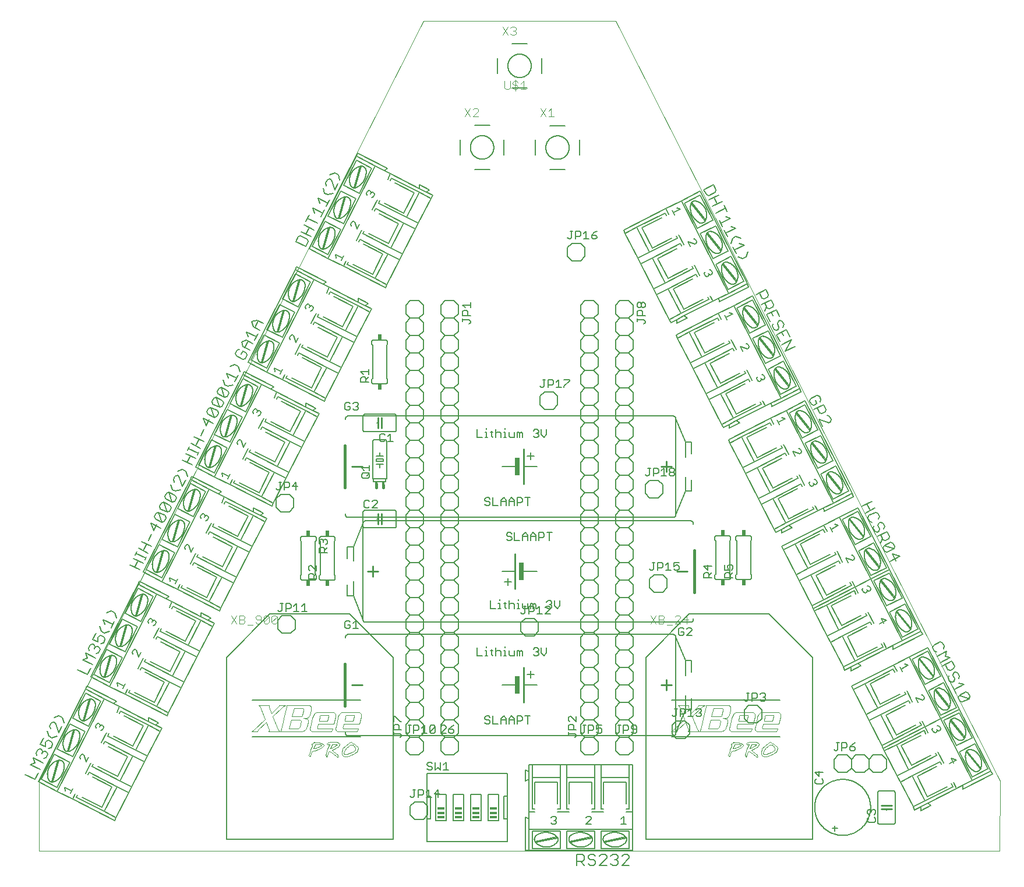
<source format=gto>
G75*
%MOIN*%
%OFA0B0*%
%FSLAX25Y25*%
%IPPOS*%
%LPD*%
%AMOC8*
5,1,8,0,0,1.08239X$1,22.5*
%
%ADD10C,0.00000*%
%ADD11C,0.00600*%
%ADD12C,0.00500*%
%ADD13C,0.01000*%
%ADD14C,0.00700*%
%ADD15C,0.01600*%
%ADD16R,0.02500X0.10000*%
%ADD17R,0.02400X0.03400*%
%ADD18C,0.00800*%
%ADD19C,0.00400*%
%ADD20R,0.01600X0.02300*%
%ADD21R,0.04000X0.01500*%
D10*
X0012516Y0011833D02*
X0012516Y0051833D01*
X0232516Y0486833D01*
X0342516Y0486833D01*
X0562516Y0051833D01*
X0562437Y0011833D01*
X0012516Y0011833D01*
D11*
X0031805Y0041505D02*
X0033394Y0044624D01*
X0034730Y0043943D02*
X0034049Y0042606D01*
X0050088Y0034435D01*
X0056770Y0031030D01*
X0064034Y0045286D01*
X0065714Y0048583D01*
X0072978Y0062839D01*
X0066295Y0066244D01*
X0059031Y0051987D01*
X0042993Y0060159D01*
X0043674Y0061496D01*
X0042337Y0062177D02*
X0039296Y0056207D01*
X0040632Y0055526D02*
X0041313Y0056863D01*
X0057351Y0048691D01*
X0050088Y0034435D01*
X0048541Y0036906D02*
X0037403Y0042581D01*
X0031805Y0041505D02*
X0022895Y0046045D01*
X0012203Y0051493D01*
X0039170Y0104419D01*
X0040078Y0106201D01*
X0057007Y0097575D01*
X0055208Y0096247D01*
X0049862Y0098971D01*
X0022895Y0046045D01*
X0022912Y0048281D02*
X0014002Y0052821D01*
X0021266Y0067077D01*
X0030176Y0062537D01*
X0022912Y0048281D01*
X0020792Y0051830D02*
X0024012Y0063658D01*
X0023340Y0063439D02*
X0020120Y0051612D01*
X0021574Y0051731D02*
X0021492Y0051679D01*
X0021409Y0051630D01*
X0021324Y0051584D01*
X0021237Y0051543D01*
X0021148Y0051504D01*
X0021058Y0051470D01*
X0020967Y0051439D01*
X0020874Y0051412D01*
X0020780Y0051389D01*
X0020686Y0051370D01*
X0020590Y0051355D01*
X0020494Y0051344D01*
X0020398Y0051337D01*
X0020302Y0051333D01*
X0020205Y0051334D01*
X0020109Y0051339D01*
X0020013Y0051347D01*
X0019917Y0051360D01*
X0019822Y0051376D01*
X0019728Y0051397D01*
X0019634Y0051421D01*
X0019542Y0051449D01*
X0019451Y0051481D01*
X0019361Y0051517D01*
X0019273Y0051557D01*
X0019187Y0051600D01*
X0019102Y0051646D01*
X0019020Y0051696D01*
X0018939Y0051749D01*
X0018861Y0051806D01*
X0018785Y0051866D01*
X0018712Y0051929D01*
X0018642Y0051995D01*
X0018574Y0052063D01*
X0018509Y0052135D01*
X0018447Y0052209D01*
X0018388Y0052285D01*
X0018333Y0052364D01*
X0018281Y0052446D01*
X0018232Y0052529D01*
X0018186Y0052614D01*
X0018145Y0052701D01*
X0018106Y0052790D01*
X0018072Y0052880D01*
X0018159Y0052611D02*
X0018082Y0052791D01*
X0018008Y0052973D01*
X0017939Y0053158D01*
X0017875Y0053343D01*
X0017815Y0053530D01*
X0017759Y0053719D01*
X0017709Y0053909D01*
X0017662Y0054100D01*
X0017621Y0054292D01*
X0017584Y0054485D01*
X0017552Y0054679D01*
X0017524Y0054873D01*
X0017502Y0055069D01*
X0017484Y0055264D01*
X0017470Y0055460D01*
X0017462Y0055657D01*
X0017458Y0055853D01*
X0017459Y0056050D01*
X0017465Y0056246D01*
X0017476Y0056443D01*
X0017491Y0056638D01*
X0017511Y0056834D01*
X0017536Y0057029D01*
X0017565Y0057223D01*
X0017599Y0057417D01*
X0017638Y0057609D01*
X0017682Y0057801D01*
X0017730Y0057992D01*
X0017783Y0058181D01*
X0017840Y0058369D01*
X0017902Y0058555D01*
X0017969Y0058740D01*
X0018039Y0058924D01*
X0018115Y0059105D01*
X0018194Y0059285D01*
X0018278Y0059463D01*
X0018367Y0059638D01*
X0018459Y0059812D01*
X0018556Y0059983D01*
X0018657Y0060151D01*
X0018762Y0060318D01*
X0018871Y0060481D01*
X0018983Y0060642D01*
X0019100Y0060800D01*
X0019221Y0060956D01*
X0019345Y0061108D01*
X0019473Y0061257D01*
X0019604Y0061403D01*
X0019739Y0061546D01*
X0019877Y0061686D01*
X0020019Y0061822D01*
X0020164Y0061954D01*
X0020312Y0062084D01*
X0020463Y0062209D01*
X0020618Y0062331D01*
X0020775Y0062449D01*
X0020935Y0062563D01*
X0021097Y0062673D01*
X0021263Y0062780D01*
X0021431Y0062882D01*
X0021601Y0062980D01*
X0021773Y0063074D01*
X0021948Y0063164D01*
X0022125Y0063249D01*
X0022304Y0063331D01*
X0022485Y0063408D01*
X0022668Y0063480D01*
X0022852Y0063548D01*
X0023038Y0063611D01*
X0023226Y0063670D01*
X0023415Y0063725D01*
X0023605Y0063775D01*
X0023611Y0063749D02*
X0023709Y0063774D01*
X0023808Y0063794D01*
X0023908Y0063811D01*
X0024009Y0063824D01*
X0024109Y0063834D01*
X0024210Y0063839D01*
X0024312Y0063841D01*
X0024413Y0063839D01*
X0024514Y0063833D01*
X0024615Y0063823D01*
X0024715Y0063810D01*
X0024815Y0063793D01*
X0024914Y0063772D01*
X0025012Y0063747D01*
X0025109Y0063719D01*
X0025205Y0063687D01*
X0025300Y0063651D01*
X0025393Y0063612D01*
X0025485Y0063569D01*
X0025575Y0063523D01*
X0025664Y0063474D01*
X0025750Y0063421D01*
X0025835Y0063365D01*
X0025917Y0063306D01*
X0025997Y0063244D01*
X0026074Y0063179D01*
X0026149Y0063111D01*
X0026222Y0063040D01*
X0026291Y0062967D01*
X0026358Y0062891D01*
X0026422Y0062813D01*
X0026483Y0062732D01*
X0026541Y0062649D01*
X0026596Y0062564D01*
X0026648Y0062477D01*
X0026696Y0062388D01*
X0026741Y0062297D01*
X0026782Y0062204D01*
X0026820Y0062111D01*
X0026854Y0062015D01*
X0026885Y0061919D01*
X0026912Y0061821D01*
X0031855Y0065834D02*
X0039119Y0080090D01*
X0030209Y0084630D01*
X0022945Y0070374D01*
X0031855Y0065834D01*
X0029690Y0069294D02*
X0032911Y0081121D01*
X0032238Y0080903D02*
X0029018Y0069076D01*
X0030472Y0069195D02*
X0030390Y0069143D01*
X0030307Y0069094D01*
X0030222Y0069048D01*
X0030135Y0069007D01*
X0030046Y0068968D01*
X0029956Y0068934D01*
X0029865Y0068903D01*
X0029772Y0068876D01*
X0029678Y0068853D01*
X0029584Y0068834D01*
X0029488Y0068819D01*
X0029392Y0068808D01*
X0029296Y0068801D01*
X0029200Y0068797D01*
X0029103Y0068798D01*
X0029007Y0068803D01*
X0028911Y0068811D01*
X0028815Y0068824D01*
X0028720Y0068840D01*
X0028626Y0068861D01*
X0028532Y0068885D01*
X0028440Y0068913D01*
X0028349Y0068945D01*
X0028259Y0068981D01*
X0028171Y0069021D01*
X0028085Y0069064D01*
X0028000Y0069110D01*
X0027918Y0069160D01*
X0027837Y0069213D01*
X0027759Y0069270D01*
X0027683Y0069330D01*
X0027610Y0069393D01*
X0027540Y0069459D01*
X0027472Y0069527D01*
X0027407Y0069599D01*
X0027345Y0069673D01*
X0027286Y0069749D01*
X0027231Y0069828D01*
X0027179Y0069910D01*
X0027130Y0069993D01*
X0027084Y0070078D01*
X0027043Y0070165D01*
X0027004Y0070254D01*
X0026970Y0070344D01*
X0030271Y0069111D02*
X0030483Y0069210D01*
X0030693Y0069314D01*
X0030900Y0069424D01*
X0031105Y0069538D01*
X0031307Y0069658D01*
X0031505Y0069782D01*
X0031701Y0069911D01*
X0031894Y0070045D01*
X0032083Y0070184D01*
X0032268Y0070327D01*
X0032451Y0070475D01*
X0032629Y0070627D01*
X0032804Y0070783D01*
X0032975Y0070944D01*
X0033142Y0071108D01*
X0033304Y0071277D01*
X0033463Y0071450D01*
X0033617Y0071626D01*
X0033767Y0071806D01*
X0033913Y0071990D01*
X0034054Y0072177D01*
X0034191Y0072368D01*
X0034322Y0072562D01*
X0034449Y0072759D01*
X0034571Y0072959D01*
X0034689Y0073162D01*
X0034801Y0073368D01*
X0034908Y0073577D01*
X0035010Y0073788D01*
X0035107Y0074001D01*
X0035199Y0074217D01*
X0035285Y0074435D01*
X0035366Y0074655D01*
X0035441Y0074877D01*
X0035512Y0075101D01*
X0035576Y0075326D01*
X0035635Y0075553D01*
X0035689Y0075782D01*
X0035737Y0076011D01*
X0035779Y0076242D01*
X0035816Y0076473D01*
X0035847Y0076706D01*
X0035873Y0076939D01*
X0035892Y0077172D01*
X0035906Y0077406D01*
X0035914Y0077641D01*
X0035917Y0077875D01*
X0035914Y0078110D01*
X0035905Y0078344D01*
X0035890Y0078578D01*
X0035870Y0078812D01*
X0035844Y0079045D01*
X0035812Y0079277D01*
X0035775Y0079508D01*
X0035810Y0079284D02*
X0035783Y0079382D01*
X0035752Y0079478D01*
X0035718Y0079574D01*
X0035680Y0079667D01*
X0035639Y0079760D01*
X0035594Y0079851D01*
X0035546Y0079940D01*
X0035494Y0080027D01*
X0035439Y0080112D01*
X0035381Y0080195D01*
X0035320Y0080276D01*
X0035256Y0080354D01*
X0035189Y0080430D01*
X0035120Y0080503D01*
X0035047Y0080574D01*
X0034972Y0080642D01*
X0034895Y0080707D01*
X0034815Y0080769D01*
X0034733Y0080828D01*
X0034648Y0080884D01*
X0034562Y0080937D01*
X0034473Y0080986D01*
X0034383Y0081032D01*
X0034291Y0081075D01*
X0034198Y0081114D01*
X0034103Y0081150D01*
X0034007Y0081182D01*
X0033910Y0081210D01*
X0033812Y0081235D01*
X0033713Y0081256D01*
X0033613Y0081273D01*
X0033513Y0081286D01*
X0033412Y0081296D01*
X0033311Y0081302D01*
X0033210Y0081304D01*
X0033108Y0081302D01*
X0033007Y0081297D01*
X0032907Y0081287D01*
X0032806Y0081274D01*
X0032706Y0081257D01*
X0032607Y0081237D01*
X0032509Y0081212D01*
X0031889Y0087927D02*
X0039153Y0102183D01*
X0048063Y0097643D01*
X0040799Y0083387D01*
X0031889Y0087927D01*
X0037961Y0086629D02*
X0041182Y0098456D01*
X0041854Y0098674D02*
X0038634Y0086847D01*
X0039416Y0086747D02*
X0039334Y0086695D01*
X0039251Y0086646D01*
X0039166Y0086600D01*
X0039079Y0086559D01*
X0038990Y0086520D01*
X0038900Y0086486D01*
X0038809Y0086455D01*
X0038716Y0086428D01*
X0038622Y0086405D01*
X0038528Y0086386D01*
X0038432Y0086371D01*
X0038336Y0086360D01*
X0038240Y0086353D01*
X0038144Y0086349D01*
X0038047Y0086350D01*
X0037951Y0086355D01*
X0037855Y0086363D01*
X0037759Y0086376D01*
X0037664Y0086392D01*
X0037570Y0086413D01*
X0037476Y0086437D01*
X0037384Y0086465D01*
X0037293Y0086497D01*
X0037203Y0086533D01*
X0037115Y0086573D01*
X0037029Y0086616D01*
X0036944Y0086662D01*
X0036862Y0086712D01*
X0036781Y0086765D01*
X0036703Y0086822D01*
X0036627Y0086882D01*
X0036554Y0086945D01*
X0036484Y0087011D01*
X0036416Y0087079D01*
X0036351Y0087151D01*
X0036289Y0087225D01*
X0036230Y0087301D01*
X0036175Y0087380D01*
X0036123Y0087462D01*
X0036074Y0087545D01*
X0036028Y0087630D01*
X0035987Y0087717D01*
X0035948Y0087806D01*
X0035914Y0087896D01*
X0036001Y0087628D02*
X0035923Y0087808D01*
X0035850Y0087990D01*
X0035781Y0088174D01*
X0035717Y0088360D01*
X0035657Y0088547D01*
X0035601Y0088736D01*
X0035551Y0088925D01*
X0035504Y0089116D01*
X0035463Y0089309D01*
X0035426Y0089502D01*
X0035394Y0089695D01*
X0035366Y0089890D01*
X0035344Y0090085D01*
X0035326Y0090281D01*
X0035312Y0090477D01*
X0035304Y0090673D01*
X0035300Y0090870D01*
X0035301Y0091066D01*
X0035307Y0091263D01*
X0035318Y0091459D01*
X0035333Y0091655D01*
X0035353Y0091850D01*
X0035378Y0092045D01*
X0035407Y0092240D01*
X0035442Y0092433D01*
X0035480Y0092626D01*
X0035524Y0092817D01*
X0035572Y0093008D01*
X0035625Y0093197D01*
X0035682Y0093385D01*
X0035744Y0093572D01*
X0035811Y0093757D01*
X0035882Y0093940D01*
X0035957Y0094121D01*
X0036037Y0094301D01*
X0036121Y0094479D01*
X0036209Y0094654D01*
X0036301Y0094828D01*
X0036398Y0094999D01*
X0036499Y0095167D01*
X0036604Y0095333D01*
X0036713Y0095497D01*
X0036825Y0095658D01*
X0036942Y0095816D01*
X0037063Y0095971D01*
X0037187Y0096124D01*
X0037315Y0096273D01*
X0037446Y0096419D01*
X0037581Y0096562D01*
X0037719Y0096701D01*
X0037861Y0096837D01*
X0038006Y0096970D01*
X0038154Y0097099D01*
X0038306Y0097225D01*
X0038460Y0097346D01*
X0038617Y0097464D01*
X0038777Y0097579D01*
X0038939Y0097689D01*
X0039105Y0097795D01*
X0039273Y0097897D01*
X0039443Y0097996D01*
X0039615Y0098090D01*
X0039790Y0098179D01*
X0039967Y0098265D01*
X0040146Y0098346D01*
X0040327Y0098423D01*
X0040510Y0098495D01*
X0040694Y0098563D01*
X0040880Y0098627D01*
X0041068Y0098686D01*
X0041256Y0098740D01*
X0041446Y0098790D01*
X0041453Y0098765D02*
X0041551Y0098790D01*
X0041650Y0098810D01*
X0041750Y0098827D01*
X0041851Y0098840D01*
X0041951Y0098850D01*
X0042052Y0098855D01*
X0042154Y0098857D01*
X0042255Y0098855D01*
X0042356Y0098849D01*
X0042457Y0098839D01*
X0042557Y0098826D01*
X0042657Y0098809D01*
X0042756Y0098788D01*
X0042854Y0098763D01*
X0042951Y0098735D01*
X0043047Y0098703D01*
X0043142Y0098667D01*
X0043235Y0098628D01*
X0043327Y0098585D01*
X0043417Y0098539D01*
X0043506Y0098490D01*
X0043592Y0098437D01*
X0043677Y0098381D01*
X0043759Y0098322D01*
X0043839Y0098260D01*
X0043916Y0098195D01*
X0043991Y0098127D01*
X0044064Y0098056D01*
X0044133Y0097983D01*
X0044200Y0097907D01*
X0044264Y0097829D01*
X0044325Y0097748D01*
X0044383Y0097665D01*
X0044438Y0097580D01*
X0044490Y0097493D01*
X0044538Y0097404D01*
X0044583Y0097313D01*
X0044624Y0097220D01*
X0044662Y0097127D01*
X0044696Y0097031D01*
X0044727Y0096935D01*
X0044754Y0096837D01*
X0049862Y0098971D02*
X0039170Y0104419D01*
X0042203Y0111493D02*
X0052895Y0106045D01*
X0079862Y0158971D01*
X0085208Y0156247D01*
X0088772Y0154431D01*
X0087183Y0151313D01*
X0088519Y0150632D02*
X0089200Y0151968D01*
X0105239Y0143796D01*
X0097975Y0129540D01*
X0081937Y0137712D01*
X0082663Y0139138D01*
X0081281Y0139730D02*
X0078285Y0133849D01*
X0079576Y0133079D02*
X0080257Y0134415D01*
X0096295Y0126244D01*
X0102978Y0122839D01*
X0104657Y0126135D01*
X0111921Y0140391D01*
X0105239Y0143796D01*
X0105256Y0146032D02*
X0088772Y0154431D01*
X0087007Y0157575D02*
X0085208Y0156247D01*
X0087007Y0157575D02*
X0070078Y0166201D01*
X0069170Y0164419D01*
X0042203Y0111493D01*
X0044002Y0112821D02*
X0051266Y0127077D01*
X0060176Y0122537D01*
X0052912Y0108281D01*
X0044002Y0112821D01*
X0050120Y0111612D02*
X0053340Y0123439D01*
X0054012Y0123658D02*
X0050792Y0111830D01*
X0051574Y0111731D02*
X0051492Y0111679D01*
X0051409Y0111630D01*
X0051324Y0111584D01*
X0051237Y0111543D01*
X0051148Y0111504D01*
X0051058Y0111470D01*
X0050967Y0111439D01*
X0050874Y0111412D01*
X0050780Y0111389D01*
X0050686Y0111370D01*
X0050590Y0111355D01*
X0050494Y0111344D01*
X0050398Y0111337D01*
X0050302Y0111333D01*
X0050205Y0111334D01*
X0050109Y0111339D01*
X0050013Y0111347D01*
X0049917Y0111360D01*
X0049822Y0111376D01*
X0049728Y0111397D01*
X0049634Y0111421D01*
X0049542Y0111449D01*
X0049451Y0111481D01*
X0049361Y0111517D01*
X0049273Y0111557D01*
X0049187Y0111600D01*
X0049102Y0111646D01*
X0049020Y0111696D01*
X0048939Y0111749D01*
X0048861Y0111806D01*
X0048785Y0111866D01*
X0048712Y0111929D01*
X0048642Y0111995D01*
X0048574Y0112063D01*
X0048509Y0112135D01*
X0048447Y0112209D01*
X0048388Y0112285D01*
X0048333Y0112364D01*
X0048281Y0112446D01*
X0048232Y0112529D01*
X0048186Y0112614D01*
X0048145Y0112701D01*
X0048106Y0112790D01*
X0048072Y0112880D01*
X0051372Y0111648D02*
X0051585Y0111747D01*
X0051795Y0111851D01*
X0052002Y0111961D01*
X0052207Y0112075D01*
X0052409Y0112195D01*
X0052607Y0112319D01*
X0052803Y0112448D01*
X0052995Y0112582D01*
X0053185Y0112721D01*
X0053370Y0112864D01*
X0053552Y0113011D01*
X0053731Y0113163D01*
X0053906Y0113320D01*
X0054077Y0113480D01*
X0054243Y0113645D01*
X0054406Y0113814D01*
X0054565Y0113986D01*
X0054719Y0114163D01*
X0054869Y0114343D01*
X0055015Y0114527D01*
X0055156Y0114714D01*
X0055292Y0114905D01*
X0055424Y0115099D01*
X0055551Y0115296D01*
X0055673Y0115496D01*
X0055791Y0115699D01*
X0055903Y0115905D01*
X0056010Y0116113D01*
X0056112Y0116325D01*
X0056209Y0116538D01*
X0056300Y0116754D01*
X0056387Y0116972D01*
X0056468Y0117192D01*
X0056543Y0117414D01*
X0056614Y0117638D01*
X0056678Y0117863D01*
X0056737Y0118090D01*
X0056791Y0118318D01*
X0056839Y0118548D01*
X0056881Y0118778D01*
X0056918Y0119010D01*
X0056949Y0119242D01*
X0056974Y0119475D01*
X0056994Y0119709D01*
X0057008Y0119943D01*
X0057016Y0120177D01*
X0057019Y0120412D01*
X0057016Y0120646D01*
X0057007Y0120881D01*
X0056992Y0121115D01*
X0056972Y0121348D01*
X0056946Y0121581D01*
X0056914Y0121813D01*
X0056877Y0122045D01*
X0056912Y0121821D02*
X0056885Y0121919D01*
X0056854Y0122015D01*
X0056820Y0122111D01*
X0056782Y0122204D01*
X0056741Y0122297D01*
X0056696Y0122388D01*
X0056648Y0122477D01*
X0056596Y0122564D01*
X0056541Y0122649D01*
X0056483Y0122732D01*
X0056422Y0122813D01*
X0056358Y0122891D01*
X0056291Y0122967D01*
X0056222Y0123040D01*
X0056149Y0123111D01*
X0056074Y0123179D01*
X0055997Y0123244D01*
X0055917Y0123306D01*
X0055835Y0123365D01*
X0055750Y0123421D01*
X0055664Y0123474D01*
X0055575Y0123523D01*
X0055485Y0123569D01*
X0055393Y0123612D01*
X0055300Y0123651D01*
X0055205Y0123687D01*
X0055109Y0123719D01*
X0055012Y0123747D01*
X0054914Y0123772D01*
X0054815Y0123793D01*
X0054715Y0123810D01*
X0054615Y0123823D01*
X0054514Y0123833D01*
X0054413Y0123839D01*
X0054312Y0123841D01*
X0054210Y0123839D01*
X0054109Y0123834D01*
X0054009Y0123824D01*
X0053908Y0123811D01*
X0053808Y0123794D01*
X0053709Y0123774D01*
X0053611Y0123749D01*
X0052945Y0130374D02*
X0060209Y0144630D01*
X0069119Y0140090D01*
X0061855Y0125834D01*
X0052945Y0130374D01*
X0059018Y0129076D02*
X0062238Y0140903D01*
X0062911Y0141121D02*
X0059690Y0129294D01*
X0060472Y0129195D02*
X0060390Y0129143D01*
X0060307Y0129094D01*
X0060222Y0129048D01*
X0060135Y0129007D01*
X0060046Y0128968D01*
X0059956Y0128934D01*
X0059865Y0128903D01*
X0059772Y0128876D01*
X0059678Y0128853D01*
X0059584Y0128834D01*
X0059488Y0128819D01*
X0059392Y0128808D01*
X0059296Y0128801D01*
X0059200Y0128797D01*
X0059103Y0128798D01*
X0059007Y0128803D01*
X0058911Y0128811D01*
X0058815Y0128824D01*
X0058720Y0128840D01*
X0058626Y0128861D01*
X0058532Y0128885D01*
X0058440Y0128913D01*
X0058349Y0128945D01*
X0058259Y0128981D01*
X0058171Y0129021D01*
X0058085Y0129064D01*
X0058000Y0129110D01*
X0057918Y0129160D01*
X0057837Y0129213D01*
X0057759Y0129270D01*
X0057683Y0129330D01*
X0057610Y0129393D01*
X0057540Y0129459D01*
X0057472Y0129527D01*
X0057407Y0129599D01*
X0057345Y0129673D01*
X0057286Y0129749D01*
X0057231Y0129828D01*
X0057179Y0129910D01*
X0057130Y0129993D01*
X0057084Y0130078D01*
X0057043Y0130165D01*
X0057004Y0130254D01*
X0056970Y0130344D01*
X0057057Y0130075D02*
X0056980Y0130255D01*
X0056906Y0130437D01*
X0056837Y0130622D01*
X0056773Y0130807D01*
X0056713Y0130994D01*
X0056657Y0131183D01*
X0056607Y0131373D01*
X0056560Y0131564D01*
X0056519Y0131756D01*
X0056482Y0131949D01*
X0056450Y0132143D01*
X0056422Y0132337D01*
X0056400Y0132533D01*
X0056382Y0132728D01*
X0056368Y0132924D01*
X0056360Y0133121D01*
X0056356Y0133317D01*
X0056357Y0133514D01*
X0056363Y0133710D01*
X0056374Y0133907D01*
X0056389Y0134102D01*
X0056409Y0134298D01*
X0056434Y0134493D01*
X0056463Y0134687D01*
X0056497Y0134881D01*
X0056536Y0135073D01*
X0056580Y0135265D01*
X0056628Y0135456D01*
X0056681Y0135645D01*
X0056738Y0135833D01*
X0056800Y0136019D01*
X0056867Y0136204D01*
X0056937Y0136388D01*
X0057013Y0136569D01*
X0057092Y0136749D01*
X0057176Y0136927D01*
X0057265Y0137102D01*
X0057357Y0137276D01*
X0057454Y0137447D01*
X0057555Y0137615D01*
X0057660Y0137782D01*
X0057769Y0137945D01*
X0057881Y0138106D01*
X0057998Y0138264D01*
X0058119Y0138420D01*
X0058243Y0138572D01*
X0058371Y0138721D01*
X0058502Y0138867D01*
X0058637Y0139010D01*
X0058775Y0139150D01*
X0058917Y0139286D01*
X0059062Y0139418D01*
X0059210Y0139548D01*
X0059361Y0139673D01*
X0059516Y0139795D01*
X0059673Y0139913D01*
X0059833Y0140027D01*
X0059995Y0140137D01*
X0060161Y0140244D01*
X0060329Y0140346D01*
X0060499Y0140444D01*
X0060672Y0140538D01*
X0060846Y0140628D01*
X0061023Y0140713D01*
X0061202Y0140795D01*
X0061383Y0140872D01*
X0061566Y0140944D01*
X0061750Y0141012D01*
X0061936Y0141075D01*
X0062124Y0141134D01*
X0062313Y0141189D01*
X0062503Y0141239D01*
X0062509Y0141212D02*
X0062607Y0141237D01*
X0062706Y0141257D01*
X0062806Y0141274D01*
X0062907Y0141287D01*
X0063007Y0141297D01*
X0063108Y0141302D01*
X0063210Y0141304D01*
X0063311Y0141302D01*
X0063412Y0141296D01*
X0063513Y0141286D01*
X0063613Y0141273D01*
X0063713Y0141256D01*
X0063812Y0141235D01*
X0063910Y0141210D01*
X0064007Y0141182D01*
X0064103Y0141150D01*
X0064198Y0141114D01*
X0064291Y0141075D01*
X0064383Y0141032D01*
X0064473Y0140986D01*
X0064562Y0140937D01*
X0064648Y0140884D01*
X0064733Y0140828D01*
X0064815Y0140769D01*
X0064895Y0140707D01*
X0064972Y0140642D01*
X0065047Y0140574D01*
X0065120Y0140503D01*
X0065189Y0140430D01*
X0065256Y0140354D01*
X0065320Y0140276D01*
X0065381Y0140195D01*
X0065439Y0140112D01*
X0065494Y0140027D01*
X0065546Y0139940D01*
X0065594Y0139851D01*
X0065639Y0139760D01*
X0065680Y0139667D01*
X0065718Y0139574D01*
X0065752Y0139478D01*
X0065783Y0139382D01*
X0065810Y0139284D01*
X0070799Y0143387D02*
X0078063Y0157643D01*
X0069153Y0162183D01*
X0061889Y0147927D01*
X0070799Y0143387D01*
X0068634Y0146847D02*
X0071854Y0158674D01*
X0071182Y0158456D02*
X0067961Y0146629D01*
X0069416Y0146747D02*
X0069334Y0146695D01*
X0069251Y0146646D01*
X0069166Y0146600D01*
X0069079Y0146559D01*
X0068990Y0146520D01*
X0068900Y0146486D01*
X0068809Y0146455D01*
X0068716Y0146428D01*
X0068622Y0146405D01*
X0068528Y0146386D01*
X0068432Y0146371D01*
X0068336Y0146360D01*
X0068240Y0146353D01*
X0068144Y0146349D01*
X0068047Y0146350D01*
X0067951Y0146355D01*
X0067855Y0146363D01*
X0067759Y0146376D01*
X0067664Y0146392D01*
X0067570Y0146413D01*
X0067476Y0146437D01*
X0067384Y0146465D01*
X0067293Y0146497D01*
X0067203Y0146533D01*
X0067115Y0146573D01*
X0067029Y0146616D01*
X0066944Y0146662D01*
X0066862Y0146712D01*
X0066781Y0146765D01*
X0066703Y0146822D01*
X0066627Y0146882D01*
X0066554Y0146945D01*
X0066484Y0147011D01*
X0066416Y0147079D01*
X0066351Y0147151D01*
X0066289Y0147225D01*
X0066230Y0147301D01*
X0066175Y0147380D01*
X0066123Y0147462D01*
X0066074Y0147545D01*
X0066028Y0147630D01*
X0065987Y0147717D01*
X0065948Y0147806D01*
X0065914Y0147896D01*
X0069214Y0146664D02*
X0069426Y0146763D01*
X0069636Y0146867D01*
X0069843Y0146977D01*
X0070048Y0147091D01*
X0070250Y0147211D01*
X0070448Y0147335D01*
X0070644Y0147464D01*
X0070837Y0147598D01*
X0071026Y0147737D01*
X0071211Y0147880D01*
X0071394Y0148028D01*
X0071572Y0148180D01*
X0071747Y0148336D01*
X0071918Y0148497D01*
X0072085Y0148661D01*
X0072247Y0148830D01*
X0072406Y0149003D01*
X0072560Y0149179D01*
X0072711Y0149359D01*
X0072856Y0149543D01*
X0072997Y0149730D01*
X0073134Y0149921D01*
X0073265Y0150115D01*
X0073392Y0150312D01*
X0073514Y0150512D01*
X0073632Y0150715D01*
X0073744Y0150921D01*
X0073851Y0151130D01*
X0073953Y0151341D01*
X0074050Y0151554D01*
X0074142Y0151770D01*
X0074228Y0151988D01*
X0074309Y0152208D01*
X0074384Y0152430D01*
X0074455Y0152654D01*
X0074519Y0152879D01*
X0074578Y0153106D01*
X0074632Y0153335D01*
X0074680Y0153564D01*
X0074722Y0153795D01*
X0074759Y0154026D01*
X0074790Y0154259D01*
X0074816Y0154492D01*
X0074835Y0154725D01*
X0074849Y0154959D01*
X0074857Y0155194D01*
X0074860Y0155428D01*
X0074857Y0155663D01*
X0074848Y0155897D01*
X0074833Y0156131D01*
X0074813Y0156365D01*
X0074787Y0156598D01*
X0074755Y0156830D01*
X0074718Y0157061D01*
X0074754Y0156837D02*
X0074727Y0156935D01*
X0074696Y0157031D01*
X0074662Y0157127D01*
X0074624Y0157220D01*
X0074583Y0157313D01*
X0074538Y0157404D01*
X0074490Y0157493D01*
X0074438Y0157580D01*
X0074383Y0157665D01*
X0074325Y0157748D01*
X0074264Y0157829D01*
X0074200Y0157907D01*
X0074133Y0157983D01*
X0074064Y0158056D01*
X0073991Y0158127D01*
X0073916Y0158195D01*
X0073839Y0158260D01*
X0073759Y0158322D01*
X0073677Y0158381D01*
X0073592Y0158437D01*
X0073506Y0158490D01*
X0073417Y0158539D01*
X0073327Y0158585D01*
X0073235Y0158628D01*
X0073142Y0158667D01*
X0073047Y0158703D01*
X0072951Y0158735D01*
X0072854Y0158763D01*
X0072756Y0158788D01*
X0072657Y0158809D01*
X0072557Y0158826D01*
X0072457Y0158839D01*
X0072356Y0158849D01*
X0072255Y0158855D01*
X0072154Y0158857D01*
X0072052Y0158855D01*
X0071951Y0158850D01*
X0071851Y0158840D01*
X0071750Y0158827D01*
X0071650Y0158810D01*
X0071551Y0158790D01*
X0071453Y0158765D01*
X0069170Y0164419D02*
X0079862Y0158971D01*
X0082895Y0166045D02*
X0072203Y0171493D01*
X0099170Y0224419D01*
X0100078Y0226201D01*
X0117007Y0217575D01*
X0115208Y0216247D01*
X0109862Y0218971D01*
X0082895Y0166045D01*
X0091805Y0161505D01*
X0093394Y0164624D01*
X0094730Y0163943D02*
X0094049Y0162606D01*
X0110088Y0154435D01*
X0116770Y0151030D01*
X0124034Y0165286D01*
X0125714Y0168583D01*
X0132978Y0182839D01*
X0126295Y0186244D01*
X0119031Y0171987D01*
X0102993Y0180159D01*
X0103674Y0181496D01*
X0102337Y0182177D02*
X0099296Y0176207D01*
X0100632Y0175526D02*
X0101313Y0176863D01*
X0117351Y0168691D01*
X0110088Y0154435D01*
X0108541Y0156906D02*
X0097403Y0162581D01*
X0091805Y0161505D02*
X0115862Y0149248D01*
X0116770Y0151030D01*
X0111064Y0145317D02*
X0105273Y0148268D01*
X0105256Y0146032D01*
X0109265Y0143989D01*
X0112829Y0142173D01*
X0111921Y0140391D01*
X0109265Y0143989D02*
X0111064Y0145317D01*
X0102330Y0143595D02*
X0091193Y0149270D01*
X0102330Y0143595D02*
X0096428Y0132012D01*
X0085291Y0137687D01*
X0082249Y0131717D02*
X0093386Y0126042D01*
X0087485Y0114459D01*
X0076347Y0120134D01*
X0073674Y0121496D02*
X0072993Y0120159D01*
X0089031Y0111987D01*
X0096295Y0126244D01*
X0097975Y0129540D02*
X0104657Y0126135D01*
X0102978Y0122839D02*
X0095714Y0108583D01*
X0094034Y0105286D01*
X0086770Y0091030D01*
X0080088Y0094435D01*
X0087351Y0108691D01*
X0071313Y0116863D01*
X0070632Y0115526D01*
X0069296Y0116207D02*
X0072337Y0122177D01*
X0073305Y0114164D02*
X0084443Y0108489D01*
X0078541Y0096906D01*
X0067403Y0102581D01*
X0064730Y0103943D02*
X0064049Y0102606D01*
X0080088Y0094435D01*
X0086770Y0091030D02*
X0085862Y0089248D01*
X0061805Y0101505D01*
X0063394Y0104624D01*
X0061805Y0101505D02*
X0052895Y0106045D01*
X0055208Y0096247D02*
X0058772Y0094431D01*
X0057183Y0091313D01*
X0058519Y0090632D02*
X0059200Y0091968D01*
X0075239Y0083796D01*
X0067975Y0069540D01*
X0051937Y0077712D01*
X0052663Y0079138D01*
X0051281Y0079730D02*
X0048285Y0073849D01*
X0049576Y0073079D02*
X0050257Y0074415D01*
X0066295Y0066244D01*
X0063386Y0066042D02*
X0057485Y0054459D01*
X0046347Y0060134D01*
X0043305Y0054164D02*
X0054443Y0048489D01*
X0048541Y0036906D01*
X0056770Y0031030D02*
X0055862Y0029248D01*
X0031805Y0041505D01*
X0021372Y0051648D02*
X0021585Y0051747D01*
X0021795Y0051851D01*
X0022002Y0051961D01*
X0022207Y0052075D01*
X0022409Y0052195D01*
X0022607Y0052319D01*
X0022803Y0052448D01*
X0022995Y0052582D01*
X0023185Y0052721D01*
X0023370Y0052864D01*
X0023552Y0053011D01*
X0023731Y0053163D01*
X0023906Y0053320D01*
X0024077Y0053480D01*
X0024243Y0053645D01*
X0024406Y0053814D01*
X0024565Y0053986D01*
X0024719Y0054163D01*
X0024869Y0054343D01*
X0025015Y0054527D01*
X0025156Y0054714D01*
X0025292Y0054905D01*
X0025424Y0055099D01*
X0025551Y0055296D01*
X0025673Y0055496D01*
X0025791Y0055699D01*
X0025903Y0055905D01*
X0026010Y0056113D01*
X0026112Y0056325D01*
X0026209Y0056538D01*
X0026300Y0056754D01*
X0026387Y0056972D01*
X0026468Y0057192D01*
X0026543Y0057414D01*
X0026614Y0057638D01*
X0026678Y0057863D01*
X0026737Y0058090D01*
X0026791Y0058318D01*
X0026839Y0058548D01*
X0026881Y0058778D01*
X0026918Y0059010D01*
X0026949Y0059242D01*
X0026974Y0059475D01*
X0026994Y0059709D01*
X0027008Y0059943D01*
X0027016Y0060177D01*
X0027019Y0060412D01*
X0027016Y0060646D01*
X0027007Y0060881D01*
X0026992Y0061115D01*
X0026972Y0061348D01*
X0026946Y0061581D01*
X0026914Y0061813D01*
X0026877Y0062045D01*
X0027057Y0070075D02*
X0026980Y0070255D01*
X0026906Y0070437D01*
X0026837Y0070622D01*
X0026773Y0070807D01*
X0026713Y0070994D01*
X0026657Y0071183D01*
X0026607Y0071373D01*
X0026560Y0071564D01*
X0026519Y0071756D01*
X0026482Y0071949D01*
X0026450Y0072143D01*
X0026422Y0072337D01*
X0026400Y0072533D01*
X0026382Y0072728D01*
X0026368Y0072924D01*
X0026360Y0073121D01*
X0026356Y0073317D01*
X0026357Y0073514D01*
X0026363Y0073710D01*
X0026374Y0073907D01*
X0026389Y0074102D01*
X0026409Y0074298D01*
X0026434Y0074493D01*
X0026463Y0074687D01*
X0026497Y0074881D01*
X0026536Y0075073D01*
X0026580Y0075265D01*
X0026628Y0075456D01*
X0026681Y0075645D01*
X0026738Y0075833D01*
X0026800Y0076019D01*
X0026867Y0076204D01*
X0026937Y0076388D01*
X0027013Y0076569D01*
X0027092Y0076749D01*
X0027176Y0076927D01*
X0027265Y0077102D01*
X0027357Y0077276D01*
X0027454Y0077447D01*
X0027555Y0077615D01*
X0027660Y0077782D01*
X0027769Y0077945D01*
X0027881Y0078106D01*
X0027998Y0078264D01*
X0028119Y0078420D01*
X0028243Y0078572D01*
X0028371Y0078721D01*
X0028502Y0078867D01*
X0028637Y0079010D01*
X0028775Y0079150D01*
X0028917Y0079286D01*
X0029062Y0079418D01*
X0029210Y0079548D01*
X0029361Y0079673D01*
X0029516Y0079795D01*
X0029673Y0079913D01*
X0029833Y0080027D01*
X0029995Y0080137D01*
X0030161Y0080244D01*
X0030329Y0080346D01*
X0030499Y0080444D01*
X0030672Y0080538D01*
X0030846Y0080628D01*
X0031023Y0080713D01*
X0031202Y0080795D01*
X0031383Y0080872D01*
X0031566Y0080944D01*
X0031750Y0081012D01*
X0031936Y0081075D01*
X0032124Y0081134D01*
X0032313Y0081189D01*
X0032503Y0081239D01*
X0039214Y0086664D02*
X0039426Y0086763D01*
X0039636Y0086867D01*
X0039843Y0086977D01*
X0040048Y0087091D01*
X0040250Y0087211D01*
X0040448Y0087335D01*
X0040644Y0087464D01*
X0040837Y0087598D01*
X0041026Y0087737D01*
X0041211Y0087880D01*
X0041394Y0088028D01*
X0041572Y0088180D01*
X0041747Y0088336D01*
X0041918Y0088497D01*
X0042085Y0088661D01*
X0042247Y0088830D01*
X0042406Y0089003D01*
X0042560Y0089179D01*
X0042711Y0089359D01*
X0042856Y0089543D01*
X0042997Y0089730D01*
X0043134Y0089921D01*
X0043265Y0090115D01*
X0043392Y0090312D01*
X0043514Y0090512D01*
X0043632Y0090715D01*
X0043744Y0090921D01*
X0043851Y0091130D01*
X0043953Y0091341D01*
X0044050Y0091554D01*
X0044142Y0091770D01*
X0044228Y0091988D01*
X0044309Y0092208D01*
X0044384Y0092430D01*
X0044455Y0092654D01*
X0044519Y0092879D01*
X0044578Y0093106D01*
X0044632Y0093335D01*
X0044680Y0093564D01*
X0044722Y0093795D01*
X0044759Y0094026D01*
X0044790Y0094259D01*
X0044816Y0094492D01*
X0044835Y0094725D01*
X0044849Y0094959D01*
X0044857Y0095194D01*
X0044860Y0095428D01*
X0044857Y0095663D01*
X0044848Y0095897D01*
X0044833Y0096131D01*
X0044813Y0096365D01*
X0044787Y0096598D01*
X0044755Y0096830D01*
X0044718Y0097061D01*
X0058772Y0094431D02*
X0075256Y0086032D01*
X0079265Y0083989D01*
X0082829Y0082173D01*
X0081921Y0080391D01*
X0074657Y0066135D01*
X0067975Y0069540D01*
X0066428Y0072012D02*
X0055291Y0077687D01*
X0052249Y0071717D02*
X0063386Y0066042D01*
X0066428Y0072012D02*
X0072330Y0083595D01*
X0061193Y0089270D01*
X0075273Y0088268D02*
X0075256Y0086032D01*
X0075239Y0083796D02*
X0081921Y0080391D01*
X0079265Y0083989D02*
X0081064Y0085317D01*
X0075273Y0088268D01*
X0087351Y0108691D02*
X0094034Y0105286D01*
X0095714Y0108583D02*
X0089031Y0111987D01*
X0053605Y0123775D02*
X0053415Y0123725D01*
X0053226Y0123670D01*
X0053038Y0123611D01*
X0052852Y0123548D01*
X0052668Y0123480D01*
X0052485Y0123408D01*
X0052304Y0123331D01*
X0052125Y0123249D01*
X0051948Y0123164D01*
X0051773Y0123074D01*
X0051601Y0122980D01*
X0051431Y0122882D01*
X0051263Y0122780D01*
X0051097Y0122673D01*
X0050935Y0122563D01*
X0050775Y0122449D01*
X0050618Y0122331D01*
X0050463Y0122209D01*
X0050312Y0122084D01*
X0050164Y0121954D01*
X0050019Y0121822D01*
X0049877Y0121686D01*
X0049739Y0121546D01*
X0049604Y0121403D01*
X0049473Y0121257D01*
X0049345Y0121108D01*
X0049221Y0120956D01*
X0049100Y0120800D01*
X0048983Y0120642D01*
X0048871Y0120481D01*
X0048762Y0120318D01*
X0048657Y0120151D01*
X0048556Y0119983D01*
X0048459Y0119812D01*
X0048367Y0119638D01*
X0048278Y0119463D01*
X0048194Y0119285D01*
X0048115Y0119105D01*
X0048039Y0118924D01*
X0047969Y0118740D01*
X0047902Y0118555D01*
X0047840Y0118369D01*
X0047783Y0118181D01*
X0047730Y0117992D01*
X0047682Y0117801D01*
X0047638Y0117609D01*
X0047599Y0117417D01*
X0047565Y0117223D01*
X0047536Y0117029D01*
X0047511Y0116834D01*
X0047491Y0116638D01*
X0047476Y0116443D01*
X0047465Y0116246D01*
X0047459Y0116050D01*
X0047458Y0115853D01*
X0047462Y0115657D01*
X0047470Y0115460D01*
X0047484Y0115264D01*
X0047502Y0115069D01*
X0047524Y0114873D01*
X0047552Y0114679D01*
X0047584Y0114485D01*
X0047621Y0114292D01*
X0047662Y0114100D01*
X0047709Y0113909D01*
X0047759Y0113719D01*
X0047815Y0113530D01*
X0047875Y0113343D01*
X0047939Y0113158D01*
X0048008Y0112973D01*
X0048082Y0112791D01*
X0048159Y0112611D01*
X0060271Y0129111D02*
X0060483Y0129210D01*
X0060693Y0129314D01*
X0060900Y0129424D01*
X0061105Y0129538D01*
X0061307Y0129658D01*
X0061505Y0129782D01*
X0061701Y0129911D01*
X0061894Y0130045D01*
X0062083Y0130184D01*
X0062268Y0130327D01*
X0062451Y0130475D01*
X0062629Y0130627D01*
X0062804Y0130783D01*
X0062975Y0130944D01*
X0063142Y0131108D01*
X0063304Y0131277D01*
X0063463Y0131450D01*
X0063617Y0131626D01*
X0063767Y0131806D01*
X0063913Y0131990D01*
X0064054Y0132177D01*
X0064191Y0132368D01*
X0064322Y0132562D01*
X0064449Y0132759D01*
X0064571Y0132959D01*
X0064689Y0133162D01*
X0064801Y0133368D01*
X0064908Y0133577D01*
X0065010Y0133788D01*
X0065107Y0134001D01*
X0065199Y0134217D01*
X0065285Y0134435D01*
X0065366Y0134655D01*
X0065441Y0134877D01*
X0065512Y0135101D01*
X0065576Y0135326D01*
X0065635Y0135553D01*
X0065689Y0135782D01*
X0065737Y0136011D01*
X0065779Y0136242D01*
X0065816Y0136473D01*
X0065847Y0136706D01*
X0065873Y0136939D01*
X0065892Y0137172D01*
X0065906Y0137406D01*
X0065914Y0137641D01*
X0065917Y0137875D01*
X0065914Y0138110D01*
X0065905Y0138344D01*
X0065890Y0138578D01*
X0065870Y0138812D01*
X0065844Y0139045D01*
X0065812Y0139277D01*
X0065775Y0139508D01*
X0066001Y0147628D02*
X0065923Y0147808D01*
X0065850Y0147990D01*
X0065781Y0148174D01*
X0065717Y0148360D01*
X0065657Y0148547D01*
X0065601Y0148736D01*
X0065551Y0148925D01*
X0065504Y0149116D01*
X0065463Y0149309D01*
X0065426Y0149502D01*
X0065394Y0149695D01*
X0065366Y0149890D01*
X0065344Y0150085D01*
X0065326Y0150281D01*
X0065312Y0150477D01*
X0065304Y0150673D01*
X0065300Y0150870D01*
X0065301Y0151066D01*
X0065307Y0151263D01*
X0065318Y0151459D01*
X0065333Y0151655D01*
X0065353Y0151850D01*
X0065378Y0152045D01*
X0065407Y0152240D01*
X0065442Y0152433D01*
X0065480Y0152626D01*
X0065524Y0152817D01*
X0065572Y0153008D01*
X0065625Y0153197D01*
X0065682Y0153385D01*
X0065744Y0153572D01*
X0065811Y0153757D01*
X0065882Y0153940D01*
X0065957Y0154121D01*
X0066037Y0154301D01*
X0066121Y0154479D01*
X0066209Y0154654D01*
X0066301Y0154828D01*
X0066398Y0154999D01*
X0066499Y0155167D01*
X0066604Y0155333D01*
X0066713Y0155497D01*
X0066825Y0155658D01*
X0066942Y0155816D01*
X0067063Y0155971D01*
X0067187Y0156124D01*
X0067315Y0156273D01*
X0067446Y0156419D01*
X0067581Y0156562D01*
X0067719Y0156701D01*
X0067861Y0156837D01*
X0068006Y0156970D01*
X0068154Y0157099D01*
X0068306Y0157225D01*
X0068460Y0157346D01*
X0068617Y0157464D01*
X0068777Y0157579D01*
X0068939Y0157689D01*
X0069105Y0157795D01*
X0069273Y0157897D01*
X0069443Y0157996D01*
X0069615Y0158090D01*
X0069790Y0158179D01*
X0069967Y0158265D01*
X0070146Y0158346D01*
X0070327Y0158423D01*
X0070510Y0158495D01*
X0070694Y0158563D01*
X0070880Y0158627D01*
X0071068Y0158686D01*
X0071256Y0158740D01*
X0071446Y0158790D01*
X0074002Y0172821D02*
X0082912Y0168281D01*
X0090176Y0182537D01*
X0081266Y0187077D01*
X0074002Y0172821D01*
X0081372Y0171648D02*
X0081585Y0171747D01*
X0081795Y0171851D01*
X0082002Y0171961D01*
X0082207Y0172075D01*
X0082409Y0172195D01*
X0082607Y0172319D01*
X0082803Y0172448D01*
X0082995Y0172582D01*
X0083185Y0172721D01*
X0083370Y0172864D01*
X0083552Y0173011D01*
X0083731Y0173163D01*
X0083906Y0173320D01*
X0084077Y0173480D01*
X0084243Y0173645D01*
X0084406Y0173814D01*
X0084565Y0173986D01*
X0084719Y0174163D01*
X0084869Y0174343D01*
X0085015Y0174527D01*
X0085156Y0174714D01*
X0085292Y0174905D01*
X0085424Y0175099D01*
X0085551Y0175296D01*
X0085673Y0175496D01*
X0085791Y0175699D01*
X0085903Y0175905D01*
X0086010Y0176113D01*
X0086112Y0176325D01*
X0086209Y0176538D01*
X0086300Y0176754D01*
X0086387Y0176972D01*
X0086468Y0177192D01*
X0086543Y0177414D01*
X0086614Y0177638D01*
X0086678Y0177863D01*
X0086737Y0178090D01*
X0086791Y0178318D01*
X0086839Y0178548D01*
X0086881Y0178778D01*
X0086918Y0179010D01*
X0086949Y0179242D01*
X0086974Y0179475D01*
X0086994Y0179709D01*
X0087008Y0179943D01*
X0087016Y0180177D01*
X0087019Y0180412D01*
X0087016Y0180646D01*
X0087007Y0180881D01*
X0086992Y0181115D01*
X0086972Y0181348D01*
X0086946Y0181581D01*
X0086914Y0181813D01*
X0086877Y0182045D01*
X0086912Y0181821D02*
X0086885Y0181919D01*
X0086854Y0182015D01*
X0086820Y0182111D01*
X0086782Y0182204D01*
X0086741Y0182297D01*
X0086696Y0182388D01*
X0086648Y0182477D01*
X0086596Y0182564D01*
X0086541Y0182649D01*
X0086483Y0182732D01*
X0086422Y0182813D01*
X0086358Y0182891D01*
X0086291Y0182967D01*
X0086222Y0183040D01*
X0086149Y0183111D01*
X0086074Y0183179D01*
X0085997Y0183244D01*
X0085917Y0183306D01*
X0085835Y0183365D01*
X0085750Y0183421D01*
X0085664Y0183474D01*
X0085575Y0183523D01*
X0085485Y0183569D01*
X0085393Y0183612D01*
X0085300Y0183651D01*
X0085205Y0183687D01*
X0085109Y0183719D01*
X0085012Y0183747D01*
X0084914Y0183772D01*
X0084815Y0183793D01*
X0084715Y0183810D01*
X0084615Y0183823D01*
X0084514Y0183833D01*
X0084413Y0183839D01*
X0084312Y0183841D01*
X0084210Y0183839D01*
X0084109Y0183834D01*
X0084009Y0183824D01*
X0083908Y0183811D01*
X0083808Y0183794D01*
X0083709Y0183774D01*
X0083611Y0183749D01*
X0084012Y0183658D02*
X0080792Y0171830D01*
X0080120Y0171612D02*
X0083340Y0183439D01*
X0082945Y0190374D02*
X0090209Y0204630D01*
X0099119Y0200090D01*
X0091855Y0185834D01*
X0082945Y0190374D01*
X0089018Y0189076D02*
X0092238Y0200903D01*
X0092911Y0201121D02*
X0089690Y0189294D01*
X0090472Y0189195D02*
X0090390Y0189143D01*
X0090307Y0189094D01*
X0090222Y0189048D01*
X0090135Y0189007D01*
X0090046Y0188968D01*
X0089956Y0188934D01*
X0089865Y0188903D01*
X0089772Y0188876D01*
X0089678Y0188853D01*
X0089584Y0188834D01*
X0089488Y0188819D01*
X0089392Y0188808D01*
X0089296Y0188801D01*
X0089200Y0188797D01*
X0089103Y0188798D01*
X0089007Y0188803D01*
X0088911Y0188811D01*
X0088815Y0188824D01*
X0088720Y0188840D01*
X0088626Y0188861D01*
X0088532Y0188885D01*
X0088440Y0188913D01*
X0088349Y0188945D01*
X0088259Y0188981D01*
X0088171Y0189021D01*
X0088085Y0189064D01*
X0088000Y0189110D01*
X0087918Y0189160D01*
X0087837Y0189213D01*
X0087759Y0189270D01*
X0087683Y0189330D01*
X0087610Y0189393D01*
X0087540Y0189459D01*
X0087472Y0189527D01*
X0087407Y0189599D01*
X0087345Y0189673D01*
X0087286Y0189749D01*
X0087231Y0189828D01*
X0087179Y0189910D01*
X0087130Y0189993D01*
X0087084Y0190078D01*
X0087043Y0190165D01*
X0087004Y0190254D01*
X0086970Y0190344D01*
X0087057Y0190075D02*
X0086980Y0190255D01*
X0086906Y0190437D01*
X0086837Y0190622D01*
X0086773Y0190807D01*
X0086713Y0190994D01*
X0086657Y0191183D01*
X0086607Y0191373D01*
X0086560Y0191564D01*
X0086519Y0191756D01*
X0086482Y0191949D01*
X0086450Y0192143D01*
X0086422Y0192337D01*
X0086400Y0192533D01*
X0086382Y0192728D01*
X0086368Y0192924D01*
X0086360Y0193121D01*
X0086356Y0193317D01*
X0086357Y0193514D01*
X0086363Y0193710D01*
X0086374Y0193907D01*
X0086389Y0194102D01*
X0086409Y0194298D01*
X0086434Y0194493D01*
X0086463Y0194687D01*
X0086497Y0194881D01*
X0086536Y0195073D01*
X0086580Y0195265D01*
X0086628Y0195456D01*
X0086681Y0195645D01*
X0086738Y0195833D01*
X0086800Y0196019D01*
X0086867Y0196204D01*
X0086937Y0196388D01*
X0087013Y0196569D01*
X0087092Y0196749D01*
X0087176Y0196927D01*
X0087265Y0197102D01*
X0087357Y0197276D01*
X0087454Y0197447D01*
X0087555Y0197615D01*
X0087660Y0197782D01*
X0087769Y0197945D01*
X0087881Y0198106D01*
X0087998Y0198264D01*
X0088119Y0198420D01*
X0088243Y0198572D01*
X0088371Y0198721D01*
X0088502Y0198867D01*
X0088637Y0199010D01*
X0088775Y0199150D01*
X0088917Y0199286D01*
X0089062Y0199418D01*
X0089210Y0199548D01*
X0089361Y0199673D01*
X0089516Y0199795D01*
X0089673Y0199913D01*
X0089833Y0200027D01*
X0089995Y0200137D01*
X0090161Y0200244D01*
X0090329Y0200346D01*
X0090499Y0200444D01*
X0090672Y0200538D01*
X0090846Y0200628D01*
X0091023Y0200713D01*
X0091202Y0200795D01*
X0091383Y0200872D01*
X0091566Y0200944D01*
X0091750Y0201012D01*
X0091936Y0201075D01*
X0092124Y0201134D01*
X0092313Y0201189D01*
X0092503Y0201239D01*
X0092509Y0201212D02*
X0092607Y0201237D01*
X0092706Y0201257D01*
X0092806Y0201274D01*
X0092907Y0201287D01*
X0093007Y0201297D01*
X0093108Y0201302D01*
X0093210Y0201304D01*
X0093311Y0201302D01*
X0093412Y0201296D01*
X0093513Y0201286D01*
X0093613Y0201273D01*
X0093713Y0201256D01*
X0093812Y0201235D01*
X0093910Y0201210D01*
X0094007Y0201182D01*
X0094103Y0201150D01*
X0094198Y0201114D01*
X0094291Y0201075D01*
X0094383Y0201032D01*
X0094473Y0200986D01*
X0094562Y0200937D01*
X0094648Y0200884D01*
X0094733Y0200828D01*
X0094815Y0200769D01*
X0094895Y0200707D01*
X0094972Y0200642D01*
X0095047Y0200574D01*
X0095120Y0200503D01*
X0095189Y0200430D01*
X0095256Y0200354D01*
X0095320Y0200276D01*
X0095381Y0200195D01*
X0095439Y0200112D01*
X0095494Y0200027D01*
X0095546Y0199940D01*
X0095594Y0199851D01*
X0095639Y0199760D01*
X0095680Y0199667D01*
X0095718Y0199574D01*
X0095752Y0199478D01*
X0095783Y0199382D01*
X0095810Y0199284D01*
X0100799Y0203387D02*
X0108063Y0217643D01*
X0099153Y0222183D01*
X0091889Y0207927D01*
X0100799Y0203387D01*
X0098634Y0206847D02*
X0101854Y0218674D01*
X0101182Y0218456D02*
X0097961Y0206629D01*
X0099416Y0206747D02*
X0099334Y0206695D01*
X0099251Y0206646D01*
X0099166Y0206600D01*
X0099079Y0206559D01*
X0098990Y0206520D01*
X0098900Y0206486D01*
X0098809Y0206455D01*
X0098716Y0206428D01*
X0098622Y0206405D01*
X0098528Y0206386D01*
X0098432Y0206371D01*
X0098336Y0206360D01*
X0098240Y0206353D01*
X0098144Y0206349D01*
X0098047Y0206350D01*
X0097951Y0206355D01*
X0097855Y0206363D01*
X0097759Y0206376D01*
X0097664Y0206392D01*
X0097570Y0206413D01*
X0097476Y0206437D01*
X0097384Y0206465D01*
X0097293Y0206497D01*
X0097203Y0206533D01*
X0097115Y0206573D01*
X0097029Y0206616D01*
X0096944Y0206662D01*
X0096862Y0206712D01*
X0096781Y0206765D01*
X0096703Y0206822D01*
X0096627Y0206882D01*
X0096554Y0206945D01*
X0096484Y0207011D01*
X0096416Y0207079D01*
X0096351Y0207151D01*
X0096289Y0207225D01*
X0096230Y0207301D01*
X0096175Y0207380D01*
X0096123Y0207462D01*
X0096074Y0207545D01*
X0096028Y0207630D01*
X0095987Y0207717D01*
X0095948Y0207806D01*
X0095914Y0207896D01*
X0099214Y0206664D02*
X0099426Y0206763D01*
X0099636Y0206867D01*
X0099843Y0206977D01*
X0100048Y0207091D01*
X0100250Y0207211D01*
X0100448Y0207335D01*
X0100644Y0207464D01*
X0100837Y0207598D01*
X0101026Y0207737D01*
X0101211Y0207880D01*
X0101394Y0208028D01*
X0101572Y0208180D01*
X0101747Y0208336D01*
X0101918Y0208497D01*
X0102085Y0208661D01*
X0102247Y0208830D01*
X0102406Y0209003D01*
X0102560Y0209179D01*
X0102711Y0209359D01*
X0102856Y0209543D01*
X0102997Y0209730D01*
X0103134Y0209921D01*
X0103265Y0210115D01*
X0103392Y0210312D01*
X0103514Y0210512D01*
X0103632Y0210715D01*
X0103744Y0210921D01*
X0103851Y0211130D01*
X0103953Y0211341D01*
X0104050Y0211554D01*
X0104142Y0211770D01*
X0104228Y0211988D01*
X0104309Y0212208D01*
X0104384Y0212430D01*
X0104455Y0212654D01*
X0104519Y0212879D01*
X0104578Y0213106D01*
X0104632Y0213335D01*
X0104680Y0213564D01*
X0104722Y0213795D01*
X0104759Y0214026D01*
X0104790Y0214259D01*
X0104816Y0214492D01*
X0104835Y0214725D01*
X0104849Y0214959D01*
X0104857Y0215194D01*
X0104860Y0215428D01*
X0104857Y0215663D01*
X0104848Y0215897D01*
X0104833Y0216131D01*
X0104813Y0216365D01*
X0104787Y0216598D01*
X0104755Y0216830D01*
X0104718Y0217061D01*
X0104754Y0216837D02*
X0104727Y0216935D01*
X0104696Y0217031D01*
X0104662Y0217127D01*
X0104624Y0217220D01*
X0104583Y0217313D01*
X0104538Y0217404D01*
X0104490Y0217493D01*
X0104438Y0217580D01*
X0104383Y0217665D01*
X0104325Y0217748D01*
X0104264Y0217829D01*
X0104200Y0217907D01*
X0104133Y0217983D01*
X0104064Y0218056D01*
X0103991Y0218127D01*
X0103916Y0218195D01*
X0103839Y0218260D01*
X0103759Y0218322D01*
X0103677Y0218381D01*
X0103592Y0218437D01*
X0103506Y0218490D01*
X0103417Y0218539D01*
X0103327Y0218585D01*
X0103235Y0218628D01*
X0103142Y0218667D01*
X0103047Y0218703D01*
X0102951Y0218735D01*
X0102854Y0218763D01*
X0102756Y0218788D01*
X0102657Y0218809D01*
X0102557Y0218826D01*
X0102457Y0218839D01*
X0102356Y0218849D01*
X0102255Y0218855D01*
X0102154Y0218857D01*
X0102052Y0218855D01*
X0101951Y0218850D01*
X0101851Y0218840D01*
X0101750Y0218827D01*
X0101650Y0218810D01*
X0101551Y0218790D01*
X0101453Y0218765D01*
X0099170Y0224419D02*
X0109862Y0218971D01*
X0115208Y0216247D02*
X0118772Y0214431D01*
X0117183Y0211313D01*
X0118519Y0210632D02*
X0119200Y0211968D01*
X0135239Y0203796D01*
X0127975Y0189540D01*
X0111937Y0197712D01*
X0112663Y0199138D01*
X0111281Y0199730D02*
X0108285Y0193849D01*
X0109576Y0193079D02*
X0110257Y0194415D01*
X0126295Y0186244D01*
X0123386Y0186042D02*
X0117485Y0174459D01*
X0106347Y0180134D01*
X0103305Y0174164D02*
X0114443Y0168489D01*
X0108541Y0156906D01*
X0117351Y0168691D02*
X0124034Y0165286D01*
X0125714Y0168583D02*
X0119031Y0171987D01*
X0123386Y0186042D02*
X0112249Y0191717D01*
X0115291Y0197687D02*
X0126428Y0192012D01*
X0132330Y0203595D01*
X0121193Y0209270D01*
X0118772Y0214431D02*
X0135256Y0206032D01*
X0139265Y0203989D01*
X0142829Y0202173D01*
X0141921Y0200391D01*
X0134657Y0186135D01*
X0127975Y0189540D01*
X0134657Y0186135D02*
X0132978Y0182839D01*
X0141921Y0200391D02*
X0135239Y0203796D01*
X0135256Y0206032D02*
X0135273Y0208268D01*
X0141064Y0205317D01*
X0139265Y0203989D01*
X0145862Y0209248D02*
X0121805Y0221505D01*
X0123394Y0224624D01*
X0124730Y0223943D02*
X0124049Y0222606D01*
X0140088Y0214435D01*
X0146770Y0211030D01*
X0154034Y0225286D01*
X0155714Y0228583D01*
X0162978Y0242839D01*
X0156295Y0246244D01*
X0149031Y0231987D01*
X0132993Y0240159D01*
X0133674Y0241496D01*
X0132337Y0242177D02*
X0129296Y0236207D01*
X0130632Y0235526D02*
X0131313Y0236863D01*
X0147351Y0228691D01*
X0140088Y0214435D01*
X0138541Y0216906D02*
X0127403Y0222581D01*
X0121805Y0221505D02*
X0112895Y0226045D01*
X0102203Y0231493D01*
X0129170Y0284419D01*
X0130078Y0286201D01*
X0147007Y0277575D01*
X0145208Y0276247D01*
X0139862Y0278971D01*
X0112895Y0226045D01*
X0112912Y0228281D02*
X0104002Y0232821D01*
X0111266Y0247077D01*
X0120176Y0242537D01*
X0112912Y0228281D01*
X0110792Y0231830D02*
X0114012Y0243658D01*
X0113340Y0243439D02*
X0110120Y0231612D01*
X0111574Y0231731D02*
X0111492Y0231679D01*
X0111409Y0231630D01*
X0111324Y0231584D01*
X0111237Y0231543D01*
X0111148Y0231504D01*
X0111058Y0231470D01*
X0110967Y0231439D01*
X0110874Y0231412D01*
X0110780Y0231389D01*
X0110686Y0231370D01*
X0110590Y0231355D01*
X0110494Y0231344D01*
X0110398Y0231337D01*
X0110302Y0231333D01*
X0110205Y0231334D01*
X0110109Y0231339D01*
X0110013Y0231347D01*
X0109917Y0231360D01*
X0109822Y0231376D01*
X0109728Y0231397D01*
X0109634Y0231421D01*
X0109542Y0231449D01*
X0109451Y0231481D01*
X0109361Y0231517D01*
X0109273Y0231557D01*
X0109187Y0231600D01*
X0109102Y0231646D01*
X0109020Y0231696D01*
X0108939Y0231749D01*
X0108861Y0231806D01*
X0108785Y0231866D01*
X0108712Y0231929D01*
X0108642Y0231995D01*
X0108574Y0232063D01*
X0108509Y0232135D01*
X0108447Y0232209D01*
X0108388Y0232285D01*
X0108333Y0232364D01*
X0108281Y0232446D01*
X0108232Y0232529D01*
X0108186Y0232614D01*
X0108145Y0232701D01*
X0108106Y0232790D01*
X0108072Y0232880D01*
X0111372Y0231648D02*
X0111585Y0231747D01*
X0111795Y0231851D01*
X0112002Y0231961D01*
X0112207Y0232075D01*
X0112409Y0232195D01*
X0112607Y0232319D01*
X0112803Y0232448D01*
X0112995Y0232582D01*
X0113185Y0232721D01*
X0113370Y0232864D01*
X0113552Y0233011D01*
X0113731Y0233163D01*
X0113906Y0233320D01*
X0114077Y0233480D01*
X0114243Y0233645D01*
X0114406Y0233814D01*
X0114565Y0233986D01*
X0114719Y0234163D01*
X0114869Y0234343D01*
X0115015Y0234527D01*
X0115156Y0234714D01*
X0115292Y0234905D01*
X0115424Y0235099D01*
X0115551Y0235296D01*
X0115673Y0235496D01*
X0115791Y0235699D01*
X0115903Y0235905D01*
X0116010Y0236113D01*
X0116112Y0236325D01*
X0116209Y0236538D01*
X0116300Y0236754D01*
X0116387Y0236972D01*
X0116468Y0237192D01*
X0116543Y0237414D01*
X0116614Y0237638D01*
X0116678Y0237863D01*
X0116737Y0238090D01*
X0116791Y0238318D01*
X0116839Y0238548D01*
X0116881Y0238778D01*
X0116918Y0239010D01*
X0116949Y0239242D01*
X0116974Y0239475D01*
X0116994Y0239709D01*
X0117008Y0239943D01*
X0117016Y0240177D01*
X0117019Y0240412D01*
X0117016Y0240646D01*
X0117007Y0240881D01*
X0116992Y0241115D01*
X0116972Y0241348D01*
X0116946Y0241581D01*
X0116914Y0241813D01*
X0116877Y0242045D01*
X0116912Y0241821D02*
X0116885Y0241919D01*
X0116854Y0242015D01*
X0116820Y0242111D01*
X0116782Y0242204D01*
X0116741Y0242297D01*
X0116696Y0242388D01*
X0116648Y0242477D01*
X0116596Y0242564D01*
X0116541Y0242649D01*
X0116483Y0242732D01*
X0116422Y0242813D01*
X0116358Y0242891D01*
X0116291Y0242967D01*
X0116222Y0243040D01*
X0116149Y0243111D01*
X0116074Y0243179D01*
X0115997Y0243244D01*
X0115917Y0243306D01*
X0115835Y0243365D01*
X0115750Y0243421D01*
X0115664Y0243474D01*
X0115575Y0243523D01*
X0115485Y0243569D01*
X0115393Y0243612D01*
X0115300Y0243651D01*
X0115205Y0243687D01*
X0115109Y0243719D01*
X0115012Y0243747D01*
X0114914Y0243772D01*
X0114815Y0243793D01*
X0114715Y0243810D01*
X0114615Y0243823D01*
X0114514Y0243833D01*
X0114413Y0243839D01*
X0114312Y0243841D01*
X0114210Y0243839D01*
X0114109Y0243834D01*
X0114009Y0243824D01*
X0113908Y0243811D01*
X0113808Y0243794D01*
X0113709Y0243774D01*
X0113611Y0243749D01*
X0119018Y0249076D02*
X0122238Y0260903D01*
X0122911Y0261121D02*
X0119690Y0249294D01*
X0120472Y0249195D02*
X0120390Y0249143D01*
X0120307Y0249094D01*
X0120222Y0249048D01*
X0120135Y0249007D01*
X0120046Y0248968D01*
X0119956Y0248934D01*
X0119865Y0248903D01*
X0119772Y0248876D01*
X0119678Y0248853D01*
X0119584Y0248834D01*
X0119488Y0248819D01*
X0119392Y0248808D01*
X0119296Y0248801D01*
X0119200Y0248797D01*
X0119103Y0248798D01*
X0119007Y0248803D01*
X0118911Y0248811D01*
X0118815Y0248824D01*
X0118720Y0248840D01*
X0118626Y0248861D01*
X0118532Y0248885D01*
X0118440Y0248913D01*
X0118349Y0248945D01*
X0118259Y0248981D01*
X0118171Y0249021D01*
X0118085Y0249064D01*
X0118000Y0249110D01*
X0117918Y0249160D01*
X0117837Y0249213D01*
X0117759Y0249270D01*
X0117683Y0249330D01*
X0117610Y0249393D01*
X0117540Y0249459D01*
X0117472Y0249527D01*
X0117407Y0249599D01*
X0117345Y0249673D01*
X0117286Y0249749D01*
X0117231Y0249828D01*
X0117179Y0249910D01*
X0117130Y0249993D01*
X0117084Y0250078D01*
X0117043Y0250165D01*
X0117004Y0250254D01*
X0116970Y0250344D01*
X0112945Y0250374D02*
X0121855Y0245834D01*
X0129119Y0260090D01*
X0120209Y0264630D01*
X0112945Y0250374D01*
X0120271Y0249111D02*
X0120483Y0249210D01*
X0120693Y0249314D01*
X0120900Y0249424D01*
X0121105Y0249538D01*
X0121307Y0249658D01*
X0121505Y0249782D01*
X0121701Y0249911D01*
X0121894Y0250045D01*
X0122083Y0250184D01*
X0122268Y0250327D01*
X0122451Y0250475D01*
X0122629Y0250627D01*
X0122804Y0250783D01*
X0122975Y0250944D01*
X0123142Y0251108D01*
X0123304Y0251277D01*
X0123463Y0251450D01*
X0123617Y0251626D01*
X0123767Y0251806D01*
X0123913Y0251990D01*
X0124054Y0252177D01*
X0124191Y0252368D01*
X0124322Y0252562D01*
X0124449Y0252759D01*
X0124571Y0252959D01*
X0124689Y0253162D01*
X0124801Y0253368D01*
X0124908Y0253577D01*
X0125010Y0253788D01*
X0125107Y0254001D01*
X0125199Y0254217D01*
X0125285Y0254435D01*
X0125366Y0254655D01*
X0125441Y0254877D01*
X0125512Y0255101D01*
X0125576Y0255326D01*
X0125635Y0255553D01*
X0125689Y0255782D01*
X0125737Y0256011D01*
X0125779Y0256242D01*
X0125816Y0256473D01*
X0125847Y0256706D01*
X0125873Y0256939D01*
X0125892Y0257172D01*
X0125906Y0257406D01*
X0125914Y0257641D01*
X0125917Y0257875D01*
X0125914Y0258110D01*
X0125905Y0258344D01*
X0125890Y0258578D01*
X0125870Y0258812D01*
X0125844Y0259045D01*
X0125812Y0259277D01*
X0125775Y0259508D01*
X0125810Y0259284D02*
X0125783Y0259382D01*
X0125752Y0259478D01*
X0125718Y0259574D01*
X0125680Y0259667D01*
X0125639Y0259760D01*
X0125594Y0259851D01*
X0125546Y0259940D01*
X0125494Y0260027D01*
X0125439Y0260112D01*
X0125381Y0260195D01*
X0125320Y0260276D01*
X0125256Y0260354D01*
X0125189Y0260430D01*
X0125120Y0260503D01*
X0125047Y0260574D01*
X0124972Y0260642D01*
X0124895Y0260707D01*
X0124815Y0260769D01*
X0124733Y0260828D01*
X0124648Y0260884D01*
X0124562Y0260937D01*
X0124473Y0260986D01*
X0124383Y0261032D01*
X0124291Y0261075D01*
X0124198Y0261114D01*
X0124103Y0261150D01*
X0124007Y0261182D01*
X0123910Y0261210D01*
X0123812Y0261235D01*
X0123713Y0261256D01*
X0123613Y0261273D01*
X0123513Y0261286D01*
X0123412Y0261296D01*
X0123311Y0261302D01*
X0123210Y0261304D01*
X0123108Y0261302D01*
X0123007Y0261297D01*
X0122907Y0261287D01*
X0122806Y0261274D01*
X0122706Y0261257D01*
X0122607Y0261237D01*
X0122509Y0261212D01*
X0121889Y0267927D02*
X0129153Y0282183D01*
X0138063Y0277643D01*
X0130799Y0263387D01*
X0121889Y0267927D01*
X0127961Y0266629D02*
X0131182Y0278456D01*
X0131854Y0278674D02*
X0128634Y0266847D01*
X0129416Y0266747D02*
X0129334Y0266695D01*
X0129251Y0266646D01*
X0129166Y0266600D01*
X0129079Y0266559D01*
X0128990Y0266520D01*
X0128900Y0266486D01*
X0128809Y0266455D01*
X0128716Y0266428D01*
X0128622Y0266405D01*
X0128528Y0266386D01*
X0128432Y0266371D01*
X0128336Y0266360D01*
X0128240Y0266353D01*
X0128144Y0266349D01*
X0128047Y0266350D01*
X0127951Y0266355D01*
X0127855Y0266363D01*
X0127759Y0266376D01*
X0127664Y0266392D01*
X0127570Y0266413D01*
X0127476Y0266437D01*
X0127384Y0266465D01*
X0127293Y0266497D01*
X0127203Y0266533D01*
X0127115Y0266573D01*
X0127029Y0266616D01*
X0126944Y0266662D01*
X0126862Y0266712D01*
X0126781Y0266765D01*
X0126703Y0266822D01*
X0126627Y0266882D01*
X0126554Y0266945D01*
X0126484Y0267011D01*
X0126416Y0267079D01*
X0126351Y0267151D01*
X0126289Y0267225D01*
X0126230Y0267301D01*
X0126175Y0267380D01*
X0126123Y0267462D01*
X0126074Y0267545D01*
X0126028Y0267630D01*
X0125987Y0267717D01*
X0125948Y0267806D01*
X0125914Y0267896D01*
X0126001Y0267628D02*
X0125923Y0267808D01*
X0125850Y0267990D01*
X0125781Y0268174D01*
X0125717Y0268360D01*
X0125657Y0268547D01*
X0125601Y0268736D01*
X0125551Y0268925D01*
X0125504Y0269116D01*
X0125463Y0269309D01*
X0125426Y0269502D01*
X0125394Y0269695D01*
X0125366Y0269890D01*
X0125344Y0270085D01*
X0125326Y0270281D01*
X0125312Y0270477D01*
X0125304Y0270673D01*
X0125300Y0270870D01*
X0125301Y0271066D01*
X0125307Y0271263D01*
X0125318Y0271459D01*
X0125333Y0271655D01*
X0125353Y0271850D01*
X0125378Y0272045D01*
X0125407Y0272240D01*
X0125442Y0272433D01*
X0125480Y0272626D01*
X0125524Y0272817D01*
X0125572Y0273008D01*
X0125625Y0273197D01*
X0125682Y0273385D01*
X0125744Y0273572D01*
X0125811Y0273757D01*
X0125882Y0273940D01*
X0125957Y0274121D01*
X0126037Y0274301D01*
X0126121Y0274479D01*
X0126209Y0274654D01*
X0126301Y0274828D01*
X0126398Y0274999D01*
X0126499Y0275167D01*
X0126604Y0275333D01*
X0126713Y0275497D01*
X0126825Y0275658D01*
X0126942Y0275816D01*
X0127063Y0275971D01*
X0127187Y0276124D01*
X0127315Y0276273D01*
X0127446Y0276419D01*
X0127581Y0276562D01*
X0127719Y0276701D01*
X0127861Y0276837D01*
X0128006Y0276970D01*
X0128154Y0277099D01*
X0128306Y0277225D01*
X0128460Y0277346D01*
X0128617Y0277464D01*
X0128777Y0277579D01*
X0128939Y0277689D01*
X0129105Y0277795D01*
X0129273Y0277897D01*
X0129443Y0277996D01*
X0129615Y0278090D01*
X0129790Y0278179D01*
X0129967Y0278265D01*
X0130146Y0278346D01*
X0130327Y0278423D01*
X0130510Y0278495D01*
X0130694Y0278563D01*
X0130880Y0278627D01*
X0131068Y0278686D01*
X0131256Y0278740D01*
X0131446Y0278790D01*
X0131453Y0278765D02*
X0131551Y0278790D01*
X0131650Y0278810D01*
X0131750Y0278827D01*
X0131851Y0278840D01*
X0131951Y0278850D01*
X0132052Y0278855D01*
X0132154Y0278857D01*
X0132255Y0278855D01*
X0132356Y0278849D01*
X0132457Y0278839D01*
X0132557Y0278826D01*
X0132657Y0278809D01*
X0132756Y0278788D01*
X0132854Y0278763D01*
X0132951Y0278735D01*
X0133047Y0278703D01*
X0133142Y0278667D01*
X0133235Y0278628D01*
X0133327Y0278585D01*
X0133417Y0278539D01*
X0133506Y0278490D01*
X0133592Y0278437D01*
X0133677Y0278381D01*
X0133759Y0278322D01*
X0133839Y0278260D01*
X0133916Y0278195D01*
X0133991Y0278127D01*
X0134064Y0278056D01*
X0134133Y0277983D01*
X0134200Y0277907D01*
X0134264Y0277829D01*
X0134325Y0277748D01*
X0134383Y0277665D01*
X0134438Y0277580D01*
X0134490Y0277493D01*
X0134538Y0277404D01*
X0134583Y0277313D01*
X0134624Y0277220D01*
X0134662Y0277127D01*
X0134696Y0277031D01*
X0134727Y0276935D01*
X0134754Y0276837D01*
X0139862Y0278971D02*
X0129170Y0284419D01*
X0132203Y0291493D02*
X0142895Y0286045D01*
X0169862Y0338971D01*
X0175208Y0336247D01*
X0178772Y0334431D01*
X0177183Y0331313D01*
X0178519Y0330632D02*
X0179200Y0331968D01*
X0195239Y0323796D01*
X0187975Y0309540D01*
X0171937Y0317712D01*
X0172663Y0319138D01*
X0171281Y0319730D02*
X0168285Y0313849D01*
X0169576Y0313079D02*
X0170257Y0314415D01*
X0186295Y0306244D01*
X0192978Y0302839D01*
X0194657Y0306135D01*
X0201921Y0320391D01*
X0195239Y0323796D01*
X0195256Y0326032D02*
X0178772Y0334431D01*
X0177007Y0337575D02*
X0175208Y0336247D01*
X0177007Y0337575D02*
X0160078Y0346201D01*
X0159170Y0344419D01*
X0132203Y0291493D01*
X0134002Y0292821D02*
X0141266Y0307077D01*
X0150176Y0302537D01*
X0142912Y0288281D01*
X0134002Y0292821D01*
X0140120Y0291612D02*
X0143340Y0303439D01*
X0144012Y0303658D02*
X0140792Y0291830D01*
X0141574Y0291731D02*
X0141492Y0291679D01*
X0141409Y0291630D01*
X0141324Y0291584D01*
X0141237Y0291543D01*
X0141148Y0291504D01*
X0141058Y0291470D01*
X0140967Y0291439D01*
X0140874Y0291412D01*
X0140780Y0291389D01*
X0140686Y0291370D01*
X0140590Y0291355D01*
X0140494Y0291344D01*
X0140398Y0291337D01*
X0140302Y0291333D01*
X0140205Y0291334D01*
X0140109Y0291339D01*
X0140013Y0291347D01*
X0139917Y0291360D01*
X0139822Y0291376D01*
X0139728Y0291397D01*
X0139634Y0291421D01*
X0139542Y0291449D01*
X0139451Y0291481D01*
X0139361Y0291517D01*
X0139273Y0291557D01*
X0139187Y0291600D01*
X0139102Y0291646D01*
X0139020Y0291696D01*
X0138939Y0291749D01*
X0138861Y0291806D01*
X0138785Y0291866D01*
X0138712Y0291929D01*
X0138642Y0291995D01*
X0138574Y0292063D01*
X0138509Y0292135D01*
X0138447Y0292209D01*
X0138388Y0292285D01*
X0138333Y0292364D01*
X0138281Y0292446D01*
X0138232Y0292529D01*
X0138186Y0292614D01*
X0138145Y0292701D01*
X0138106Y0292790D01*
X0138072Y0292880D01*
X0138159Y0292611D02*
X0138082Y0292791D01*
X0138008Y0292973D01*
X0137939Y0293158D01*
X0137875Y0293343D01*
X0137815Y0293530D01*
X0137759Y0293719D01*
X0137709Y0293909D01*
X0137662Y0294100D01*
X0137621Y0294292D01*
X0137584Y0294485D01*
X0137552Y0294679D01*
X0137524Y0294873D01*
X0137502Y0295069D01*
X0137484Y0295264D01*
X0137470Y0295460D01*
X0137462Y0295657D01*
X0137458Y0295853D01*
X0137459Y0296050D01*
X0137465Y0296246D01*
X0137476Y0296443D01*
X0137491Y0296638D01*
X0137511Y0296834D01*
X0137536Y0297029D01*
X0137565Y0297223D01*
X0137599Y0297417D01*
X0137638Y0297609D01*
X0137682Y0297801D01*
X0137730Y0297992D01*
X0137783Y0298181D01*
X0137840Y0298369D01*
X0137902Y0298555D01*
X0137969Y0298740D01*
X0138039Y0298924D01*
X0138115Y0299105D01*
X0138194Y0299285D01*
X0138278Y0299463D01*
X0138367Y0299638D01*
X0138459Y0299812D01*
X0138556Y0299983D01*
X0138657Y0300151D01*
X0138762Y0300318D01*
X0138871Y0300481D01*
X0138983Y0300642D01*
X0139100Y0300800D01*
X0139221Y0300956D01*
X0139345Y0301108D01*
X0139473Y0301257D01*
X0139604Y0301403D01*
X0139739Y0301546D01*
X0139877Y0301686D01*
X0140019Y0301822D01*
X0140164Y0301954D01*
X0140312Y0302084D01*
X0140463Y0302209D01*
X0140618Y0302331D01*
X0140775Y0302449D01*
X0140935Y0302563D01*
X0141097Y0302673D01*
X0141263Y0302780D01*
X0141431Y0302882D01*
X0141601Y0302980D01*
X0141773Y0303074D01*
X0141948Y0303164D01*
X0142125Y0303249D01*
X0142304Y0303331D01*
X0142485Y0303408D01*
X0142668Y0303480D01*
X0142852Y0303548D01*
X0143038Y0303611D01*
X0143226Y0303670D01*
X0143415Y0303725D01*
X0143605Y0303775D01*
X0143611Y0303749D02*
X0143709Y0303774D01*
X0143808Y0303794D01*
X0143908Y0303811D01*
X0144009Y0303824D01*
X0144109Y0303834D01*
X0144210Y0303839D01*
X0144312Y0303841D01*
X0144413Y0303839D01*
X0144514Y0303833D01*
X0144615Y0303823D01*
X0144715Y0303810D01*
X0144815Y0303793D01*
X0144914Y0303772D01*
X0145012Y0303747D01*
X0145109Y0303719D01*
X0145205Y0303687D01*
X0145300Y0303651D01*
X0145393Y0303612D01*
X0145485Y0303569D01*
X0145575Y0303523D01*
X0145664Y0303474D01*
X0145750Y0303421D01*
X0145835Y0303365D01*
X0145917Y0303306D01*
X0145997Y0303244D01*
X0146074Y0303179D01*
X0146149Y0303111D01*
X0146222Y0303040D01*
X0146291Y0302967D01*
X0146358Y0302891D01*
X0146422Y0302813D01*
X0146483Y0302732D01*
X0146541Y0302649D01*
X0146596Y0302564D01*
X0146648Y0302477D01*
X0146696Y0302388D01*
X0146741Y0302297D01*
X0146782Y0302204D01*
X0146820Y0302111D01*
X0146854Y0302015D01*
X0146885Y0301919D01*
X0146912Y0301821D01*
X0151855Y0305834D02*
X0159119Y0320090D01*
X0150209Y0324630D01*
X0142945Y0310374D01*
X0151855Y0305834D01*
X0149690Y0309294D02*
X0152911Y0321121D01*
X0152238Y0320903D02*
X0149018Y0309076D01*
X0150472Y0309195D02*
X0150390Y0309143D01*
X0150307Y0309094D01*
X0150222Y0309048D01*
X0150135Y0309007D01*
X0150046Y0308968D01*
X0149956Y0308934D01*
X0149865Y0308903D01*
X0149772Y0308876D01*
X0149678Y0308853D01*
X0149584Y0308834D01*
X0149488Y0308819D01*
X0149392Y0308808D01*
X0149296Y0308801D01*
X0149200Y0308797D01*
X0149103Y0308798D01*
X0149007Y0308803D01*
X0148911Y0308811D01*
X0148815Y0308824D01*
X0148720Y0308840D01*
X0148626Y0308861D01*
X0148532Y0308885D01*
X0148440Y0308913D01*
X0148349Y0308945D01*
X0148259Y0308981D01*
X0148171Y0309021D01*
X0148085Y0309064D01*
X0148000Y0309110D01*
X0147918Y0309160D01*
X0147837Y0309213D01*
X0147759Y0309270D01*
X0147683Y0309330D01*
X0147610Y0309393D01*
X0147540Y0309459D01*
X0147472Y0309527D01*
X0147407Y0309599D01*
X0147345Y0309673D01*
X0147286Y0309749D01*
X0147231Y0309828D01*
X0147179Y0309910D01*
X0147130Y0309993D01*
X0147084Y0310078D01*
X0147043Y0310165D01*
X0147004Y0310254D01*
X0146970Y0310344D01*
X0150271Y0309111D02*
X0150483Y0309210D01*
X0150693Y0309314D01*
X0150900Y0309424D01*
X0151105Y0309538D01*
X0151307Y0309658D01*
X0151505Y0309782D01*
X0151701Y0309911D01*
X0151894Y0310045D01*
X0152083Y0310184D01*
X0152268Y0310327D01*
X0152451Y0310475D01*
X0152629Y0310627D01*
X0152804Y0310783D01*
X0152975Y0310944D01*
X0153142Y0311108D01*
X0153304Y0311277D01*
X0153463Y0311450D01*
X0153617Y0311626D01*
X0153767Y0311806D01*
X0153913Y0311990D01*
X0154054Y0312177D01*
X0154191Y0312368D01*
X0154322Y0312562D01*
X0154449Y0312759D01*
X0154571Y0312959D01*
X0154689Y0313162D01*
X0154801Y0313368D01*
X0154908Y0313577D01*
X0155010Y0313788D01*
X0155107Y0314001D01*
X0155199Y0314217D01*
X0155285Y0314435D01*
X0155366Y0314655D01*
X0155441Y0314877D01*
X0155512Y0315101D01*
X0155576Y0315326D01*
X0155635Y0315553D01*
X0155689Y0315782D01*
X0155737Y0316011D01*
X0155779Y0316242D01*
X0155816Y0316473D01*
X0155847Y0316706D01*
X0155873Y0316939D01*
X0155892Y0317172D01*
X0155906Y0317406D01*
X0155914Y0317641D01*
X0155917Y0317875D01*
X0155914Y0318110D01*
X0155905Y0318344D01*
X0155890Y0318578D01*
X0155870Y0318812D01*
X0155844Y0319045D01*
X0155812Y0319277D01*
X0155775Y0319508D01*
X0155810Y0319284D02*
X0155783Y0319382D01*
X0155752Y0319478D01*
X0155718Y0319574D01*
X0155680Y0319667D01*
X0155639Y0319760D01*
X0155594Y0319851D01*
X0155546Y0319940D01*
X0155494Y0320027D01*
X0155439Y0320112D01*
X0155381Y0320195D01*
X0155320Y0320276D01*
X0155256Y0320354D01*
X0155189Y0320430D01*
X0155120Y0320503D01*
X0155047Y0320574D01*
X0154972Y0320642D01*
X0154895Y0320707D01*
X0154815Y0320769D01*
X0154733Y0320828D01*
X0154648Y0320884D01*
X0154562Y0320937D01*
X0154473Y0320986D01*
X0154383Y0321032D01*
X0154291Y0321075D01*
X0154198Y0321114D01*
X0154103Y0321150D01*
X0154007Y0321182D01*
X0153910Y0321210D01*
X0153812Y0321235D01*
X0153713Y0321256D01*
X0153613Y0321273D01*
X0153513Y0321286D01*
X0153412Y0321296D01*
X0153311Y0321302D01*
X0153210Y0321304D01*
X0153108Y0321302D01*
X0153007Y0321297D01*
X0152907Y0321287D01*
X0152806Y0321274D01*
X0152706Y0321257D01*
X0152607Y0321237D01*
X0152509Y0321212D01*
X0157961Y0326629D02*
X0161182Y0338456D01*
X0161854Y0338674D02*
X0158634Y0326847D01*
X0159416Y0326747D02*
X0159334Y0326695D01*
X0159251Y0326646D01*
X0159166Y0326600D01*
X0159079Y0326559D01*
X0158990Y0326520D01*
X0158900Y0326486D01*
X0158809Y0326455D01*
X0158716Y0326428D01*
X0158622Y0326405D01*
X0158528Y0326386D01*
X0158432Y0326371D01*
X0158336Y0326360D01*
X0158240Y0326353D01*
X0158144Y0326349D01*
X0158047Y0326350D01*
X0157951Y0326355D01*
X0157855Y0326363D01*
X0157759Y0326376D01*
X0157664Y0326392D01*
X0157570Y0326413D01*
X0157476Y0326437D01*
X0157384Y0326465D01*
X0157293Y0326497D01*
X0157203Y0326533D01*
X0157115Y0326573D01*
X0157029Y0326616D01*
X0156944Y0326662D01*
X0156862Y0326712D01*
X0156781Y0326765D01*
X0156703Y0326822D01*
X0156627Y0326882D01*
X0156554Y0326945D01*
X0156484Y0327011D01*
X0156416Y0327079D01*
X0156351Y0327151D01*
X0156289Y0327225D01*
X0156230Y0327301D01*
X0156175Y0327380D01*
X0156123Y0327462D01*
X0156074Y0327545D01*
X0156028Y0327630D01*
X0155987Y0327717D01*
X0155948Y0327806D01*
X0155914Y0327896D01*
X0151889Y0327927D02*
X0160799Y0323387D01*
X0168063Y0337643D01*
X0159153Y0342183D01*
X0151889Y0327927D01*
X0159214Y0326664D02*
X0159426Y0326763D01*
X0159636Y0326867D01*
X0159843Y0326977D01*
X0160048Y0327091D01*
X0160250Y0327211D01*
X0160448Y0327335D01*
X0160644Y0327464D01*
X0160837Y0327598D01*
X0161026Y0327737D01*
X0161211Y0327880D01*
X0161394Y0328028D01*
X0161572Y0328180D01*
X0161747Y0328336D01*
X0161918Y0328497D01*
X0162085Y0328661D01*
X0162247Y0328830D01*
X0162406Y0329003D01*
X0162560Y0329179D01*
X0162711Y0329359D01*
X0162856Y0329543D01*
X0162997Y0329730D01*
X0163134Y0329921D01*
X0163265Y0330115D01*
X0163392Y0330312D01*
X0163514Y0330512D01*
X0163632Y0330715D01*
X0163744Y0330921D01*
X0163851Y0331130D01*
X0163953Y0331341D01*
X0164050Y0331554D01*
X0164142Y0331770D01*
X0164228Y0331988D01*
X0164309Y0332208D01*
X0164384Y0332430D01*
X0164455Y0332654D01*
X0164519Y0332879D01*
X0164578Y0333106D01*
X0164632Y0333335D01*
X0164680Y0333564D01*
X0164722Y0333795D01*
X0164759Y0334026D01*
X0164790Y0334259D01*
X0164816Y0334492D01*
X0164835Y0334725D01*
X0164849Y0334959D01*
X0164857Y0335194D01*
X0164860Y0335428D01*
X0164857Y0335663D01*
X0164848Y0335897D01*
X0164833Y0336131D01*
X0164813Y0336365D01*
X0164787Y0336598D01*
X0164755Y0336830D01*
X0164718Y0337061D01*
X0164754Y0336837D02*
X0164727Y0336935D01*
X0164696Y0337031D01*
X0164662Y0337127D01*
X0164624Y0337220D01*
X0164583Y0337313D01*
X0164538Y0337404D01*
X0164490Y0337493D01*
X0164438Y0337580D01*
X0164383Y0337665D01*
X0164325Y0337748D01*
X0164264Y0337829D01*
X0164200Y0337907D01*
X0164133Y0337983D01*
X0164064Y0338056D01*
X0163991Y0338127D01*
X0163916Y0338195D01*
X0163839Y0338260D01*
X0163759Y0338322D01*
X0163677Y0338381D01*
X0163592Y0338437D01*
X0163506Y0338490D01*
X0163417Y0338539D01*
X0163327Y0338585D01*
X0163235Y0338628D01*
X0163142Y0338667D01*
X0163047Y0338703D01*
X0162951Y0338735D01*
X0162854Y0338763D01*
X0162756Y0338788D01*
X0162657Y0338809D01*
X0162557Y0338826D01*
X0162457Y0338839D01*
X0162356Y0338849D01*
X0162255Y0338855D01*
X0162154Y0338857D01*
X0162052Y0338855D01*
X0161951Y0338850D01*
X0161851Y0338840D01*
X0161750Y0338827D01*
X0161650Y0338810D01*
X0161551Y0338790D01*
X0161453Y0338765D01*
X0159170Y0344419D02*
X0169862Y0338971D01*
X0161446Y0338790D02*
X0161256Y0338740D01*
X0161068Y0338686D01*
X0160880Y0338627D01*
X0160694Y0338563D01*
X0160510Y0338495D01*
X0160327Y0338423D01*
X0160146Y0338346D01*
X0159967Y0338265D01*
X0159790Y0338179D01*
X0159615Y0338090D01*
X0159443Y0337996D01*
X0159273Y0337897D01*
X0159105Y0337795D01*
X0158939Y0337689D01*
X0158777Y0337579D01*
X0158617Y0337464D01*
X0158460Y0337346D01*
X0158306Y0337225D01*
X0158154Y0337099D01*
X0158006Y0336970D01*
X0157861Y0336837D01*
X0157719Y0336701D01*
X0157581Y0336562D01*
X0157446Y0336419D01*
X0157315Y0336273D01*
X0157187Y0336124D01*
X0157063Y0335971D01*
X0156942Y0335816D01*
X0156825Y0335658D01*
X0156713Y0335497D01*
X0156604Y0335333D01*
X0156499Y0335167D01*
X0156398Y0334999D01*
X0156301Y0334828D01*
X0156209Y0334654D01*
X0156121Y0334479D01*
X0156037Y0334301D01*
X0155957Y0334121D01*
X0155882Y0333940D01*
X0155811Y0333757D01*
X0155744Y0333572D01*
X0155682Y0333385D01*
X0155625Y0333197D01*
X0155572Y0333008D01*
X0155524Y0332817D01*
X0155480Y0332626D01*
X0155442Y0332433D01*
X0155407Y0332240D01*
X0155378Y0332045D01*
X0155353Y0331850D01*
X0155333Y0331655D01*
X0155318Y0331459D01*
X0155307Y0331263D01*
X0155301Y0331066D01*
X0155300Y0330870D01*
X0155304Y0330673D01*
X0155312Y0330477D01*
X0155326Y0330281D01*
X0155344Y0330085D01*
X0155366Y0329890D01*
X0155394Y0329695D01*
X0155426Y0329502D01*
X0155463Y0329309D01*
X0155504Y0329116D01*
X0155551Y0328925D01*
X0155601Y0328736D01*
X0155657Y0328547D01*
X0155717Y0328360D01*
X0155781Y0328174D01*
X0155850Y0327990D01*
X0155923Y0327808D01*
X0156001Y0327628D01*
X0152503Y0321239D02*
X0152313Y0321189D01*
X0152124Y0321134D01*
X0151936Y0321075D01*
X0151750Y0321012D01*
X0151566Y0320944D01*
X0151383Y0320872D01*
X0151202Y0320795D01*
X0151023Y0320713D01*
X0150846Y0320628D01*
X0150672Y0320538D01*
X0150499Y0320444D01*
X0150329Y0320346D01*
X0150161Y0320244D01*
X0149995Y0320137D01*
X0149833Y0320027D01*
X0149673Y0319913D01*
X0149516Y0319795D01*
X0149361Y0319673D01*
X0149210Y0319548D01*
X0149062Y0319418D01*
X0148917Y0319286D01*
X0148775Y0319150D01*
X0148637Y0319010D01*
X0148502Y0318867D01*
X0148371Y0318721D01*
X0148243Y0318572D01*
X0148119Y0318420D01*
X0147998Y0318264D01*
X0147881Y0318106D01*
X0147769Y0317945D01*
X0147660Y0317782D01*
X0147555Y0317615D01*
X0147454Y0317447D01*
X0147357Y0317276D01*
X0147265Y0317102D01*
X0147176Y0316927D01*
X0147092Y0316749D01*
X0147013Y0316569D01*
X0146937Y0316388D01*
X0146867Y0316204D01*
X0146800Y0316019D01*
X0146738Y0315833D01*
X0146681Y0315645D01*
X0146628Y0315456D01*
X0146580Y0315265D01*
X0146536Y0315073D01*
X0146497Y0314881D01*
X0146463Y0314687D01*
X0146434Y0314493D01*
X0146409Y0314298D01*
X0146389Y0314102D01*
X0146374Y0313907D01*
X0146363Y0313710D01*
X0146357Y0313514D01*
X0146356Y0313317D01*
X0146360Y0313121D01*
X0146368Y0312924D01*
X0146382Y0312728D01*
X0146400Y0312533D01*
X0146422Y0312337D01*
X0146450Y0312143D01*
X0146482Y0311949D01*
X0146519Y0311756D01*
X0146560Y0311564D01*
X0146607Y0311373D01*
X0146657Y0311183D01*
X0146713Y0310994D01*
X0146773Y0310807D01*
X0146837Y0310622D01*
X0146906Y0310437D01*
X0146980Y0310255D01*
X0147057Y0310075D01*
X0146877Y0302045D02*
X0146914Y0301813D01*
X0146946Y0301581D01*
X0146972Y0301348D01*
X0146992Y0301115D01*
X0147007Y0300881D01*
X0147016Y0300646D01*
X0147019Y0300412D01*
X0147016Y0300177D01*
X0147008Y0299943D01*
X0146994Y0299709D01*
X0146974Y0299475D01*
X0146949Y0299242D01*
X0146918Y0299010D01*
X0146881Y0298778D01*
X0146839Y0298548D01*
X0146791Y0298318D01*
X0146737Y0298090D01*
X0146678Y0297863D01*
X0146614Y0297638D01*
X0146543Y0297414D01*
X0146468Y0297192D01*
X0146387Y0296972D01*
X0146300Y0296754D01*
X0146209Y0296538D01*
X0146112Y0296325D01*
X0146010Y0296113D01*
X0145903Y0295905D01*
X0145791Y0295699D01*
X0145673Y0295496D01*
X0145551Y0295296D01*
X0145424Y0295099D01*
X0145292Y0294905D01*
X0145156Y0294714D01*
X0145015Y0294527D01*
X0144869Y0294343D01*
X0144719Y0294163D01*
X0144565Y0293986D01*
X0144406Y0293814D01*
X0144243Y0293645D01*
X0144077Y0293480D01*
X0143906Y0293320D01*
X0143731Y0293163D01*
X0143552Y0293011D01*
X0143370Y0292864D01*
X0143185Y0292721D01*
X0142995Y0292582D01*
X0142803Y0292448D01*
X0142607Y0292319D01*
X0142409Y0292195D01*
X0142207Y0292075D01*
X0142002Y0291961D01*
X0141795Y0291851D01*
X0141585Y0291747D01*
X0141372Y0291648D01*
X0142895Y0286045D02*
X0151805Y0281505D01*
X0153394Y0284624D01*
X0154730Y0283943D02*
X0154049Y0282606D01*
X0170088Y0274435D01*
X0176770Y0271030D01*
X0184034Y0285286D01*
X0185714Y0288583D01*
X0192978Y0302839D01*
X0194657Y0306135D02*
X0187975Y0309540D01*
X0186428Y0312012D02*
X0175291Y0317687D01*
X0172249Y0311717D02*
X0183386Y0306042D01*
X0177485Y0294459D01*
X0166347Y0300134D01*
X0163674Y0301496D02*
X0162993Y0300159D01*
X0179031Y0291987D01*
X0186295Y0306244D01*
X0186428Y0312012D02*
X0192330Y0323595D01*
X0181193Y0329270D01*
X0195273Y0328268D02*
X0195256Y0326032D01*
X0199265Y0323989D01*
X0202829Y0322173D01*
X0201921Y0320391D01*
X0199265Y0323989D02*
X0201064Y0325317D01*
X0195273Y0328268D01*
X0205088Y0339435D02*
X0211770Y0336030D01*
X0219034Y0350286D01*
X0220714Y0353583D01*
X0227978Y0367839D01*
X0221295Y0371244D01*
X0214031Y0356987D01*
X0197993Y0365159D01*
X0198674Y0366496D01*
X0197337Y0367177D02*
X0194296Y0361207D01*
X0195632Y0360526D02*
X0196313Y0361863D01*
X0212351Y0353691D01*
X0205088Y0339435D01*
X0189049Y0347606D01*
X0189730Y0348943D01*
X0188394Y0349624D02*
X0186805Y0346505D01*
X0177895Y0351045D01*
X0167203Y0356493D01*
X0194170Y0409419D01*
X0195078Y0411201D01*
X0212007Y0402575D01*
X0210208Y0401247D01*
X0204862Y0403971D01*
X0177895Y0351045D01*
X0177912Y0353281D02*
X0169002Y0357821D01*
X0176266Y0372077D01*
X0185176Y0367537D01*
X0177912Y0353281D01*
X0175792Y0356830D02*
X0179012Y0368658D01*
X0178340Y0368439D02*
X0175120Y0356612D01*
X0176574Y0356731D02*
X0176492Y0356679D01*
X0176409Y0356630D01*
X0176324Y0356584D01*
X0176237Y0356543D01*
X0176148Y0356504D01*
X0176058Y0356470D01*
X0175967Y0356439D01*
X0175874Y0356412D01*
X0175780Y0356389D01*
X0175686Y0356370D01*
X0175590Y0356355D01*
X0175494Y0356344D01*
X0175398Y0356337D01*
X0175302Y0356333D01*
X0175205Y0356334D01*
X0175109Y0356339D01*
X0175013Y0356347D01*
X0174917Y0356360D01*
X0174822Y0356376D01*
X0174728Y0356397D01*
X0174634Y0356421D01*
X0174542Y0356449D01*
X0174451Y0356481D01*
X0174361Y0356517D01*
X0174273Y0356557D01*
X0174187Y0356600D01*
X0174102Y0356646D01*
X0174020Y0356696D01*
X0173939Y0356749D01*
X0173861Y0356806D01*
X0173785Y0356866D01*
X0173712Y0356929D01*
X0173642Y0356995D01*
X0173574Y0357063D01*
X0173509Y0357135D01*
X0173447Y0357209D01*
X0173388Y0357285D01*
X0173333Y0357364D01*
X0173281Y0357446D01*
X0173232Y0357529D01*
X0173186Y0357614D01*
X0173145Y0357701D01*
X0173106Y0357790D01*
X0173072Y0357880D01*
X0176372Y0356648D02*
X0176585Y0356747D01*
X0176795Y0356851D01*
X0177002Y0356961D01*
X0177207Y0357075D01*
X0177409Y0357195D01*
X0177607Y0357319D01*
X0177803Y0357448D01*
X0177995Y0357582D01*
X0178185Y0357721D01*
X0178370Y0357864D01*
X0178552Y0358011D01*
X0178731Y0358163D01*
X0178906Y0358320D01*
X0179077Y0358480D01*
X0179243Y0358645D01*
X0179406Y0358814D01*
X0179565Y0358986D01*
X0179719Y0359163D01*
X0179869Y0359343D01*
X0180015Y0359527D01*
X0180156Y0359714D01*
X0180292Y0359905D01*
X0180424Y0360099D01*
X0180551Y0360296D01*
X0180673Y0360496D01*
X0180791Y0360699D01*
X0180903Y0360905D01*
X0181010Y0361113D01*
X0181112Y0361325D01*
X0181209Y0361538D01*
X0181300Y0361754D01*
X0181387Y0361972D01*
X0181468Y0362192D01*
X0181543Y0362414D01*
X0181614Y0362638D01*
X0181678Y0362863D01*
X0181737Y0363090D01*
X0181791Y0363318D01*
X0181839Y0363548D01*
X0181881Y0363778D01*
X0181918Y0364010D01*
X0181949Y0364242D01*
X0181974Y0364475D01*
X0181994Y0364709D01*
X0182008Y0364943D01*
X0182016Y0365177D01*
X0182019Y0365412D01*
X0182016Y0365646D01*
X0182007Y0365881D01*
X0181992Y0366115D01*
X0181972Y0366348D01*
X0181946Y0366581D01*
X0181914Y0366813D01*
X0181877Y0367045D01*
X0181912Y0366821D02*
X0181885Y0366919D01*
X0181854Y0367015D01*
X0181820Y0367111D01*
X0181782Y0367204D01*
X0181741Y0367297D01*
X0181696Y0367388D01*
X0181648Y0367477D01*
X0181596Y0367564D01*
X0181541Y0367649D01*
X0181483Y0367732D01*
X0181422Y0367813D01*
X0181358Y0367891D01*
X0181291Y0367967D01*
X0181222Y0368040D01*
X0181149Y0368111D01*
X0181074Y0368179D01*
X0180997Y0368244D01*
X0180917Y0368306D01*
X0180835Y0368365D01*
X0180750Y0368421D01*
X0180664Y0368474D01*
X0180575Y0368523D01*
X0180485Y0368569D01*
X0180393Y0368612D01*
X0180300Y0368651D01*
X0180205Y0368687D01*
X0180109Y0368719D01*
X0180012Y0368747D01*
X0179914Y0368772D01*
X0179815Y0368793D01*
X0179715Y0368810D01*
X0179615Y0368823D01*
X0179514Y0368833D01*
X0179413Y0368839D01*
X0179312Y0368841D01*
X0179210Y0368839D01*
X0179109Y0368834D01*
X0179009Y0368824D01*
X0178908Y0368811D01*
X0178808Y0368794D01*
X0178709Y0368774D01*
X0178611Y0368749D01*
X0177945Y0375374D02*
X0185209Y0389630D01*
X0194119Y0385090D01*
X0186855Y0370834D01*
X0177945Y0375374D01*
X0184018Y0374076D02*
X0187238Y0385903D01*
X0187911Y0386121D02*
X0184690Y0374294D01*
X0185472Y0374195D02*
X0185390Y0374143D01*
X0185307Y0374094D01*
X0185222Y0374048D01*
X0185135Y0374007D01*
X0185046Y0373968D01*
X0184956Y0373934D01*
X0184865Y0373903D01*
X0184772Y0373876D01*
X0184678Y0373853D01*
X0184584Y0373834D01*
X0184488Y0373819D01*
X0184392Y0373808D01*
X0184296Y0373801D01*
X0184200Y0373797D01*
X0184103Y0373798D01*
X0184007Y0373803D01*
X0183911Y0373811D01*
X0183815Y0373824D01*
X0183720Y0373840D01*
X0183626Y0373861D01*
X0183532Y0373885D01*
X0183440Y0373913D01*
X0183349Y0373945D01*
X0183259Y0373981D01*
X0183171Y0374021D01*
X0183085Y0374064D01*
X0183000Y0374110D01*
X0182918Y0374160D01*
X0182837Y0374213D01*
X0182759Y0374270D01*
X0182683Y0374330D01*
X0182610Y0374393D01*
X0182540Y0374459D01*
X0182472Y0374527D01*
X0182407Y0374599D01*
X0182345Y0374673D01*
X0182286Y0374749D01*
X0182231Y0374828D01*
X0182179Y0374910D01*
X0182130Y0374993D01*
X0182084Y0375078D01*
X0182043Y0375165D01*
X0182004Y0375254D01*
X0181970Y0375344D01*
X0185271Y0374111D02*
X0185483Y0374210D01*
X0185693Y0374314D01*
X0185900Y0374424D01*
X0186105Y0374538D01*
X0186307Y0374658D01*
X0186505Y0374782D01*
X0186701Y0374911D01*
X0186894Y0375045D01*
X0187083Y0375184D01*
X0187268Y0375327D01*
X0187451Y0375475D01*
X0187629Y0375627D01*
X0187804Y0375783D01*
X0187975Y0375944D01*
X0188142Y0376108D01*
X0188304Y0376277D01*
X0188463Y0376450D01*
X0188617Y0376626D01*
X0188767Y0376806D01*
X0188913Y0376990D01*
X0189054Y0377177D01*
X0189191Y0377368D01*
X0189322Y0377562D01*
X0189449Y0377759D01*
X0189571Y0377959D01*
X0189689Y0378162D01*
X0189801Y0378368D01*
X0189908Y0378577D01*
X0190010Y0378788D01*
X0190107Y0379001D01*
X0190199Y0379217D01*
X0190285Y0379435D01*
X0190366Y0379655D01*
X0190441Y0379877D01*
X0190512Y0380101D01*
X0190576Y0380326D01*
X0190635Y0380553D01*
X0190689Y0380782D01*
X0190737Y0381011D01*
X0190779Y0381242D01*
X0190816Y0381473D01*
X0190847Y0381706D01*
X0190873Y0381939D01*
X0190892Y0382172D01*
X0190906Y0382406D01*
X0190914Y0382641D01*
X0190917Y0382875D01*
X0190914Y0383110D01*
X0190905Y0383344D01*
X0190890Y0383578D01*
X0190870Y0383812D01*
X0190844Y0384045D01*
X0190812Y0384277D01*
X0190775Y0384508D01*
X0190810Y0384284D02*
X0190783Y0384382D01*
X0190752Y0384478D01*
X0190718Y0384574D01*
X0190680Y0384667D01*
X0190639Y0384760D01*
X0190594Y0384851D01*
X0190546Y0384940D01*
X0190494Y0385027D01*
X0190439Y0385112D01*
X0190381Y0385195D01*
X0190320Y0385276D01*
X0190256Y0385354D01*
X0190189Y0385430D01*
X0190120Y0385503D01*
X0190047Y0385574D01*
X0189972Y0385642D01*
X0189895Y0385707D01*
X0189815Y0385769D01*
X0189733Y0385828D01*
X0189648Y0385884D01*
X0189562Y0385937D01*
X0189473Y0385986D01*
X0189383Y0386032D01*
X0189291Y0386075D01*
X0189198Y0386114D01*
X0189103Y0386150D01*
X0189007Y0386182D01*
X0188910Y0386210D01*
X0188812Y0386235D01*
X0188713Y0386256D01*
X0188613Y0386273D01*
X0188513Y0386286D01*
X0188412Y0386296D01*
X0188311Y0386302D01*
X0188210Y0386304D01*
X0188108Y0386302D01*
X0188007Y0386297D01*
X0187907Y0386287D01*
X0187806Y0386274D01*
X0187706Y0386257D01*
X0187607Y0386237D01*
X0187509Y0386212D01*
X0187503Y0386239D02*
X0187313Y0386189D01*
X0187124Y0386134D01*
X0186936Y0386075D01*
X0186750Y0386012D01*
X0186566Y0385944D01*
X0186383Y0385872D01*
X0186202Y0385795D01*
X0186023Y0385713D01*
X0185846Y0385628D01*
X0185672Y0385538D01*
X0185499Y0385444D01*
X0185329Y0385346D01*
X0185161Y0385244D01*
X0184995Y0385137D01*
X0184833Y0385027D01*
X0184673Y0384913D01*
X0184516Y0384795D01*
X0184361Y0384673D01*
X0184210Y0384548D01*
X0184062Y0384418D01*
X0183917Y0384286D01*
X0183775Y0384150D01*
X0183637Y0384010D01*
X0183502Y0383867D01*
X0183371Y0383721D01*
X0183243Y0383572D01*
X0183119Y0383420D01*
X0182998Y0383264D01*
X0182881Y0383106D01*
X0182769Y0382945D01*
X0182660Y0382782D01*
X0182555Y0382615D01*
X0182454Y0382447D01*
X0182357Y0382276D01*
X0182265Y0382102D01*
X0182176Y0381927D01*
X0182092Y0381749D01*
X0182013Y0381569D01*
X0181937Y0381388D01*
X0181867Y0381204D01*
X0181800Y0381019D01*
X0181738Y0380833D01*
X0181681Y0380645D01*
X0181628Y0380456D01*
X0181580Y0380265D01*
X0181536Y0380073D01*
X0181497Y0379881D01*
X0181463Y0379687D01*
X0181434Y0379493D01*
X0181409Y0379298D01*
X0181389Y0379102D01*
X0181374Y0378907D01*
X0181363Y0378710D01*
X0181357Y0378514D01*
X0181356Y0378317D01*
X0181360Y0378121D01*
X0181368Y0377924D01*
X0181382Y0377728D01*
X0181400Y0377533D01*
X0181422Y0377337D01*
X0181450Y0377143D01*
X0181482Y0376949D01*
X0181519Y0376756D01*
X0181560Y0376564D01*
X0181607Y0376373D01*
X0181657Y0376183D01*
X0181713Y0375994D01*
X0181773Y0375807D01*
X0181837Y0375622D01*
X0181906Y0375437D01*
X0181980Y0375255D01*
X0182057Y0375075D01*
X0178605Y0368775D02*
X0178415Y0368725D01*
X0178226Y0368670D01*
X0178038Y0368611D01*
X0177852Y0368548D01*
X0177668Y0368480D01*
X0177485Y0368408D01*
X0177304Y0368331D01*
X0177125Y0368249D01*
X0176948Y0368164D01*
X0176773Y0368074D01*
X0176601Y0367980D01*
X0176431Y0367882D01*
X0176263Y0367780D01*
X0176097Y0367673D01*
X0175935Y0367563D01*
X0175775Y0367449D01*
X0175618Y0367331D01*
X0175463Y0367209D01*
X0175312Y0367084D01*
X0175164Y0366954D01*
X0175019Y0366822D01*
X0174877Y0366686D01*
X0174739Y0366546D01*
X0174604Y0366403D01*
X0174473Y0366257D01*
X0174345Y0366108D01*
X0174221Y0365956D01*
X0174100Y0365800D01*
X0173983Y0365642D01*
X0173871Y0365481D01*
X0173762Y0365318D01*
X0173657Y0365151D01*
X0173556Y0364983D01*
X0173459Y0364812D01*
X0173367Y0364638D01*
X0173278Y0364463D01*
X0173194Y0364285D01*
X0173115Y0364105D01*
X0173039Y0363924D01*
X0172969Y0363740D01*
X0172902Y0363555D01*
X0172840Y0363369D01*
X0172783Y0363181D01*
X0172730Y0362992D01*
X0172682Y0362801D01*
X0172638Y0362609D01*
X0172599Y0362417D01*
X0172565Y0362223D01*
X0172536Y0362029D01*
X0172511Y0361834D01*
X0172491Y0361638D01*
X0172476Y0361443D01*
X0172465Y0361246D01*
X0172459Y0361050D01*
X0172458Y0360853D01*
X0172462Y0360657D01*
X0172470Y0360460D01*
X0172484Y0360264D01*
X0172502Y0360069D01*
X0172524Y0359873D01*
X0172552Y0359679D01*
X0172584Y0359485D01*
X0172621Y0359292D01*
X0172662Y0359100D01*
X0172709Y0358909D01*
X0172759Y0358719D01*
X0172815Y0358530D01*
X0172875Y0358343D01*
X0172939Y0358158D01*
X0173008Y0357973D01*
X0173082Y0357791D01*
X0173159Y0357611D01*
X0186805Y0346505D02*
X0210862Y0334248D01*
X0211770Y0336030D01*
X0203541Y0341906D02*
X0192403Y0347581D01*
X0203541Y0341906D02*
X0209443Y0353489D01*
X0198305Y0359164D01*
X0201347Y0365134D02*
X0212485Y0359459D01*
X0218386Y0371042D01*
X0207249Y0376717D01*
X0204576Y0378079D02*
X0205257Y0379415D01*
X0221295Y0371244D01*
X0222975Y0374540D02*
X0206937Y0382712D01*
X0207663Y0384138D01*
X0206281Y0384730D02*
X0203285Y0378849D01*
X0210291Y0382687D02*
X0221428Y0377012D01*
X0227330Y0388595D01*
X0216193Y0394270D01*
X0213519Y0395632D02*
X0214200Y0396968D01*
X0230239Y0388796D01*
X0222975Y0374540D01*
X0229657Y0371135D01*
X0236921Y0385391D01*
X0230239Y0388796D01*
X0230256Y0391032D02*
X0213772Y0399431D01*
X0212183Y0396313D01*
X0213772Y0399431D02*
X0210208Y0401247D01*
X0204862Y0403971D02*
X0194170Y0409419D01*
X0194153Y0407183D02*
X0203063Y0402643D01*
X0195799Y0388387D01*
X0186889Y0392927D01*
X0194153Y0407183D01*
X0196182Y0403456D02*
X0192961Y0391629D01*
X0193634Y0391847D02*
X0196854Y0403674D01*
X0196453Y0403765D02*
X0196551Y0403790D01*
X0196650Y0403810D01*
X0196750Y0403827D01*
X0196851Y0403840D01*
X0196951Y0403850D01*
X0197052Y0403855D01*
X0197154Y0403857D01*
X0197255Y0403855D01*
X0197356Y0403849D01*
X0197457Y0403839D01*
X0197557Y0403826D01*
X0197657Y0403809D01*
X0197756Y0403788D01*
X0197854Y0403763D01*
X0197951Y0403735D01*
X0198047Y0403703D01*
X0198142Y0403667D01*
X0198235Y0403628D01*
X0198327Y0403585D01*
X0198417Y0403539D01*
X0198506Y0403490D01*
X0198592Y0403437D01*
X0198677Y0403381D01*
X0198759Y0403322D01*
X0198839Y0403260D01*
X0198916Y0403195D01*
X0198991Y0403127D01*
X0199064Y0403056D01*
X0199133Y0402983D01*
X0199200Y0402907D01*
X0199264Y0402829D01*
X0199325Y0402748D01*
X0199383Y0402665D01*
X0199438Y0402580D01*
X0199490Y0402493D01*
X0199538Y0402404D01*
X0199583Y0402313D01*
X0199624Y0402220D01*
X0199662Y0402127D01*
X0199696Y0402031D01*
X0199727Y0401935D01*
X0199754Y0401837D01*
X0196446Y0403790D02*
X0196256Y0403740D01*
X0196068Y0403686D01*
X0195880Y0403627D01*
X0195694Y0403563D01*
X0195510Y0403495D01*
X0195327Y0403423D01*
X0195146Y0403346D01*
X0194967Y0403265D01*
X0194790Y0403179D01*
X0194615Y0403090D01*
X0194443Y0402996D01*
X0194273Y0402897D01*
X0194105Y0402795D01*
X0193939Y0402689D01*
X0193777Y0402579D01*
X0193617Y0402464D01*
X0193460Y0402346D01*
X0193306Y0402225D01*
X0193154Y0402099D01*
X0193006Y0401970D01*
X0192861Y0401837D01*
X0192719Y0401701D01*
X0192581Y0401562D01*
X0192446Y0401419D01*
X0192315Y0401273D01*
X0192187Y0401124D01*
X0192063Y0400971D01*
X0191942Y0400816D01*
X0191825Y0400658D01*
X0191713Y0400497D01*
X0191604Y0400333D01*
X0191499Y0400167D01*
X0191398Y0399999D01*
X0191301Y0399828D01*
X0191209Y0399654D01*
X0191121Y0399479D01*
X0191037Y0399301D01*
X0190957Y0399121D01*
X0190882Y0398940D01*
X0190811Y0398757D01*
X0190744Y0398572D01*
X0190682Y0398385D01*
X0190625Y0398197D01*
X0190572Y0398008D01*
X0190524Y0397817D01*
X0190480Y0397626D01*
X0190442Y0397433D01*
X0190407Y0397240D01*
X0190378Y0397045D01*
X0190353Y0396850D01*
X0190333Y0396655D01*
X0190318Y0396459D01*
X0190307Y0396263D01*
X0190301Y0396066D01*
X0190300Y0395870D01*
X0190304Y0395673D01*
X0190312Y0395477D01*
X0190326Y0395281D01*
X0190344Y0395085D01*
X0190366Y0394890D01*
X0190394Y0394695D01*
X0190426Y0394502D01*
X0190463Y0394309D01*
X0190504Y0394116D01*
X0190551Y0393925D01*
X0190601Y0393736D01*
X0190657Y0393547D01*
X0190717Y0393360D01*
X0190781Y0393174D01*
X0190850Y0392990D01*
X0190923Y0392808D01*
X0191001Y0392628D01*
X0190914Y0392896D02*
X0190948Y0392806D01*
X0190987Y0392717D01*
X0191028Y0392630D01*
X0191074Y0392545D01*
X0191123Y0392462D01*
X0191175Y0392380D01*
X0191230Y0392301D01*
X0191289Y0392225D01*
X0191351Y0392151D01*
X0191416Y0392079D01*
X0191484Y0392011D01*
X0191554Y0391945D01*
X0191627Y0391882D01*
X0191703Y0391822D01*
X0191781Y0391765D01*
X0191862Y0391712D01*
X0191944Y0391662D01*
X0192029Y0391616D01*
X0192115Y0391573D01*
X0192203Y0391533D01*
X0192293Y0391497D01*
X0192384Y0391465D01*
X0192476Y0391437D01*
X0192570Y0391413D01*
X0192664Y0391392D01*
X0192759Y0391376D01*
X0192855Y0391363D01*
X0192951Y0391355D01*
X0193047Y0391350D01*
X0193144Y0391349D01*
X0193240Y0391353D01*
X0193336Y0391360D01*
X0193432Y0391371D01*
X0193528Y0391386D01*
X0193622Y0391405D01*
X0193716Y0391428D01*
X0193809Y0391455D01*
X0193900Y0391486D01*
X0193990Y0391520D01*
X0194079Y0391559D01*
X0194166Y0391600D01*
X0194251Y0391646D01*
X0194334Y0391695D01*
X0194416Y0391747D01*
X0194214Y0391664D02*
X0194426Y0391763D01*
X0194636Y0391867D01*
X0194843Y0391977D01*
X0195048Y0392091D01*
X0195250Y0392211D01*
X0195448Y0392335D01*
X0195644Y0392464D01*
X0195837Y0392598D01*
X0196026Y0392737D01*
X0196211Y0392880D01*
X0196394Y0393028D01*
X0196572Y0393180D01*
X0196747Y0393336D01*
X0196918Y0393497D01*
X0197085Y0393661D01*
X0197247Y0393830D01*
X0197406Y0394003D01*
X0197560Y0394179D01*
X0197711Y0394359D01*
X0197856Y0394543D01*
X0197997Y0394730D01*
X0198134Y0394921D01*
X0198265Y0395115D01*
X0198392Y0395312D01*
X0198514Y0395512D01*
X0198632Y0395715D01*
X0198744Y0395921D01*
X0198851Y0396130D01*
X0198953Y0396341D01*
X0199050Y0396554D01*
X0199142Y0396770D01*
X0199228Y0396988D01*
X0199309Y0397208D01*
X0199384Y0397430D01*
X0199455Y0397654D01*
X0199519Y0397879D01*
X0199578Y0398106D01*
X0199632Y0398335D01*
X0199680Y0398564D01*
X0199722Y0398795D01*
X0199759Y0399026D01*
X0199790Y0399259D01*
X0199816Y0399492D01*
X0199835Y0399725D01*
X0199849Y0399959D01*
X0199857Y0400194D01*
X0199860Y0400428D01*
X0199857Y0400663D01*
X0199848Y0400897D01*
X0199833Y0401131D01*
X0199813Y0401365D01*
X0199787Y0401598D01*
X0199755Y0401830D01*
X0199718Y0402061D01*
X0230273Y0393268D02*
X0230256Y0391032D01*
X0234265Y0388989D01*
X0237829Y0387173D01*
X0236921Y0385391D01*
X0234265Y0388989D02*
X0236064Y0390317D01*
X0230273Y0393268D01*
X0229657Y0371135D02*
X0227978Y0367839D01*
X0220714Y0353583D02*
X0214031Y0356987D01*
X0212351Y0353691D02*
X0219034Y0350286D01*
X0225016Y0326833D02*
X0230016Y0326833D01*
X0232516Y0324333D01*
X0232516Y0319333D01*
X0230016Y0316833D01*
X0225016Y0316833D01*
X0222516Y0319333D01*
X0222516Y0324333D01*
X0225016Y0326833D01*
X0225016Y0316833D02*
X0222516Y0314333D01*
X0222516Y0309333D01*
X0225016Y0306833D01*
X0230016Y0306833D01*
X0232516Y0309333D01*
X0232516Y0314333D01*
X0230016Y0316833D01*
X0230016Y0306833D02*
X0232516Y0304333D01*
X0232516Y0299333D01*
X0230016Y0296833D01*
X0225016Y0296833D01*
X0222516Y0299333D01*
X0222516Y0304333D01*
X0225016Y0306833D01*
X0225016Y0296833D02*
X0222516Y0294333D01*
X0222516Y0289333D01*
X0225016Y0286833D01*
X0230016Y0286833D01*
X0232516Y0289333D01*
X0232516Y0294333D01*
X0230016Y0296833D01*
X0230016Y0286833D02*
X0232516Y0284333D01*
X0232516Y0279333D01*
X0230016Y0276833D01*
X0225016Y0276833D01*
X0222516Y0279333D01*
X0222516Y0284333D01*
X0225016Y0286833D01*
X0225016Y0276833D02*
X0222516Y0274333D01*
X0222516Y0269333D01*
X0225016Y0266833D01*
X0230016Y0266833D01*
X0232516Y0269333D01*
X0232516Y0274333D01*
X0230016Y0276833D01*
X0230016Y0266833D02*
X0232516Y0264333D01*
X0232516Y0259333D01*
X0230016Y0256833D01*
X0232516Y0254333D01*
X0232516Y0249333D01*
X0230016Y0246833D01*
X0232516Y0244333D01*
X0232516Y0239333D01*
X0230016Y0236833D01*
X0232516Y0234333D01*
X0232516Y0229333D01*
X0230016Y0226833D01*
X0232516Y0224333D01*
X0232516Y0219333D01*
X0230016Y0216833D01*
X0232516Y0214333D01*
X0232516Y0209333D01*
X0230016Y0206833D01*
X0232516Y0204333D01*
X0232516Y0199333D01*
X0230016Y0196833D01*
X0232516Y0194333D01*
X0232516Y0189333D01*
X0230016Y0186833D01*
X0232516Y0184333D01*
X0232516Y0179333D01*
X0230016Y0176833D01*
X0232516Y0174333D01*
X0232516Y0169333D01*
X0230016Y0166833D01*
X0232516Y0164333D01*
X0232516Y0159333D01*
X0230016Y0156833D01*
X0232516Y0154333D01*
X0232516Y0149333D01*
X0230016Y0146833D01*
X0232516Y0144333D01*
X0232516Y0139333D01*
X0230016Y0136833D01*
X0232516Y0134333D01*
X0232516Y0129333D01*
X0230016Y0126833D01*
X0232516Y0124333D01*
X0232516Y0119333D01*
X0230016Y0116833D01*
X0232516Y0114333D01*
X0232516Y0109333D01*
X0230016Y0106833D01*
X0232516Y0104333D01*
X0232516Y0099333D01*
X0230016Y0096833D01*
X0232516Y0094333D01*
X0232516Y0089333D01*
X0230016Y0086833D01*
X0232516Y0084333D01*
X0232516Y0079333D01*
X0230016Y0076833D01*
X0225016Y0076833D01*
X0222516Y0079333D01*
X0222516Y0084333D01*
X0225016Y0086833D01*
X0222516Y0089333D01*
X0222516Y0094333D01*
X0225016Y0096833D01*
X0230016Y0096833D01*
X0225016Y0096833D02*
X0222516Y0099333D01*
X0222516Y0104333D01*
X0225016Y0106833D01*
X0222516Y0109333D01*
X0222516Y0114333D01*
X0225016Y0116833D01*
X0222516Y0119333D01*
X0222516Y0124333D01*
X0225016Y0126833D01*
X0230016Y0126833D01*
X0225016Y0126833D02*
X0222516Y0129333D01*
X0222516Y0134333D01*
X0225016Y0136833D01*
X0222516Y0139333D01*
X0222516Y0144333D01*
X0225016Y0146833D01*
X0222516Y0149333D01*
X0222516Y0154333D01*
X0225016Y0156833D01*
X0230016Y0156833D01*
X0225016Y0156833D02*
X0222516Y0159333D01*
X0222516Y0164333D01*
X0225016Y0166833D01*
X0222516Y0169333D01*
X0222516Y0174333D01*
X0225016Y0176833D01*
X0222516Y0179333D01*
X0222516Y0184333D01*
X0225016Y0186833D01*
X0230016Y0186833D01*
X0225016Y0186833D02*
X0222516Y0189333D01*
X0222516Y0194333D01*
X0225016Y0196833D01*
X0222516Y0199333D01*
X0222516Y0204333D01*
X0225016Y0206833D01*
X0222516Y0209333D01*
X0222516Y0214333D01*
X0225016Y0216833D01*
X0230016Y0216833D01*
X0225016Y0216833D02*
X0222516Y0219333D01*
X0222516Y0224333D01*
X0225016Y0226833D01*
X0222516Y0229333D01*
X0222516Y0234333D01*
X0225016Y0236833D01*
X0222516Y0239333D01*
X0222516Y0244333D01*
X0225016Y0246833D01*
X0230016Y0246833D01*
X0225016Y0246833D02*
X0222516Y0249333D01*
X0222516Y0254333D01*
X0225016Y0256833D01*
X0222516Y0259333D01*
X0222516Y0264333D01*
X0225016Y0266833D01*
X0217016Y0260833D02*
X0217016Y0252833D01*
X0217014Y0252773D01*
X0217009Y0252712D01*
X0217000Y0252653D01*
X0216987Y0252594D01*
X0216971Y0252535D01*
X0216951Y0252478D01*
X0216928Y0252423D01*
X0216901Y0252368D01*
X0216872Y0252316D01*
X0216839Y0252265D01*
X0216803Y0252216D01*
X0216765Y0252170D01*
X0216723Y0252126D01*
X0216679Y0252084D01*
X0216633Y0252046D01*
X0216584Y0252010D01*
X0216533Y0251977D01*
X0216481Y0251948D01*
X0216426Y0251921D01*
X0216371Y0251898D01*
X0216314Y0251878D01*
X0216255Y0251862D01*
X0216196Y0251849D01*
X0216137Y0251840D01*
X0216076Y0251835D01*
X0216016Y0251833D01*
X0199016Y0251833D01*
X0198956Y0251835D01*
X0198895Y0251840D01*
X0198836Y0251849D01*
X0198777Y0251862D01*
X0198718Y0251878D01*
X0198661Y0251898D01*
X0198606Y0251921D01*
X0198551Y0251948D01*
X0198499Y0251977D01*
X0198448Y0252010D01*
X0198399Y0252046D01*
X0198353Y0252084D01*
X0198309Y0252126D01*
X0198267Y0252170D01*
X0198229Y0252216D01*
X0198193Y0252265D01*
X0198160Y0252316D01*
X0198131Y0252368D01*
X0198104Y0252423D01*
X0198081Y0252478D01*
X0198061Y0252535D01*
X0198045Y0252594D01*
X0198032Y0252653D01*
X0198023Y0252712D01*
X0198018Y0252773D01*
X0198016Y0252833D01*
X0198016Y0260833D01*
X0198018Y0260893D01*
X0198023Y0260954D01*
X0198032Y0261013D01*
X0198045Y0261072D01*
X0198061Y0261131D01*
X0198081Y0261188D01*
X0198104Y0261243D01*
X0198131Y0261298D01*
X0198160Y0261350D01*
X0198193Y0261401D01*
X0198229Y0261450D01*
X0198267Y0261496D01*
X0198309Y0261540D01*
X0198353Y0261582D01*
X0198399Y0261620D01*
X0198448Y0261656D01*
X0198499Y0261689D01*
X0198551Y0261718D01*
X0198606Y0261745D01*
X0198661Y0261768D01*
X0198718Y0261788D01*
X0198777Y0261804D01*
X0198836Y0261817D01*
X0198895Y0261826D01*
X0198956Y0261831D01*
X0199016Y0261833D01*
X0216016Y0261833D01*
X0216076Y0261831D01*
X0216137Y0261826D01*
X0216196Y0261817D01*
X0216255Y0261804D01*
X0216314Y0261788D01*
X0216371Y0261768D01*
X0216426Y0261745D01*
X0216481Y0261718D01*
X0216533Y0261689D01*
X0216584Y0261656D01*
X0216633Y0261620D01*
X0216679Y0261582D01*
X0216723Y0261540D01*
X0216765Y0261496D01*
X0216803Y0261450D01*
X0216839Y0261401D01*
X0216872Y0261350D01*
X0216901Y0261298D01*
X0216928Y0261243D01*
X0216951Y0261188D01*
X0216971Y0261131D01*
X0216987Y0261072D01*
X0217000Y0261013D01*
X0217009Y0260954D01*
X0217014Y0260893D01*
X0217016Y0260833D01*
X0225016Y0256833D02*
X0230016Y0256833D01*
X0242516Y0254333D02*
X0242516Y0249333D01*
X0245016Y0246833D01*
X0250016Y0246833D01*
X0252516Y0249333D01*
X0252516Y0254333D01*
X0250016Y0256833D01*
X0245016Y0256833D01*
X0242516Y0254333D01*
X0245016Y0256833D02*
X0242516Y0259333D01*
X0242516Y0264333D01*
X0245016Y0266833D01*
X0242516Y0269333D01*
X0242516Y0274333D01*
X0245016Y0276833D01*
X0242516Y0279333D01*
X0242516Y0284333D01*
X0245016Y0286833D01*
X0242516Y0289333D01*
X0242516Y0294333D01*
X0245016Y0296833D01*
X0242516Y0299333D01*
X0242516Y0304333D01*
X0245016Y0306833D01*
X0242516Y0309333D01*
X0242516Y0314333D01*
X0245016Y0316833D01*
X0242516Y0319333D01*
X0242516Y0324333D01*
X0245016Y0326833D01*
X0250016Y0326833D01*
X0252516Y0324333D01*
X0252516Y0319333D01*
X0250016Y0316833D01*
X0252516Y0314333D01*
X0252516Y0309333D01*
X0250016Y0306833D01*
X0245016Y0306833D01*
X0250016Y0306833D02*
X0252516Y0304333D01*
X0252516Y0299333D01*
X0250016Y0296833D01*
X0252516Y0294333D01*
X0252516Y0289333D01*
X0250016Y0286833D01*
X0252516Y0284333D01*
X0252516Y0279333D01*
X0250016Y0276833D01*
X0245016Y0276833D01*
X0250016Y0276833D02*
X0252516Y0274333D01*
X0252516Y0269333D01*
X0250016Y0266833D01*
X0252516Y0264333D01*
X0252516Y0259333D01*
X0250016Y0256833D01*
X0250016Y0246833D02*
X0252516Y0244333D01*
X0252516Y0239333D01*
X0250016Y0236833D01*
X0252516Y0234333D01*
X0252516Y0229333D01*
X0250016Y0226833D01*
X0252516Y0224333D01*
X0252516Y0219333D01*
X0250016Y0216833D01*
X0245016Y0216833D01*
X0242516Y0219333D01*
X0242516Y0224333D01*
X0245016Y0226833D01*
X0242516Y0229333D01*
X0242516Y0234333D01*
X0245016Y0236833D01*
X0242516Y0239333D01*
X0242516Y0244333D01*
X0245016Y0246833D01*
X0245016Y0236833D02*
X0250016Y0236833D01*
X0250016Y0226833D02*
X0245016Y0226833D01*
X0245016Y0216833D02*
X0242516Y0214333D01*
X0242516Y0209333D01*
X0245016Y0206833D01*
X0242516Y0204333D01*
X0242516Y0199333D01*
X0245016Y0196833D01*
X0242516Y0194333D01*
X0242516Y0189333D01*
X0245016Y0186833D01*
X0250016Y0186833D01*
X0252516Y0189333D01*
X0252516Y0194333D01*
X0250016Y0196833D01*
X0245016Y0196833D01*
X0250016Y0196833D02*
X0252516Y0199333D01*
X0252516Y0204333D01*
X0250016Y0206833D01*
X0245016Y0206833D01*
X0250016Y0206833D02*
X0252516Y0209333D01*
X0252516Y0214333D01*
X0250016Y0216833D01*
X0230016Y0206833D02*
X0225016Y0206833D01*
X0217016Y0205833D02*
X0217016Y0197833D01*
X0217014Y0197773D01*
X0217009Y0197712D01*
X0217000Y0197653D01*
X0216987Y0197594D01*
X0216971Y0197535D01*
X0216951Y0197478D01*
X0216928Y0197423D01*
X0216901Y0197368D01*
X0216872Y0197316D01*
X0216839Y0197265D01*
X0216803Y0197216D01*
X0216765Y0197170D01*
X0216723Y0197126D01*
X0216679Y0197084D01*
X0216633Y0197046D01*
X0216584Y0197010D01*
X0216533Y0196977D01*
X0216481Y0196948D01*
X0216426Y0196921D01*
X0216371Y0196898D01*
X0216314Y0196878D01*
X0216255Y0196862D01*
X0216196Y0196849D01*
X0216137Y0196840D01*
X0216076Y0196835D01*
X0216016Y0196833D01*
X0199016Y0196833D01*
X0198956Y0196835D01*
X0198895Y0196840D01*
X0198836Y0196849D01*
X0198777Y0196862D01*
X0198718Y0196878D01*
X0198661Y0196898D01*
X0198606Y0196921D01*
X0198551Y0196948D01*
X0198499Y0196977D01*
X0198448Y0197010D01*
X0198399Y0197046D01*
X0198353Y0197084D01*
X0198309Y0197126D01*
X0198267Y0197170D01*
X0198229Y0197216D01*
X0198193Y0197265D01*
X0198160Y0197316D01*
X0198131Y0197368D01*
X0198104Y0197423D01*
X0198081Y0197478D01*
X0198061Y0197535D01*
X0198045Y0197594D01*
X0198032Y0197653D01*
X0198023Y0197712D01*
X0198018Y0197773D01*
X0198016Y0197833D01*
X0198016Y0205833D01*
X0198018Y0205893D01*
X0198023Y0205954D01*
X0198032Y0206013D01*
X0198045Y0206072D01*
X0198061Y0206131D01*
X0198081Y0206188D01*
X0198104Y0206243D01*
X0198131Y0206298D01*
X0198160Y0206350D01*
X0198193Y0206401D01*
X0198229Y0206450D01*
X0198267Y0206496D01*
X0198309Y0206540D01*
X0198353Y0206582D01*
X0198399Y0206620D01*
X0198448Y0206656D01*
X0198499Y0206689D01*
X0198551Y0206718D01*
X0198606Y0206745D01*
X0198661Y0206768D01*
X0198718Y0206788D01*
X0198777Y0206804D01*
X0198836Y0206817D01*
X0198895Y0206826D01*
X0198956Y0206831D01*
X0199016Y0206833D01*
X0216016Y0206833D01*
X0216076Y0206831D01*
X0216137Y0206826D01*
X0216196Y0206817D01*
X0216255Y0206804D01*
X0216314Y0206788D01*
X0216371Y0206768D01*
X0216426Y0206745D01*
X0216481Y0206718D01*
X0216533Y0206689D01*
X0216584Y0206656D01*
X0216633Y0206620D01*
X0216679Y0206582D01*
X0216723Y0206540D01*
X0216765Y0206496D01*
X0216803Y0206450D01*
X0216839Y0206401D01*
X0216872Y0206350D01*
X0216901Y0206298D01*
X0216928Y0206243D01*
X0216951Y0206188D01*
X0216971Y0206131D01*
X0216987Y0206072D01*
X0217000Y0206013D01*
X0217009Y0205954D01*
X0217014Y0205893D01*
X0217016Y0205833D01*
X0209016Y0201833D02*
X0208516Y0201833D01*
X0206516Y0201833D02*
X0206016Y0201833D01*
X0199516Y0200833D02*
X0385516Y0200833D01*
X0385592Y0200831D01*
X0385668Y0200825D01*
X0385743Y0200816D01*
X0385818Y0200802D01*
X0385892Y0200785D01*
X0385965Y0200764D01*
X0386037Y0200740D01*
X0386108Y0200711D01*
X0386177Y0200680D01*
X0386244Y0200645D01*
X0386309Y0200606D01*
X0386373Y0200564D01*
X0386434Y0200519D01*
X0386493Y0200471D01*
X0386549Y0200420D01*
X0386603Y0200366D01*
X0386654Y0200310D01*
X0386702Y0200251D01*
X0386747Y0200190D01*
X0386789Y0200126D01*
X0386828Y0200061D01*
X0386863Y0199994D01*
X0386894Y0199925D01*
X0386923Y0199854D01*
X0386947Y0199782D01*
X0386968Y0199709D01*
X0386985Y0199635D01*
X0386999Y0199560D01*
X0387008Y0199485D01*
X0387014Y0199409D01*
X0387016Y0199333D01*
X0387016Y0198833D01*
X0377016Y0204333D02*
X0377016Y0259333D01*
X0382516Y0245833D01*
X0382516Y0237333D01*
X0386016Y0239333D02*
X0386016Y0245833D01*
X0382516Y0245833D01*
X0377016Y0259333D02*
X0377014Y0259409D01*
X0377008Y0259485D01*
X0376999Y0259560D01*
X0376985Y0259635D01*
X0376968Y0259709D01*
X0376947Y0259782D01*
X0376923Y0259854D01*
X0376894Y0259925D01*
X0376863Y0259994D01*
X0376828Y0260061D01*
X0376789Y0260126D01*
X0376747Y0260190D01*
X0376702Y0260251D01*
X0376654Y0260310D01*
X0376603Y0260366D01*
X0376549Y0260420D01*
X0376493Y0260471D01*
X0376434Y0260519D01*
X0376373Y0260564D01*
X0376309Y0260606D01*
X0376244Y0260645D01*
X0376177Y0260680D01*
X0376108Y0260711D01*
X0376037Y0260740D01*
X0375965Y0260764D01*
X0375892Y0260785D01*
X0375818Y0260802D01*
X0375743Y0260816D01*
X0375668Y0260825D01*
X0375592Y0260831D01*
X0375516Y0260833D01*
X0189516Y0260833D01*
X0189440Y0260831D01*
X0189364Y0260825D01*
X0189289Y0260816D01*
X0189214Y0260802D01*
X0189140Y0260785D01*
X0189067Y0260764D01*
X0188995Y0260740D01*
X0188924Y0260711D01*
X0188855Y0260680D01*
X0188788Y0260645D01*
X0188723Y0260606D01*
X0188659Y0260564D01*
X0188598Y0260519D01*
X0188539Y0260471D01*
X0188483Y0260420D01*
X0188429Y0260366D01*
X0188378Y0260310D01*
X0188330Y0260251D01*
X0188285Y0260190D01*
X0188243Y0260126D01*
X0188204Y0260061D01*
X0188169Y0259994D01*
X0188138Y0259925D01*
X0188109Y0259854D01*
X0188085Y0259782D01*
X0188064Y0259709D01*
X0188047Y0259635D01*
X0188033Y0259560D01*
X0188024Y0259485D01*
X0188018Y0259409D01*
X0188016Y0259333D01*
X0188016Y0258833D01*
X0203516Y0246333D02*
X0203516Y0224833D01*
X0204016Y0224833D01*
X0211016Y0224833D01*
X0211516Y0224833D01*
X0211516Y0246333D01*
X0211514Y0246393D01*
X0211509Y0246454D01*
X0211500Y0246513D01*
X0211487Y0246572D01*
X0211471Y0246631D01*
X0211451Y0246688D01*
X0211428Y0246743D01*
X0211401Y0246798D01*
X0211372Y0246850D01*
X0211339Y0246901D01*
X0211303Y0246950D01*
X0211265Y0246996D01*
X0211223Y0247040D01*
X0211179Y0247082D01*
X0211133Y0247120D01*
X0211084Y0247156D01*
X0211033Y0247189D01*
X0210981Y0247218D01*
X0210926Y0247245D01*
X0210871Y0247268D01*
X0210814Y0247288D01*
X0210755Y0247304D01*
X0210696Y0247317D01*
X0210637Y0247326D01*
X0210576Y0247331D01*
X0210516Y0247333D01*
X0204516Y0247333D01*
X0204456Y0247331D01*
X0204395Y0247326D01*
X0204336Y0247317D01*
X0204277Y0247304D01*
X0204218Y0247288D01*
X0204161Y0247268D01*
X0204106Y0247245D01*
X0204051Y0247218D01*
X0203999Y0247189D01*
X0203948Y0247156D01*
X0203899Y0247120D01*
X0203853Y0247082D01*
X0203809Y0247040D01*
X0203767Y0246996D01*
X0203729Y0246950D01*
X0203693Y0246901D01*
X0203660Y0246850D01*
X0203631Y0246798D01*
X0203604Y0246743D01*
X0203581Y0246688D01*
X0203561Y0246631D01*
X0203545Y0246572D01*
X0203532Y0246513D01*
X0203523Y0246454D01*
X0203518Y0246393D01*
X0203516Y0246333D01*
X0207516Y0239833D02*
X0207516Y0237833D01*
X0209516Y0237833D01*
X0209516Y0236333D02*
X0205516Y0236333D01*
X0205516Y0234833D01*
X0209516Y0234833D01*
X0209516Y0236333D01*
X0207516Y0237833D02*
X0205516Y0237833D01*
X0205516Y0233333D02*
X0207516Y0233333D01*
X0209516Y0233333D01*
X0207516Y0233333D02*
X0207516Y0231333D01*
X0211016Y0224833D02*
X0211016Y0223333D01*
X0204016Y0223333D01*
X0204016Y0224833D01*
X0225016Y0226833D02*
X0230016Y0226833D01*
X0230016Y0236833D02*
X0225016Y0236833D01*
X0209016Y0256833D02*
X0208516Y0256833D01*
X0206516Y0256833D02*
X0206016Y0256833D01*
X0204016Y0279333D02*
X0211016Y0279333D01*
X0211076Y0279335D01*
X0211137Y0279340D01*
X0211196Y0279349D01*
X0211255Y0279362D01*
X0211314Y0279378D01*
X0211371Y0279398D01*
X0211426Y0279421D01*
X0211481Y0279448D01*
X0211533Y0279477D01*
X0211584Y0279510D01*
X0211633Y0279546D01*
X0211679Y0279584D01*
X0211723Y0279626D01*
X0211765Y0279670D01*
X0211803Y0279716D01*
X0211839Y0279765D01*
X0211872Y0279816D01*
X0211901Y0279868D01*
X0211928Y0279923D01*
X0211951Y0279978D01*
X0211971Y0280035D01*
X0211987Y0280094D01*
X0212000Y0280153D01*
X0212009Y0280212D01*
X0212014Y0280273D01*
X0212016Y0280333D01*
X0212016Y0281833D01*
X0211516Y0282333D01*
X0211516Y0301333D01*
X0212016Y0301833D01*
X0212016Y0303333D01*
X0212014Y0303393D01*
X0212009Y0303454D01*
X0212000Y0303513D01*
X0211987Y0303572D01*
X0211971Y0303631D01*
X0211951Y0303688D01*
X0211928Y0303743D01*
X0211901Y0303798D01*
X0211872Y0303850D01*
X0211839Y0303901D01*
X0211803Y0303950D01*
X0211765Y0303996D01*
X0211723Y0304040D01*
X0211679Y0304082D01*
X0211633Y0304120D01*
X0211584Y0304156D01*
X0211533Y0304189D01*
X0211481Y0304218D01*
X0211426Y0304245D01*
X0211371Y0304268D01*
X0211314Y0304288D01*
X0211255Y0304304D01*
X0211196Y0304317D01*
X0211137Y0304326D01*
X0211076Y0304331D01*
X0211016Y0304333D01*
X0204016Y0304333D01*
X0203956Y0304331D01*
X0203895Y0304326D01*
X0203836Y0304317D01*
X0203777Y0304304D01*
X0203718Y0304288D01*
X0203661Y0304268D01*
X0203606Y0304245D01*
X0203551Y0304218D01*
X0203499Y0304189D01*
X0203448Y0304156D01*
X0203399Y0304120D01*
X0203353Y0304082D01*
X0203309Y0304040D01*
X0203267Y0303996D01*
X0203229Y0303950D01*
X0203193Y0303901D01*
X0203160Y0303850D01*
X0203131Y0303798D01*
X0203104Y0303743D01*
X0203081Y0303688D01*
X0203061Y0303631D01*
X0203045Y0303572D01*
X0203032Y0303513D01*
X0203023Y0303454D01*
X0203018Y0303393D01*
X0203016Y0303333D01*
X0203016Y0301833D01*
X0203516Y0301333D01*
X0203516Y0282333D01*
X0203016Y0281833D01*
X0203016Y0280333D01*
X0203018Y0280273D01*
X0203023Y0280212D01*
X0203032Y0280153D01*
X0203045Y0280094D01*
X0203061Y0280035D01*
X0203081Y0279978D01*
X0203104Y0279923D01*
X0203131Y0279868D01*
X0203160Y0279816D01*
X0203193Y0279765D01*
X0203229Y0279716D01*
X0203267Y0279670D01*
X0203309Y0279626D01*
X0203353Y0279584D01*
X0203399Y0279546D01*
X0203448Y0279510D01*
X0203499Y0279477D01*
X0203551Y0279448D01*
X0203606Y0279421D01*
X0203661Y0279398D01*
X0203718Y0279378D01*
X0203777Y0279362D01*
X0203836Y0279349D01*
X0203895Y0279340D01*
X0203956Y0279335D01*
X0204016Y0279333D01*
X0185714Y0288583D02*
X0179031Y0291987D01*
X0177351Y0288691D02*
X0161313Y0296863D01*
X0160632Y0295526D01*
X0159296Y0296207D02*
X0162337Y0302177D01*
X0163305Y0294164D02*
X0174443Y0288489D01*
X0168541Y0276906D01*
X0157403Y0282581D01*
X0151805Y0281505D02*
X0175862Y0269248D01*
X0176770Y0271030D01*
X0171064Y0265317D02*
X0165273Y0268268D01*
X0165256Y0266032D01*
X0148772Y0274431D01*
X0147183Y0271313D01*
X0148519Y0270632D02*
X0149200Y0271968D01*
X0165239Y0263796D01*
X0157975Y0249540D01*
X0141937Y0257712D01*
X0142663Y0259138D01*
X0141281Y0259730D02*
X0138285Y0253849D01*
X0139576Y0253079D02*
X0140257Y0254415D01*
X0156295Y0246244D01*
X0153386Y0246042D02*
X0147485Y0234459D01*
X0136347Y0240134D01*
X0133305Y0234164D02*
X0144443Y0228489D01*
X0138541Y0216906D01*
X0146770Y0211030D02*
X0145862Y0209248D01*
X0148382Y0208467D02*
X0148382Y0213467D01*
X0150882Y0215967D01*
X0155882Y0215967D01*
X0158382Y0213467D01*
X0158382Y0208467D01*
X0155882Y0205967D01*
X0150882Y0205967D01*
X0148382Y0208467D01*
X0163265Y0192023D02*
X0170265Y0192023D01*
X0170325Y0192021D01*
X0170386Y0192016D01*
X0170445Y0192007D01*
X0170504Y0191994D01*
X0170563Y0191978D01*
X0170620Y0191958D01*
X0170675Y0191935D01*
X0170730Y0191908D01*
X0170782Y0191879D01*
X0170833Y0191846D01*
X0170882Y0191810D01*
X0170928Y0191772D01*
X0170972Y0191730D01*
X0171014Y0191686D01*
X0171052Y0191640D01*
X0171088Y0191591D01*
X0171121Y0191540D01*
X0171150Y0191488D01*
X0171177Y0191433D01*
X0171200Y0191378D01*
X0171220Y0191321D01*
X0171236Y0191262D01*
X0171249Y0191203D01*
X0171258Y0191144D01*
X0171263Y0191083D01*
X0171265Y0191023D01*
X0171265Y0189523D01*
X0170765Y0189023D01*
X0170765Y0170023D01*
X0171265Y0169523D01*
X0171265Y0168023D01*
X0171263Y0167963D01*
X0171258Y0167902D01*
X0171249Y0167843D01*
X0171236Y0167784D01*
X0171220Y0167725D01*
X0171200Y0167668D01*
X0171177Y0167613D01*
X0171150Y0167558D01*
X0171121Y0167506D01*
X0171088Y0167455D01*
X0171052Y0167406D01*
X0171014Y0167360D01*
X0170972Y0167316D01*
X0170928Y0167274D01*
X0170882Y0167236D01*
X0170833Y0167200D01*
X0170782Y0167167D01*
X0170730Y0167138D01*
X0170675Y0167111D01*
X0170620Y0167088D01*
X0170563Y0167068D01*
X0170504Y0167052D01*
X0170445Y0167039D01*
X0170386Y0167030D01*
X0170325Y0167025D01*
X0170265Y0167023D01*
X0163265Y0167023D01*
X0163205Y0167025D01*
X0163144Y0167030D01*
X0163085Y0167039D01*
X0163026Y0167052D01*
X0162967Y0167068D01*
X0162910Y0167088D01*
X0162855Y0167111D01*
X0162800Y0167138D01*
X0162748Y0167167D01*
X0162697Y0167200D01*
X0162648Y0167236D01*
X0162602Y0167274D01*
X0162558Y0167316D01*
X0162516Y0167360D01*
X0162478Y0167406D01*
X0162442Y0167455D01*
X0162409Y0167506D01*
X0162380Y0167558D01*
X0162353Y0167613D01*
X0162330Y0167668D01*
X0162310Y0167725D01*
X0162294Y0167784D01*
X0162281Y0167843D01*
X0162272Y0167902D01*
X0162267Y0167963D01*
X0162265Y0168023D01*
X0162265Y0169523D01*
X0162765Y0170023D01*
X0162765Y0189023D01*
X0162265Y0189523D01*
X0162265Y0191023D01*
X0162267Y0191083D01*
X0162272Y0191144D01*
X0162281Y0191203D01*
X0162294Y0191262D01*
X0162310Y0191321D01*
X0162330Y0191378D01*
X0162353Y0191433D01*
X0162380Y0191488D01*
X0162409Y0191540D01*
X0162442Y0191591D01*
X0162478Y0191640D01*
X0162516Y0191686D01*
X0162558Y0191730D01*
X0162602Y0191772D01*
X0162648Y0191810D01*
X0162697Y0191846D01*
X0162748Y0191879D01*
X0162800Y0191908D01*
X0162855Y0191935D01*
X0162910Y0191958D01*
X0162967Y0191978D01*
X0163026Y0191994D01*
X0163085Y0192007D01*
X0163144Y0192016D01*
X0163205Y0192021D01*
X0163265Y0192023D01*
X0173091Y0190946D02*
X0173091Y0189446D01*
X0173591Y0188946D01*
X0173591Y0169946D01*
X0173091Y0169446D01*
X0173091Y0167946D01*
X0173093Y0167886D01*
X0173098Y0167825D01*
X0173107Y0167766D01*
X0173120Y0167707D01*
X0173136Y0167648D01*
X0173156Y0167591D01*
X0173179Y0167536D01*
X0173206Y0167481D01*
X0173235Y0167429D01*
X0173268Y0167378D01*
X0173304Y0167329D01*
X0173342Y0167283D01*
X0173384Y0167239D01*
X0173428Y0167197D01*
X0173474Y0167159D01*
X0173523Y0167123D01*
X0173574Y0167090D01*
X0173626Y0167061D01*
X0173681Y0167034D01*
X0173736Y0167011D01*
X0173793Y0166991D01*
X0173852Y0166975D01*
X0173911Y0166962D01*
X0173970Y0166953D01*
X0174031Y0166948D01*
X0174091Y0166946D01*
X0181091Y0166946D01*
X0181151Y0166948D01*
X0181212Y0166953D01*
X0181271Y0166962D01*
X0181330Y0166975D01*
X0181389Y0166991D01*
X0181446Y0167011D01*
X0181501Y0167034D01*
X0181556Y0167061D01*
X0181608Y0167090D01*
X0181659Y0167123D01*
X0181708Y0167159D01*
X0181754Y0167197D01*
X0181798Y0167239D01*
X0181840Y0167283D01*
X0181878Y0167329D01*
X0181914Y0167378D01*
X0181947Y0167429D01*
X0181976Y0167481D01*
X0182003Y0167536D01*
X0182026Y0167591D01*
X0182046Y0167648D01*
X0182062Y0167707D01*
X0182075Y0167766D01*
X0182084Y0167825D01*
X0182089Y0167886D01*
X0182091Y0167946D01*
X0182091Y0169446D01*
X0181591Y0169946D01*
X0181591Y0188946D01*
X0182091Y0189446D01*
X0182091Y0190946D01*
X0182089Y0191006D01*
X0182084Y0191067D01*
X0182075Y0191126D01*
X0182062Y0191185D01*
X0182046Y0191244D01*
X0182026Y0191301D01*
X0182003Y0191356D01*
X0181976Y0191411D01*
X0181947Y0191463D01*
X0181914Y0191514D01*
X0181878Y0191563D01*
X0181840Y0191609D01*
X0181798Y0191653D01*
X0181754Y0191695D01*
X0181708Y0191733D01*
X0181659Y0191769D01*
X0181608Y0191802D01*
X0181556Y0191831D01*
X0181501Y0191858D01*
X0181446Y0191881D01*
X0181389Y0191901D01*
X0181330Y0191917D01*
X0181271Y0191930D01*
X0181212Y0191939D01*
X0181151Y0191944D01*
X0181091Y0191946D01*
X0174091Y0191946D01*
X0174031Y0191944D01*
X0173970Y0191939D01*
X0173911Y0191930D01*
X0173852Y0191917D01*
X0173793Y0191901D01*
X0173736Y0191881D01*
X0173681Y0191858D01*
X0173626Y0191831D01*
X0173574Y0191802D01*
X0173523Y0191769D01*
X0173474Y0191733D01*
X0173428Y0191695D01*
X0173384Y0191653D01*
X0173342Y0191609D01*
X0173304Y0191563D01*
X0173268Y0191514D01*
X0173235Y0191463D01*
X0173206Y0191411D01*
X0173179Y0191356D01*
X0173156Y0191301D01*
X0173136Y0191244D01*
X0173120Y0191185D01*
X0173107Y0191126D01*
X0173098Y0191067D01*
X0173093Y0191006D01*
X0173091Y0190946D01*
X0189016Y0185833D02*
X0189016Y0179333D01*
X0192516Y0177833D02*
X0192516Y0185833D01*
X0198016Y0199333D01*
X0198016Y0144333D01*
X0192516Y0157833D01*
X0192516Y0166333D01*
X0189016Y0164333D02*
X0189016Y0157833D01*
X0192516Y0157833D01*
X0198016Y0144333D02*
X0198018Y0144257D01*
X0198024Y0144181D01*
X0198033Y0144106D01*
X0198047Y0144031D01*
X0198064Y0143957D01*
X0198085Y0143884D01*
X0198109Y0143812D01*
X0198138Y0143741D01*
X0198169Y0143672D01*
X0198204Y0143605D01*
X0198243Y0143540D01*
X0198285Y0143476D01*
X0198330Y0143415D01*
X0198378Y0143356D01*
X0198429Y0143300D01*
X0198483Y0143246D01*
X0198539Y0143195D01*
X0198598Y0143147D01*
X0198659Y0143102D01*
X0198723Y0143060D01*
X0198788Y0143021D01*
X0198855Y0142986D01*
X0198924Y0142955D01*
X0198995Y0142926D01*
X0199067Y0142902D01*
X0199140Y0142881D01*
X0199214Y0142864D01*
X0199289Y0142850D01*
X0199364Y0142841D01*
X0199440Y0142835D01*
X0199516Y0142833D01*
X0385516Y0142833D01*
X0385592Y0142835D01*
X0385668Y0142841D01*
X0385743Y0142850D01*
X0385818Y0142864D01*
X0385892Y0142881D01*
X0385965Y0142902D01*
X0386037Y0142926D01*
X0386108Y0142955D01*
X0386177Y0142986D01*
X0386244Y0143021D01*
X0386309Y0143060D01*
X0386373Y0143102D01*
X0386434Y0143147D01*
X0386493Y0143195D01*
X0386549Y0143246D01*
X0386603Y0143300D01*
X0386654Y0143356D01*
X0386702Y0143415D01*
X0386747Y0143476D01*
X0386789Y0143540D01*
X0386828Y0143605D01*
X0386863Y0143672D01*
X0386894Y0143741D01*
X0386923Y0143812D01*
X0386947Y0143884D01*
X0386968Y0143957D01*
X0386985Y0144031D01*
X0386999Y0144106D01*
X0387008Y0144181D01*
X0387014Y0144257D01*
X0387016Y0144333D01*
X0387016Y0144833D01*
X0377016Y0134333D02*
X0377016Y0079333D01*
X0382516Y0092833D01*
X0382516Y0100833D01*
X0386016Y0099333D02*
X0386016Y0092833D01*
X0382516Y0092833D01*
X0382438Y0086301D02*
X0377438Y0086301D01*
X0374938Y0083801D01*
X0374938Y0078801D01*
X0377438Y0076301D01*
X0382438Y0076301D01*
X0384938Y0078801D01*
X0384938Y0083801D01*
X0382438Y0086301D01*
X0377016Y0079333D02*
X0377014Y0079257D01*
X0377008Y0079181D01*
X0376999Y0079106D01*
X0376985Y0079031D01*
X0376968Y0078957D01*
X0376947Y0078884D01*
X0376923Y0078812D01*
X0376894Y0078741D01*
X0376863Y0078672D01*
X0376828Y0078605D01*
X0376789Y0078540D01*
X0376747Y0078476D01*
X0376702Y0078415D01*
X0376654Y0078356D01*
X0376603Y0078300D01*
X0376549Y0078246D01*
X0376493Y0078195D01*
X0376434Y0078147D01*
X0376373Y0078102D01*
X0376309Y0078060D01*
X0376244Y0078021D01*
X0376177Y0077986D01*
X0376108Y0077955D01*
X0376037Y0077926D01*
X0375965Y0077902D01*
X0375892Y0077881D01*
X0375818Y0077864D01*
X0375743Y0077850D01*
X0375668Y0077841D01*
X0375592Y0077835D01*
X0375516Y0077833D01*
X0189516Y0077833D01*
X0189440Y0077835D01*
X0189364Y0077841D01*
X0189289Y0077850D01*
X0189214Y0077864D01*
X0189140Y0077881D01*
X0189067Y0077902D01*
X0188995Y0077926D01*
X0188924Y0077955D01*
X0188855Y0077986D01*
X0188788Y0078021D01*
X0188723Y0078060D01*
X0188659Y0078102D01*
X0188598Y0078147D01*
X0188539Y0078195D01*
X0188483Y0078246D01*
X0188429Y0078300D01*
X0188378Y0078356D01*
X0188330Y0078415D01*
X0188285Y0078476D01*
X0188243Y0078540D01*
X0188204Y0078605D01*
X0188169Y0078672D01*
X0188138Y0078741D01*
X0188109Y0078812D01*
X0188085Y0078884D01*
X0188064Y0078957D01*
X0188047Y0079031D01*
X0188033Y0079106D01*
X0188024Y0079181D01*
X0188018Y0079257D01*
X0188016Y0079333D01*
X0188016Y0079833D01*
X0196791Y0077239D02*
X0134512Y0077239D01*
X0134512Y0098127D02*
X0196791Y0098127D01*
X0225016Y0106833D02*
X0230016Y0106833D01*
X0230016Y0116833D02*
X0225016Y0116833D01*
X0242516Y0114333D02*
X0242516Y0109333D01*
X0245016Y0106833D01*
X0242516Y0104333D01*
X0242516Y0099333D01*
X0245016Y0096833D01*
X0242516Y0094333D01*
X0242516Y0089333D01*
X0245016Y0086833D01*
X0242516Y0084333D01*
X0242516Y0079333D01*
X0245016Y0076833D01*
X0250016Y0076833D01*
X0252516Y0079333D01*
X0252516Y0084333D01*
X0250016Y0086833D01*
X0245016Y0086833D01*
X0250016Y0086833D02*
X0252516Y0089333D01*
X0252516Y0094333D01*
X0250016Y0096833D01*
X0245016Y0096833D01*
X0250016Y0096833D02*
X0252516Y0099333D01*
X0252516Y0104333D01*
X0250016Y0106833D01*
X0245016Y0106833D01*
X0250016Y0106833D02*
X0252516Y0109333D01*
X0252516Y0114333D01*
X0250016Y0116833D01*
X0245016Y0116833D01*
X0242516Y0114333D01*
X0245016Y0116833D02*
X0242516Y0119333D01*
X0242516Y0124333D01*
X0245016Y0126833D01*
X0250016Y0126833D01*
X0252516Y0124333D01*
X0252516Y0119333D01*
X0250016Y0116833D01*
X0250016Y0126833D02*
X0252516Y0129333D01*
X0252516Y0134333D01*
X0250016Y0136833D01*
X0245016Y0136833D01*
X0242516Y0134333D01*
X0242516Y0129333D01*
X0245016Y0126833D01*
X0245016Y0136833D02*
X0242516Y0139333D01*
X0242516Y0144333D01*
X0245016Y0146833D01*
X0242516Y0149333D01*
X0242516Y0154333D01*
X0245016Y0156833D01*
X0242516Y0159333D01*
X0242516Y0164333D01*
X0245016Y0166833D01*
X0242516Y0169333D01*
X0242516Y0174333D01*
X0245016Y0176833D01*
X0242516Y0179333D01*
X0242516Y0184333D01*
X0245016Y0186833D01*
X0250016Y0186833D02*
X0252516Y0184333D01*
X0252516Y0179333D01*
X0250016Y0176833D01*
X0252516Y0174333D01*
X0252516Y0169333D01*
X0250016Y0166833D01*
X0252516Y0164333D01*
X0252516Y0159333D01*
X0250016Y0156833D01*
X0245016Y0156833D01*
X0250016Y0156833D02*
X0252516Y0154333D01*
X0252516Y0149333D01*
X0250016Y0146833D01*
X0252516Y0144333D01*
X0252516Y0139333D01*
X0250016Y0136833D01*
X0250016Y0146833D02*
X0245016Y0146833D01*
X0230016Y0146833D02*
X0225016Y0146833D01*
X0225016Y0136833D02*
X0230016Y0136833D01*
X0230016Y0166833D02*
X0225016Y0166833D01*
X0225016Y0176833D02*
X0230016Y0176833D01*
X0245016Y0176833D02*
X0250016Y0176833D01*
X0250016Y0166833D02*
X0245016Y0166833D01*
X0277516Y0171833D02*
X0285016Y0171833D01*
X0290016Y0171833D02*
X0297516Y0171833D01*
X0283016Y0165833D02*
X0279016Y0165833D01*
X0281016Y0163833D02*
X0281016Y0167833D01*
X0290869Y0145011D02*
X0288369Y0142511D01*
X0288369Y0137511D01*
X0290869Y0135011D01*
X0295869Y0135011D01*
X0298369Y0137511D01*
X0298369Y0142511D01*
X0295869Y0145011D01*
X0290869Y0145011D01*
X0322516Y0144333D02*
X0322516Y0139333D01*
X0325016Y0136833D01*
X0330016Y0136833D01*
X0332516Y0139333D01*
X0332516Y0144333D01*
X0330016Y0146833D01*
X0332516Y0149333D01*
X0332516Y0154333D01*
X0330016Y0156833D01*
X0325016Y0156833D01*
X0322516Y0154333D01*
X0322516Y0149333D01*
X0325016Y0146833D01*
X0330016Y0146833D01*
X0325016Y0146833D02*
X0322516Y0144333D01*
X0325016Y0136833D02*
X0322516Y0134333D01*
X0322516Y0129333D01*
X0325016Y0126833D01*
X0330016Y0126833D01*
X0332516Y0124333D01*
X0332516Y0119333D01*
X0330016Y0116833D01*
X0332516Y0114333D01*
X0332516Y0109333D01*
X0330016Y0106833D01*
X0332516Y0104333D01*
X0332516Y0099333D01*
X0330016Y0096833D01*
X0332516Y0094333D01*
X0332516Y0089333D01*
X0330016Y0086833D01*
X0332516Y0084333D01*
X0332516Y0079333D01*
X0330016Y0076833D01*
X0332516Y0074333D01*
X0332516Y0069333D01*
X0330016Y0066833D01*
X0325016Y0066833D01*
X0322516Y0069333D01*
X0322516Y0074333D01*
X0325016Y0076833D01*
X0330016Y0076833D01*
X0325016Y0076833D01*
X0322516Y0079333D01*
X0322516Y0084333D01*
X0325016Y0086833D01*
X0322516Y0089333D01*
X0322516Y0094333D01*
X0325016Y0096833D01*
X0330016Y0096833D01*
X0325016Y0096833D02*
X0322516Y0099333D01*
X0322516Y0104333D01*
X0325016Y0106833D01*
X0322516Y0109333D01*
X0322516Y0114333D01*
X0325016Y0116833D01*
X0322516Y0119333D01*
X0322516Y0124333D01*
X0325016Y0126833D01*
X0330016Y0126833D02*
X0332516Y0129333D01*
X0332516Y0134333D01*
X0330016Y0136833D01*
X0342516Y0134333D02*
X0342516Y0129333D01*
X0345016Y0126833D01*
X0342516Y0124333D01*
X0342516Y0119333D01*
X0345016Y0116833D01*
X0342516Y0114333D01*
X0342516Y0109333D01*
X0345016Y0106833D01*
X0342516Y0104333D01*
X0342516Y0099333D01*
X0345016Y0096833D01*
X0342516Y0094333D01*
X0342516Y0089333D01*
X0345016Y0086833D01*
X0342516Y0084333D01*
X0342516Y0079333D01*
X0345016Y0076833D01*
X0342516Y0074333D01*
X0342516Y0069333D01*
X0345016Y0066833D01*
X0350016Y0066833D01*
X0352516Y0069333D01*
X0352516Y0074333D01*
X0350016Y0076833D01*
X0345016Y0076833D01*
X0350016Y0076833D01*
X0352516Y0079333D01*
X0352516Y0084333D01*
X0350016Y0086833D01*
X0345016Y0086833D01*
X0350016Y0086833D02*
X0352516Y0089333D01*
X0352516Y0094333D01*
X0350016Y0096833D01*
X0345016Y0096833D01*
X0350016Y0096833D02*
X0352516Y0099333D01*
X0352516Y0104333D01*
X0350016Y0106833D01*
X0345016Y0106833D01*
X0350016Y0106833D02*
X0352516Y0109333D01*
X0352516Y0114333D01*
X0350016Y0116833D01*
X0345016Y0116833D01*
X0350016Y0116833D02*
X0352516Y0119333D01*
X0352516Y0124333D01*
X0350016Y0126833D01*
X0345016Y0126833D01*
X0350016Y0126833D02*
X0352516Y0129333D01*
X0352516Y0134333D01*
X0350016Y0136833D01*
X0345016Y0136833D01*
X0342516Y0134333D01*
X0345016Y0136833D02*
X0342516Y0139333D01*
X0342516Y0144333D01*
X0345016Y0146833D01*
X0342516Y0149333D01*
X0342516Y0154333D01*
X0345016Y0156833D01*
X0342516Y0159333D01*
X0342516Y0164333D01*
X0345016Y0166833D01*
X0342516Y0169333D01*
X0342516Y0174333D01*
X0345016Y0176833D01*
X0342516Y0179333D01*
X0342516Y0184333D01*
X0345016Y0186833D01*
X0342516Y0189333D01*
X0342516Y0194333D01*
X0345016Y0196833D01*
X0342516Y0199333D01*
X0342516Y0204333D01*
X0345016Y0206833D01*
X0342516Y0209333D01*
X0342516Y0214333D01*
X0345016Y0216833D01*
X0342516Y0219333D01*
X0342516Y0224333D01*
X0345016Y0226833D01*
X0342516Y0229333D01*
X0342516Y0234333D01*
X0345016Y0236833D01*
X0342516Y0239333D01*
X0342516Y0244333D01*
X0345016Y0246833D01*
X0342516Y0249333D01*
X0342516Y0254333D01*
X0345016Y0256833D01*
X0342516Y0259333D01*
X0342516Y0264333D01*
X0345016Y0266833D01*
X0342516Y0269333D01*
X0342516Y0274333D01*
X0345016Y0276833D01*
X0342516Y0279333D01*
X0342516Y0284333D01*
X0345016Y0286833D01*
X0342516Y0289333D01*
X0342516Y0294333D01*
X0345016Y0296833D01*
X0342516Y0299333D01*
X0342516Y0304333D01*
X0345016Y0306833D01*
X0342516Y0309333D01*
X0342516Y0314333D01*
X0345016Y0316833D01*
X0342516Y0319333D01*
X0342516Y0324333D01*
X0345016Y0326833D01*
X0350016Y0326833D01*
X0352516Y0324333D01*
X0352516Y0319333D01*
X0350016Y0316833D01*
X0352516Y0314333D01*
X0352516Y0309333D01*
X0350016Y0306833D01*
X0345016Y0306833D01*
X0350016Y0306833D02*
X0352516Y0304333D01*
X0352516Y0299333D01*
X0350016Y0296833D01*
X0352516Y0294333D01*
X0352516Y0289333D01*
X0350016Y0286833D01*
X0352516Y0284333D01*
X0352516Y0279333D01*
X0350016Y0276833D01*
X0345016Y0276833D01*
X0350016Y0276833D02*
X0352516Y0274333D01*
X0352516Y0269333D01*
X0350016Y0266833D01*
X0352516Y0264333D01*
X0352516Y0259333D01*
X0350016Y0256833D01*
X0352516Y0254333D01*
X0352516Y0249333D01*
X0350016Y0246833D01*
X0345016Y0246833D01*
X0350016Y0246833D02*
X0352516Y0244333D01*
X0352516Y0239333D01*
X0350016Y0236833D01*
X0352516Y0234333D01*
X0352516Y0229333D01*
X0350016Y0226833D01*
X0352516Y0224333D01*
X0352516Y0219333D01*
X0350016Y0216833D01*
X0345016Y0216833D01*
X0350016Y0216833D02*
X0352516Y0214333D01*
X0352516Y0209333D01*
X0350016Y0206833D01*
X0352516Y0204333D01*
X0352516Y0199333D01*
X0350016Y0196833D01*
X0352516Y0194333D01*
X0352516Y0189333D01*
X0350016Y0186833D01*
X0345016Y0186833D01*
X0350016Y0186833D02*
X0352516Y0184333D01*
X0352516Y0179333D01*
X0350016Y0176833D01*
X0352516Y0174333D01*
X0352516Y0169333D01*
X0350016Y0166833D01*
X0352516Y0164333D01*
X0352516Y0159333D01*
X0350016Y0156833D01*
X0345016Y0156833D01*
X0350016Y0156833D02*
X0352516Y0154333D01*
X0352516Y0149333D01*
X0350016Y0146833D01*
X0352516Y0144333D01*
X0352516Y0139333D01*
X0350016Y0136833D01*
X0350016Y0146833D02*
X0345016Y0146833D01*
X0332516Y0159333D02*
X0330016Y0156833D01*
X0332516Y0159333D02*
X0332516Y0164333D01*
X0330016Y0166833D01*
X0332516Y0169333D01*
X0332516Y0174333D01*
X0330016Y0176833D01*
X0332516Y0179333D01*
X0332516Y0184333D01*
X0330016Y0186833D01*
X0325016Y0186833D01*
X0322516Y0184333D01*
X0322516Y0179333D01*
X0325016Y0176833D01*
X0330016Y0176833D01*
X0325016Y0176833D02*
X0322516Y0174333D01*
X0322516Y0169333D01*
X0325016Y0166833D01*
X0330016Y0166833D01*
X0325016Y0166833D02*
X0322516Y0164333D01*
X0322516Y0159333D01*
X0325016Y0156833D01*
X0345016Y0166833D02*
X0350016Y0166833D01*
X0350016Y0176833D02*
X0345016Y0176833D01*
X0332516Y0189333D02*
X0330016Y0186833D01*
X0332516Y0189333D02*
X0332516Y0194333D01*
X0330016Y0196833D01*
X0332516Y0199333D01*
X0332516Y0204333D01*
X0330016Y0206833D01*
X0332516Y0209333D01*
X0332516Y0214333D01*
X0330016Y0216833D01*
X0325016Y0216833D01*
X0322516Y0214333D01*
X0322516Y0209333D01*
X0325016Y0206833D01*
X0330016Y0206833D01*
X0325016Y0206833D02*
X0322516Y0204333D01*
X0322516Y0199333D01*
X0325016Y0196833D01*
X0330016Y0196833D01*
X0325016Y0196833D02*
X0322516Y0194333D01*
X0322516Y0189333D01*
X0325016Y0186833D01*
X0345016Y0196833D02*
X0350016Y0196833D01*
X0350016Y0206833D02*
X0345016Y0206833D01*
X0332516Y0219333D02*
X0330016Y0216833D01*
X0332516Y0219333D02*
X0332516Y0224333D01*
X0330016Y0226833D01*
X0332516Y0229333D01*
X0332516Y0234333D01*
X0330016Y0236833D01*
X0332516Y0239333D01*
X0332516Y0244333D01*
X0330016Y0246833D01*
X0325016Y0246833D01*
X0322516Y0244333D01*
X0322516Y0239333D01*
X0325016Y0236833D01*
X0330016Y0236833D01*
X0325016Y0236833D02*
X0322516Y0234333D01*
X0322516Y0229333D01*
X0325016Y0226833D01*
X0330016Y0226833D01*
X0325016Y0226833D02*
X0322516Y0224333D01*
X0322516Y0219333D01*
X0325016Y0216833D01*
X0345016Y0226833D02*
X0350016Y0226833D01*
X0350016Y0236833D02*
X0345016Y0236833D01*
X0332516Y0249333D02*
X0330016Y0246833D01*
X0332516Y0249333D02*
X0332516Y0254333D01*
X0330016Y0256833D01*
X0332516Y0259333D01*
X0332516Y0264333D01*
X0330016Y0266833D01*
X0332516Y0269333D01*
X0332516Y0274333D01*
X0330016Y0276833D01*
X0332516Y0279333D01*
X0332516Y0284333D01*
X0330016Y0286833D01*
X0332516Y0289333D01*
X0332516Y0294333D01*
X0330016Y0296833D01*
X0332516Y0299333D01*
X0332516Y0304333D01*
X0330016Y0306833D01*
X0332516Y0309333D01*
X0332516Y0314333D01*
X0330016Y0316833D01*
X0332516Y0319333D01*
X0332516Y0324333D01*
X0330016Y0326833D01*
X0325016Y0326833D01*
X0322516Y0324333D01*
X0322516Y0319333D01*
X0325016Y0316833D01*
X0330016Y0316833D01*
X0325016Y0316833D02*
X0322516Y0314333D01*
X0322516Y0309333D01*
X0325016Y0306833D01*
X0330016Y0306833D01*
X0325016Y0306833D02*
X0322516Y0304333D01*
X0322516Y0299333D01*
X0325016Y0296833D01*
X0330016Y0296833D01*
X0325016Y0296833D02*
X0322516Y0294333D01*
X0322516Y0289333D01*
X0325016Y0286833D01*
X0330016Y0286833D01*
X0325016Y0286833D02*
X0322516Y0284333D01*
X0322516Y0279333D01*
X0325016Y0276833D01*
X0330016Y0276833D01*
X0325016Y0276833D02*
X0322516Y0274333D01*
X0322516Y0269333D01*
X0325016Y0266833D01*
X0330016Y0266833D01*
X0325016Y0266833D02*
X0322516Y0264333D01*
X0322516Y0259333D01*
X0325016Y0256833D01*
X0330016Y0256833D01*
X0325016Y0256833D02*
X0322516Y0254333D01*
X0322516Y0249333D01*
X0325016Y0246833D01*
X0345016Y0256833D02*
X0350016Y0256833D01*
X0350016Y0266833D02*
X0345016Y0266833D01*
X0345016Y0286833D02*
X0350016Y0286833D01*
X0350016Y0296833D02*
X0345016Y0296833D01*
X0345016Y0316833D02*
X0350016Y0316833D01*
X0365998Y0330286D02*
X0373262Y0316030D01*
X0379944Y0319435D01*
X0372681Y0333691D01*
X0388719Y0341863D01*
X0389445Y0340437D01*
X0390736Y0341207D02*
X0387740Y0347088D01*
X0386358Y0346496D02*
X0387039Y0345159D01*
X0371001Y0336987D01*
X0364318Y0333583D01*
X0365998Y0330286D01*
X0372681Y0333691D01*
X0375589Y0333489D02*
X0386727Y0339164D01*
X0383685Y0345134D02*
X0372547Y0339459D01*
X0366645Y0351042D01*
X0377783Y0356717D01*
X0380456Y0358079D02*
X0379775Y0359415D01*
X0363737Y0351244D01*
X0371001Y0336987D01*
X0375589Y0333489D02*
X0381491Y0321906D01*
X0392628Y0327581D01*
X0395302Y0328943D02*
X0395982Y0327606D01*
X0379944Y0319435D01*
X0381743Y0318107D02*
X0377734Y0316064D01*
X0374170Y0314248D01*
X0373262Y0316030D01*
X0377734Y0316064D02*
X0377751Y0313828D01*
X0383542Y0316779D01*
X0381743Y0318107D01*
X0398227Y0326505D01*
X0396638Y0329624D01*
X0398227Y0326505D02*
X0401791Y0328321D01*
X0407137Y0331045D01*
X0380170Y0383971D01*
X0390862Y0389419D01*
X0417829Y0336493D01*
X0418737Y0334711D01*
X0401808Y0326085D01*
X0401791Y0328321D01*
X0407137Y0331045D02*
X0417829Y0336493D01*
X0416030Y0337821D02*
X0407120Y0333281D01*
X0399856Y0347537D01*
X0408766Y0352077D01*
X0416030Y0337821D01*
X0411822Y0338371D02*
X0404147Y0347928D01*
X0403928Y0347255D02*
X0411604Y0337698D01*
X0411914Y0337968D02*
X0411876Y0337875D01*
X0411835Y0337782D01*
X0411789Y0337691D01*
X0411741Y0337603D01*
X0411689Y0337515D01*
X0411634Y0337430D01*
X0411576Y0337347D01*
X0411515Y0337267D01*
X0411451Y0337188D01*
X0411384Y0337113D01*
X0411314Y0337039D01*
X0411241Y0336969D01*
X0411166Y0336901D01*
X0411088Y0336836D01*
X0411008Y0336774D01*
X0410926Y0336715D01*
X0410841Y0336659D01*
X0410755Y0336607D01*
X0410666Y0336558D01*
X0410576Y0336512D01*
X0410484Y0336469D01*
X0410391Y0336430D01*
X0410296Y0336395D01*
X0410200Y0336363D01*
X0410102Y0336335D01*
X0410004Y0336310D01*
X0409905Y0336289D01*
X0409805Y0336272D01*
X0409705Y0336259D01*
X0409604Y0336250D01*
X0409503Y0336244D01*
X0409402Y0336242D01*
X0409300Y0336244D01*
X0409199Y0336250D01*
X0409098Y0336259D01*
X0408998Y0336272D01*
X0408898Y0336290D01*
X0408799Y0336310D01*
X0408701Y0336335D01*
X0408604Y0336363D01*
X0408508Y0336395D01*
X0408413Y0336430D01*
X0411937Y0337960D02*
X0412008Y0338143D01*
X0412075Y0338327D01*
X0412138Y0338514D01*
X0412196Y0338702D01*
X0412249Y0338891D01*
X0412298Y0339081D01*
X0412342Y0339273D01*
X0412382Y0339465D01*
X0412417Y0339658D01*
X0412447Y0339853D01*
X0412472Y0340047D01*
X0412493Y0340243D01*
X0412509Y0340439D01*
X0412520Y0340635D01*
X0412526Y0340831D01*
X0412528Y0341028D01*
X0412525Y0341224D01*
X0412517Y0341421D01*
X0412504Y0341617D01*
X0412487Y0341813D01*
X0412465Y0342008D01*
X0412438Y0342202D01*
X0412406Y0342396D01*
X0412370Y0342590D01*
X0412329Y0342782D01*
X0412284Y0342973D01*
X0412234Y0343163D01*
X0412179Y0343352D01*
X0412119Y0343539D01*
X0412056Y0343725D01*
X0411987Y0343909D01*
X0411914Y0344092D01*
X0411837Y0344272D01*
X0411756Y0344451D01*
X0411670Y0344628D01*
X0411580Y0344802D01*
X0411485Y0344975D01*
X0411387Y0345145D01*
X0411284Y0345313D01*
X0411178Y0345478D01*
X0411067Y0345640D01*
X0410952Y0345800D01*
X0410834Y0345957D01*
X0410712Y0346111D01*
X0410586Y0346262D01*
X0410457Y0346409D01*
X0410324Y0346554D01*
X0410187Y0346696D01*
X0410048Y0346834D01*
X0409904Y0346968D01*
X0409758Y0347099D01*
X0409609Y0347227D01*
X0409456Y0347351D01*
X0409301Y0347471D01*
X0409142Y0347587D01*
X0408981Y0347700D01*
X0408817Y0347808D01*
X0408651Y0347913D01*
X0408482Y0348013D01*
X0408311Y0348110D01*
X0408137Y0348202D01*
X0407961Y0348290D01*
X0407784Y0348373D01*
X0407604Y0348453D01*
X0407422Y0348528D01*
X0407239Y0348598D01*
X0407054Y0348664D01*
X0406867Y0348726D01*
X0406679Y0348783D01*
X0406489Y0348835D01*
X0406299Y0348883D01*
X0406107Y0348926D01*
X0406376Y0348839D02*
X0406283Y0348865D01*
X0406189Y0348886D01*
X0406094Y0348903D01*
X0405998Y0348917D01*
X0405902Y0348926D01*
X0405806Y0348931D01*
X0405710Y0348933D01*
X0405613Y0348930D01*
X0405517Y0348924D01*
X0405421Y0348913D01*
X0405325Y0348899D01*
X0405231Y0348881D01*
X0405137Y0348858D01*
X0405044Y0348832D01*
X0404952Y0348802D01*
X0404862Y0348769D01*
X0404773Y0348731D01*
X0404685Y0348690D01*
X0404600Y0348646D01*
X0404516Y0348597D01*
X0404434Y0348546D01*
X0404355Y0348491D01*
X0404278Y0348433D01*
X0404203Y0348372D01*
X0404131Y0348307D01*
X0404062Y0348240D01*
X0403996Y0348170D01*
X0403932Y0348098D01*
X0403872Y0348022D01*
X0403814Y0347945D01*
X0403760Y0347865D01*
X0403710Y0347783D01*
X0403663Y0347698D01*
X0403619Y0347612D01*
X0403579Y0347525D01*
X0403542Y0347435D01*
X0403510Y0347344D01*
X0403481Y0347252D01*
X0403455Y0347159D01*
X0403434Y0347065D01*
X0403417Y0346970D01*
X0403403Y0346875D01*
X0403394Y0346778D01*
X0403389Y0346682D01*
X0398176Y0350834D02*
X0390913Y0365090D01*
X0399823Y0369630D01*
X0407087Y0355374D01*
X0398176Y0350834D01*
X0399470Y0353983D02*
X0399565Y0353948D01*
X0399661Y0353916D01*
X0399758Y0353888D01*
X0399856Y0353863D01*
X0399955Y0353843D01*
X0400055Y0353825D01*
X0400155Y0353812D01*
X0400256Y0353803D01*
X0400357Y0353797D01*
X0400459Y0353795D01*
X0400560Y0353797D01*
X0400661Y0353803D01*
X0400762Y0353812D01*
X0400862Y0353825D01*
X0400962Y0353842D01*
X0401061Y0353863D01*
X0401159Y0353888D01*
X0401257Y0353916D01*
X0401353Y0353948D01*
X0401448Y0353983D01*
X0401541Y0354022D01*
X0401633Y0354065D01*
X0401723Y0354111D01*
X0401812Y0354160D01*
X0401898Y0354212D01*
X0401983Y0354268D01*
X0402065Y0354327D01*
X0402145Y0354389D01*
X0402223Y0354454D01*
X0402298Y0354522D01*
X0402371Y0354592D01*
X0402441Y0354666D01*
X0402508Y0354741D01*
X0402572Y0354820D01*
X0402633Y0354900D01*
X0402691Y0354983D01*
X0402746Y0355068D01*
X0402798Y0355156D01*
X0402846Y0355244D01*
X0402892Y0355335D01*
X0402933Y0355428D01*
X0402971Y0355521D01*
X0402660Y0355251D02*
X0394985Y0364808D01*
X0395203Y0365481D02*
X0402878Y0355923D01*
X0402994Y0355512D02*
X0403066Y0355695D01*
X0403133Y0355880D01*
X0403195Y0356066D01*
X0403253Y0356254D01*
X0403306Y0356443D01*
X0403355Y0356633D01*
X0403399Y0356825D01*
X0403439Y0357017D01*
X0403474Y0357211D01*
X0403504Y0357405D01*
X0403529Y0357600D01*
X0403550Y0357795D01*
X0403566Y0357991D01*
X0403577Y0358187D01*
X0403583Y0358384D01*
X0403585Y0358580D01*
X0403582Y0358777D01*
X0403574Y0358973D01*
X0403561Y0359169D01*
X0403544Y0359365D01*
X0403522Y0359560D01*
X0403495Y0359755D01*
X0403463Y0359949D01*
X0403427Y0360142D01*
X0403386Y0360335D01*
X0403341Y0360526D01*
X0403290Y0360716D01*
X0403236Y0360904D01*
X0403176Y0361092D01*
X0403112Y0361278D01*
X0403044Y0361462D01*
X0402971Y0361644D01*
X0402894Y0361825D01*
X0402812Y0362004D01*
X0402726Y0362181D01*
X0402636Y0362355D01*
X0402542Y0362528D01*
X0402443Y0362698D01*
X0402341Y0362865D01*
X0402234Y0363031D01*
X0402124Y0363193D01*
X0402009Y0363353D01*
X0401891Y0363510D01*
X0401769Y0363664D01*
X0401643Y0363815D01*
X0401513Y0363962D01*
X0401380Y0364107D01*
X0401244Y0364249D01*
X0401104Y0364387D01*
X0400961Y0364521D01*
X0400814Y0364653D01*
X0400665Y0364780D01*
X0400512Y0364904D01*
X0400357Y0365024D01*
X0400198Y0365140D01*
X0400037Y0365253D01*
X0399873Y0365361D01*
X0399707Y0365466D01*
X0399538Y0365567D01*
X0399367Y0365663D01*
X0399193Y0365755D01*
X0399017Y0365843D01*
X0398840Y0365927D01*
X0398660Y0366006D01*
X0398478Y0366081D01*
X0398295Y0366151D01*
X0398109Y0366217D01*
X0397923Y0366279D01*
X0397735Y0366336D01*
X0397545Y0366388D01*
X0397355Y0366436D01*
X0397163Y0366479D01*
X0397432Y0366392D02*
X0397339Y0366418D01*
X0397245Y0366439D01*
X0397150Y0366456D01*
X0397054Y0366470D01*
X0396958Y0366479D01*
X0396862Y0366484D01*
X0396766Y0366486D01*
X0396669Y0366483D01*
X0396573Y0366477D01*
X0396477Y0366466D01*
X0396381Y0366452D01*
X0396287Y0366434D01*
X0396193Y0366411D01*
X0396100Y0366385D01*
X0396008Y0366355D01*
X0395918Y0366322D01*
X0395829Y0366284D01*
X0395741Y0366243D01*
X0395656Y0366199D01*
X0395572Y0366150D01*
X0395490Y0366099D01*
X0395411Y0366044D01*
X0395334Y0365986D01*
X0395259Y0365925D01*
X0395187Y0365860D01*
X0395118Y0365793D01*
X0395052Y0365723D01*
X0394988Y0365651D01*
X0394928Y0365575D01*
X0394870Y0365498D01*
X0394816Y0365418D01*
X0394766Y0365336D01*
X0394719Y0365251D01*
X0394675Y0365165D01*
X0394635Y0365078D01*
X0394598Y0364988D01*
X0394566Y0364897D01*
X0394537Y0364805D01*
X0394511Y0364712D01*
X0394490Y0364618D01*
X0394473Y0364523D01*
X0394459Y0364428D01*
X0394450Y0364331D01*
X0394445Y0364235D01*
X0389233Y0368387D02*
X0381969Y0382643D01*
X0390879Y0387183D01*
X0398143Y0372927D01*
X0389233Y0368387D01*
X0390571Y0371448D02*
X0390666Y0371413D01*
X0390762Y0371381D01*
X0390859Y0371353D01*
X0390957Y0371328D01*
X0391056Y0371308D01*
X0391156Y0371290D01*
X0391257Y0371277D01*
X0391357Y0371268D01*
X0391458Y0371262D01*
X0391560Y0371260D01*
X0391661Y0371262D01*
X0391762Y0371268D01*
X0391863Y0371277D01*
X0391963Y0371290D01*
X0392063Y0371307D01*
X0392162Y0371328D01*
X0392260Y0371353D01*
X0392357Y0371381D01*
X0392453Y0371413D01*
X0392548Y0371448D01*
X0392642Y0371487D01*
X0392734Y0371530D01*
X0392824Y0371575D01*
X0392912Y0371625D01*
X0392999Y0371677D01*
X0393083Y0371733D01*
X0393166Y0371792D01*
X0393246Y0371854D01*
X0393323Y0371919D01*
X0393399Y0371986D01*
X0393471Y0372057D01*
X0393541Y0372130D01*
X0393608Y0372206D01*
X0393672Y0372284D01*
X0393733Y0372365D01*
X0393792Y0372448D01*
X0393847Y0372533D01*
X0393898Y0372620D01*
X0393947Y0372709D01*
X0393992Y0372800D01*
X0394033Y0372892D01*
X0394071Y0372986D01*
X0393980Y0373387D02*
X0386305Y0382944D01*
X0386086Y0382272D02*
X0393762Y0372715D01*
X0390773Y0371346D02*
X0390564Y0371452D01*
X0390358Y0371563D01*
X0390154Y0371679D01*
X0389953Y0371799D01*
X0389755Y0371925D01*
X0389560Y0372056D01*
X0389369Y0372191D01*
X0389180Y0372331D01*
X0388996Y0372475D01*
X0388815Y0372624D01*
X0388637Y0372777D01*
X0388464Y0372935D01*
X0388294Y0373097D01*
X0388128Y0373262D01*
X0387966Y0373432D01*
X0387809Y0373606D01*
X0387656Y0373784D01*
X0387507Y0373965D01*
X0387363Y0374150D01*
X0387223Y0374338D01*
X0387088Y0374529D01*
X0386957Y0374724D01*
X0386832Y0374922D01*
X0386711Y0375123D01*
X0386595Y0375327D01*
X0386484Y0375534D01*
X0386379Y0375743D01*
X0386278Y0375955D01*
X0386183Y0376169D01*
X0386093Y0376385D01*
X0386008Y0376604D01*
X0385928Y0376825D01*
X0385854Y0377047D01*
X0385786Y0377271D01*
X0385723Y0377497D01*
X0385665Y0377724D01*
X0385613Y0377953D01*
X0385567Y0378183D01*
X0385526Y0378414D01*
X0385491Y0378646D01*
X0385461Y0378878D01*
X0385437Y0379111D01*
X0385419Y0379345D01*
X0385407Y0379579D01*
X0385400Y0379814D01*
X0385399Y0380048D01*
X0385404Y0380283D01*
X0385415Y0380517D01*
X0385431Y0380751D01*
X0385453Y0380984D01*
X0385480Y0381217D01*
X0385514Y0381449D01*
X0385553Y0381680D01*
X0385597Y0381910D01*
X0385547Y0381698D02*
X0385552Y0381794D01*
X0385561Y0381891D01*
X0385575Y0381986D01*
X0385592Y0382081D01*
X0385613Y0382175D01*
X0385639Y0382268D01*
X0385668Y0382360D01*
X0385700Y0382451D01*
X0385737Y0382541D01*
X0385777Y0382628D01*
X0385821Y0382714D01*
X0385868Y0382799D01*
X0385918Y0382881D01*
X0385972Y0382961D01*
X0386030Y0383038D01*
X0386090Y0383114D01*
X0386154Y0383186D01*
X0386220Y0383256D01*
X0386289Y0383323D01*
X0386361Y0383388D01*
X0386436Y0383449D01*
X0386513Y0383507D01*
X0386592Y0383562D01*
X0386674Y0383614D01*
X0386758Y0383662D01*
X0386843Y0383706D01*
X0386931Y0383747D01*
X0387020Y0383785D01*
X0387110Y0383818D01*
X0387202Y0383848D01*
X0387295Y0383874D01*
X0387389Y0383897D01*
X0387483Y0383915D01*
X0387579Y0383929D01*
X0387675Y0383940D01*
X0387771Y0383946D01*
X0387868Y0383949D01*
X0387964Y0383947D01*
X0388060Y0383942D01*
X0388156Y0383933D01*
X0388252Y0383919D01*
X0388347Y0383902D01*
X0388441Y0383881D01*
X0388534Y0383855D01*
X0388265Y0383943D02*
X0388457Y0383900D01*
X0388647Y0383852D01*
X0388837Y0383800D01*
X0389025Y0383743D01*
X0389211Y0383681D01*
X0389397Y0383615D01*
X0389580Y0383545D01*
X0389762Y0383470D01*
X0389942Y0383391D01*
X0390119Y0383307D01*
X0390295Y0383219D01*
X0390469Y0383127D01*
X0390640Y0383031D01*
X0390809Y0382930D01*
X0390975Y0382825D01*
X0391139Y0382717D01*
X0391300Y0382604D01*
X0391459Y0382488D01*
X0391614Y0382368D01*
X0391767Y0382244D01*
X0391916Y0382117D01*
X0392063Y0381985D01*
X0392206Y0381851D01*
X0392346Y0381713D01*
X0392482Y0381571D01*
X0392615Y0381426D01*
X0392745Y0381279D01*
X0392871Y0381128D01*
X0392993Y0380974D01*
X0393111Y0380817D01*
X0393226Y0380657D01*
X0393336Y0380495D01*
X0393443Y0380329D01*
X0393545Y0380162D01*
X0393644Y0379992D01*
X0393738Y0379819D01*
X0393828Y0379645D01*
X0393914Y0379468D01*
X0393996Y0379289D01*
X0394073Y0379108D01*
X0394146Y0378926D01*
X0394214Y0378742D01*
X0394278Y0378556D01*
X0394338Y0378368D01*
X0394392Y0378180D01*
X0394443Y0377990D01*
X0394488Y0377799D01*
X0394529Y0377606D01*
X0394565Y0377413D01*
X0394597Y0377219D01*
X0394624Y0377024D01*
X0394646Y0376829D01*
X0394663Y0376633D01*
X0394676Y0376437D01*
X0394684Y0376241D01*
X0394687Y0376044D01*
X0394685Y0375848D01*
X0394679Y0375651D01*
X0394668Y0375455D01*
X0394652Y0375259D01*
X0394631Y0375064D01*
X0394606Y0374869D01*
X0394576Y0374675D01*
X0394541Y0374481D01*
X0394501Y0374289D01*
X0394457Y0374097D01*
X0394408Y0373907D01*
X0394355Y0373718D01*
X0394297Y0373530D01*
X0394235Y0373344D01*
X0394168Y0373159D01*
X0394096Y0372976D01*
X0394495Y0364446D02*
X0394451Y0364216D01*
X0394412Y0363985D01*
X0394378Y0363753D01*
X0394351Y0363520D01*
X0394329Y0363287D01*
X0394313Y0363053D01*
X0394302Y0362818D01*
X0394297Y0362584D01*
X0394298Y0362349D01*
X0394305Y0362115D01*
X0394317Y0361881D01*
X0394335Y0361647D01*
X0394359Y0361414D01*
X0394389Y0361181D01*
X0394424Y0360949D01*
X0394465Y0360719D01*
X0394511Y0360489D01*
X0394563Y0360260D01*
X0394621Y0360033D01*
X0394684Y0359807D01*
X0394752Y0359583D01*
X0394826Y0359360D01*
X0394906Y0359140D01*
X0394991Y0358921D01*
X0395081Y0358705D01*
X0395176Y0358491D01*
X0395277Y0358279D01*
X0395383Y0358069D01*
X0395493Y0357863D01*
X0395609Y0357659D01*
X0395730Y0357458D01*
X0395856Y0357260D01*
X0395986Y0357065D01*
X0396121Y0356874D01*
X0396261Y0356685D01*
X0396405Y0356500D01*
X0396554Y0356319D01*
X0396707Y0356142D01*
X0396865Y0355968D01*
X0397026Y0355798D01*
X0397192Y0355632D01*
X0397362Y0355471D01*
X0397536Y0355313D01*
X0397713Y0355160D01*
X0397894Y0355011D01*
X0398079Y0354867D01*
X0398267Y0354727D01*
X0398459Y0354591D01*
X0398653Y0354461D01*
X0398851Y0354335D01*
X0399052Y0354214D01*
X0399256Y0354098D01*
X0399463Y0353988D01*
X0399672Y0353882D01*
X0403438Y0346894D02*
X0403394Y0346664D01*
X0403355Y0346433D01*
X0403321Y0346201D01*
X0403294Y0345968D01*
X0403272Y0345735D01*
X0403256Y0345501D01*
X0403245Y0345266D01*
X0403240Y0345032D01*
X0403241Y0344797D01*
X0403248Y0344563D01*
X0403260Y0344329D01*
X0403278Y0344095D01*
X0403302Y0343862D01*
X0403332Y0343629D01*
X0403367Y0343397D01*
X0403408Y0343167D01*
X0403454Y0342937D01*
X0403506Y0342708D01*
X0403564Y0342481D01*
X0403627Y0342255D01*
X0403695Y0342031D01*
X0403769Y0341808D01*
X0403849Y0341588D01*
X0403934Y0341369D01*
X0404024Y0341153D01*
X0404119Y0340939D01*
X0404220Y0340727D01*
X0404326Y0340517D01*
X0404436Y0340311D01*
X0404552Y0340107D01*
X0404673Y0339906D01*
X0404799Y0339708D01*
X0404929Y0339513D01*
X0405064Y0339322D01*
X0405204Y0339133D01*
X0405348Y0338948D01*
X0405497Y0338767D01*
X0405650Y0338590D01*
X0405808Y0338416D01*
X0405969Y0338246D01*
X0406135Y0338080D01*
X0406305Y0337919D01*
X0406479Y0337761D01*
X0406656Y0337608D01*
X0406837Y0337459D01*
X0407022Y0337315D01*
X0407210Y0337175D01*
X0407402Y0337039D01*
X0407596Y0336909D01*
X0407794Y0336783D01*
X0407995Y0336662D01*
X0408199Y0336546D01*
X0408406Y0336436D01*
X0408615Y0336330D01*
X0410170Y0323971D02*
X0420862Y0329419D01*
X0447829Y0276493D01*
X0448737Y0274711D01*
X0431808Y0266085D01*
X0431791Y0268321D01*
X0437137Y0271045D01*
X0410170Y0323971D01*
X0401260Y0319431D01*
X0402849Y0316313D01*
X0401512Y0315632D02*
X0400831Y0316968D01*
X0384793Y0308796D01*
X0378111Y0305391D01*
X0385375Y0291135D01*
X0387054Y0287839D01*
X0394318Y0273583D01*
X0401001Y0276987D01*
X0393737Y0291244D01*
X0409775Y0299415D01*
X0410456Y0298079D01*
X0411793Y0298760D02*
X0408751Y0304730D01*
X0407414Y0304049D02*
X0408095Y0302712D01*
X0392057Y0294540D01*
X0384793Y0308796D01*
X0387702Y0308595D02*
X0398839Y0314270D01*
X0401260Y0319431D02*
X0377203Y0307173D01*
X0378111Y0305391D01*
X0387702Y0308595D02*
X0393604Y0297012D01*
X0404741Y0302687D01*
X0407783Y0296717D02*
X0396645Y0291042D01*
X0402547Y0279459D01*
X0413685Y0285134D01*
X0416358Y0286496D02*
X0417039Y0285159D01*
X0401001Y0276987D01*
X0402681Y0273691D02*
X0395998Y0270286D01*
X0403262Y0256030D01*
X0409944Y0259435D01*
X0402681Y0273691D01*
X0418719Y0281863D01*
X0419445Y0280437D01*
X0420736Y0281207D02*
X0417740Y0287088D01*
X0416727Y0279164D02*
X0405589Y0273489D01*
X0411491Y0261906D01*
X0422628Y0267581D01*
X0425302Y0268943D02*
X0425982Y0267606D01*
X0409944Y0259435D01*
X0411743Y0258107D02*
X0407734Y0256064D01*
X0404170Y0254248D01*
X0403262Y0256030D01*
X0407734Y0256064D02*
X0407751Y0253828D01*
X0413542Y0256779D01*
X0411743Y0258107D01*
X0428227Y0266505D01*
X0426638Y0269624D01*
X0428227Y0266505D02*
X0431791Y0268321D01*
X0437137Y0271045D02*
X0447829Y0276493D01*
X0446030Y0277821D02*
X0437120Y0273281D01*
X0429856Y0287537D01*
X0438766Y0292077D01*
X0446030Y0277821D01*
X0441822Y0278371D02*
X0434147Y0287928D01*
X0433928Y0287255D02*
X0441604Y0277698D01*
X0441914Y0277968D02*
X0441876Y0277875D01*
X0441835Y0277782D01*
X0441789Y0277691D01*
X0441741Y0277603D01*
X0441689Y0277515D01*
X0441634Y0277430D01*
X0441576Y0277347D01*
X0441515Y0277267D01*
X0441451Y0277188D01*
X0441384Y0277113D01*
X0441314Y0277039D01*
X0441241Y0276969D01*
X0441166Y0276901D01*
X0441088Y0276836D01*
X0441008Y0276774D01*
X0440926Y0276715D01*
X0440841Y0276659D01*
X0440755Y0276607D01*
X0440666Y0276558D01*
X0440576Y0276512D01*
X0440484Y0276469D01*
X0440391Y0276430D01*
X0440296Y0276395D01*
X0440200Y0276363D01*
X0440102Y0276335D01*
X0440004Y0276310D01*
X0439905Y0276289D01*
X0439805Y0276272D01*
X0439705Y0276259D01*
X0439604Y0276250D01*
X0439503Y0276244D01*
X0439402Y0276242D01*
X0439300Y0276244D01*
X0439199Y0276250D01*
X0439098Y0276259D01*
X0438998Y0276272D01*
X0438898Y0276290D01*
X0438799Y0276310D01*
X0438701Y0276335D01*
X0438604Y0276363D01*
X0438508Y0276395D01*
X0438413Y0276430D01*
X0441937Y0277960D02*
X0442008Y0278143D01*
X0442075Y0278327D01*
X0442138Y0278514D01*
X0442196Y0278702D01*
X0442249Y0278891D01*
X0442298Y0279081D01*
X0442342Y0279273D01*
X0442382Y0279465D01*
X0442417Y0279658D01*
X0442447Y0279853D01*
X0442472Y0280047D01*
X0442493Y0280243D01*
X0442509Y0280439D01*
X0442520Y0280635D01*
X0442526Y0280831D01*
X0442528Y0281028D01*
X0442525Y0281224D01*
X0442517Y0281421D01*
X0442504Y0281617D01*
X0442487Y0281813D01*
X0442465Y0282008D01*
X0442438Y0282202D01*
X0442406Y0282396D01*
X0442370Y0282590D01*
X0442329Y0282782D01*
X0442284Y0282973D01*
X0442234Y0283163D01*
X0442179Y0283352D01*
X0442119Y0283539D01*
X0442056Y0283725D01*
X0441987Y0283909D01*
X0441914Y0284092D01*
X0441837Y0284272D01*
X0441756Y0284451D01*
X0441670Y0284628D01*
X0441580Y0284802D01*
X0441485Y0284975D01*
X0441387Y0285145D01*
X0441284Y0285313D01*
X0441178Y0285478D01*
X0441067Y0285640D01*
X0440952Y0285800D01*
X0440834Y0285957D01*
X0440712Y0286111D01*
X0440586Y0286262D01*
X0440457Y0286409D01*
X0440324Y0286554D01*
X0440187Y0286696D01*
X0440048Y0286834D01*
X0439904Y0286968D01*
X0439758Y0287099D01*
X0439609Y0287227D01*
X0439456Y0287351D01*
X0439301Y0287471D01*
X0439142Y0287587D01*
X0438981Y0287700D01*
X0438817Y0287808D01*
X0438651Y0287913D01*
X0438482Y0288013D01*
X0438311Y0288110D01*
X0438137Y0288202D01*
X0437961Y0288290D01*
X0437784Y0288373D01*
X0437604Y0288453D01*
X0437422Y0288528D01*
X0437239Y0288598D01*
X0437054Y0288664D01*
X0436867Y0288726D01*
X0436679Y0288783D01*
X0436489Y0288835D01*
X0436299Y0288883D01*
X0436107Y0288926D01*
X0436376Y0288839D02*
X0436283Y0288865D01*
X0436189Y0288886D01*
X0436094Y0288903D01*
X0435998Y0288917D01*
X0435902Y0288926D01*
X0435806Y0288931D01*
X0435710Y0288933D01*
X0435613Y0288930D01*
X0435517Y0288924D01*
X0435421Y0288913D01*
X0435325Y0288899D01*
X0435231Y0288881D01*
X0435137Y0288858D01*
X0435044Y0288832D01*
X0434952Y0288802D01*
X0434862Y0288769D01*
X0434773Y0288731D01*
X0434685Y0288690D01*
X0434600Y0288646D01*
X0434516Y0288597D01*
X0434434Y0288546D01*
X0434355Y0288491D01*
X0434278Y0288433D01*
X0434203Y0288372D01*
X0434131Y0288307D01*
X0434062Y0288240D01*
X0433996Y0288170D01*
X0433932Y0288098D01*
X0433872Y0288022D01*
X0433814Y0287945D01*
X0433760Y0287865D01*
X0433710Y0287783D01*
X0433663Y0287698D01*
X0433619Y0287612D01*
X0433579Y0287525D01*
X0433542Y0287435D01*
X0433510Y0287344D01*
X0433481Y0287252D01*
X0433455Y0287159D01*
X0433434Y0287065D01*
X0433417Y0286970D01*
X0433403Y0286875D01*
X0433394Y0286778D01*
X0433389Y0286682D01*
X0428176Y0290834D02*
X0420913Y0305090D01*
X0429823Y0309630D01*
X0437087Y0295374D01*
X0428176Y0290834D01*
X0429470Y0293983D02*
X0429565Y0293948D01*
X0429661Y0293916D01*
X0429758Y0293888D01*
X0429856Y0293863D01*
X0429955Y0293843D01*
X0430055Y0293825D01*
X0430155Y0293812D01*
X0430256Y0293803D01*
X0430357Y0293797D01*
X0430459Y0293795D01*
X0430560Y0293797D01*
X0430661Y0293803D01*
X0430762Y0293812D01*
X0430862Y0293825D01*
X0430962Y0293842D01*
X0431061Y0293863D01*
X0431159Y0293888D01*
X0431257Y0293916D01*
X0431353Y0293948D01*
X0431448Y0293983D01*
X0431541Y0294022D01*
X0431633Y0294065D01*
X0431723Y0294111D01*
X0431812Y0294160D01*
X0431898Y0294212D01*
X0431983Y0294268D01*
X0432065Y0294327D01*
X0432145Y0294389D01*
X0432223Y0294454D01*
X0432298Y0294522D01*
X0432371Y0294592D01*
X0432441Y0294666D01*
X0432508Y0294741D01*
X0432572Y0294820D01*
X0432633Y0294900D01*
X0432691Y0294983D01*
X0432746Y0295068D01*
X0432798Y0295156D01*
X0432846Y0295244D01*
X0432892Y0295335D01*
X0432933Y0295428D01*
X0432971Y0295521D01*
X0432660Y0295251D02*
X0424985Y0304808D01*
X0425203Y0305481D02*
X0432878Y0295923D01*
X0429672Y0293882D02*
X0429463Y0293988D01*
X0429256Y0294098D01*
X0429052Y0294214D01*
X0428851Y0294335D01*
X0428653Y0294461D01*
X0428459Y0294591D01*
X0428267Y0294727D01*
X0428079Y0294867D01*
X0427894Y0295011D01*
X0427713Y0295160D01*
X0427536Y0295313D01*
X0427362Y0295471D01*
X0427192Y0295632D01*
X0427026Y0295798D01*
X0426865Y0295968D01*
X0426707Y0296142D01*
X0426554Y0296319D01*
X0426405Y0296500D01*
X0426261Y0296685D01*
X0426121Y0296874D01*
X0425986Y0297065D01*
X0425856Y0297260D01*
X0425730Y0297458D01*
X0425609Y0297659D01*
X0425493Y0297863D01*
X0425383Y0298069D01*
X0425277Y0298279D01*
X0425176Y0298491D01*
X0425081Y0298705D01*
X0424991Y0298921D01*
X0424906Y0299140D01*
X0424826Y0299360D01*
X0424752Y0299583D01*
X0424684Y0299807D01*
X0424621Y0300033D01*
X0424563Y0300260D01*
X0424511Y0300489D01*
X0424465Y0300719D01*
X0424424Y0300949D01*
X0424389Y0301181D01*
X0424359Y0301414D01*
X0424335Y0301647D01*
X0424317Y0301881D01*
X0424305Y0302115D01*
X0424298Y0302349D01*
X0424297Y0302584D01*
X0424302Y0302818D01*
X0424313Y0303053D01*
X0424329Y0303287D01*
X0424351Y0303520D01*
X0424378Y0303753D01*
X0424412Y0303985D01*
X0424451Y0304216D01*
X0424495Y0304446D01*
X0424445Y0304235D02*
X0424450Y0304331D01*
X0424459Y0304428D01*
X0424473Y0304523D01*
X0424490Y0304618D01*
X0424511Y0304712D01*
X0424537Y0304805D01*
X0424566Y0304897D01*
X0424598Y0304988D01*
X0424635Y0305078D01*
X0424675Y0305165D01*
X0424719Y0305251D01*
X0424766Y0305336D01*
X0424816Y0305418D01*
X0424870Y0305498D01*
X0424928Y0305575D01*
X0424988Y0305651D01*
X0425052Y0305723D01*
X0425118Y0305793D01*
X0425187Y0305860D01*
X0425259Y0305925D01*
X0425334Y0305986D01*
X0425411Y0306044D01*
X0425490Y0306099D01*
X0425572Y0306150D01*
X0425656Y0306199D01*
X0425741Y0306243D01*
X0425829Y0306284D01*
X0425918Y0306322D01*
X0426008Y0306355D01*
X0426100Y0306385D01*
X0426193Y0306411D01*
X0426287Y0306434D01*
X0426381Y0306452D01*
X0426477Y0306466D01*
X0426573Y0306477D01*
X0426669Y0306483D01*
X0426766Y0306486D01*
X0426862Y0306484D01*
X0426958Y0306479D01*
X0427054Y0306470D01*
X0427150Y0306456D01*
X0427245Y0306439D01*
X0427339Y0306418D01*
X0427432Y0306392D01*
X0423762Y0312715D02*
X0416086Y0322272D01*
X0416305Y0322944D02*
X0423980Y0313387D01*
X0424071Y0312986D02*
X0424033Y0312892D01*
X0423992Y0312800D01*
X0423947Y0312709D01*
X0423898Y0312620D01*
X0423847Y0312533D01*
X0423792Y0312448D01*
X0423733Y0312365D01*
X0423672Y0312284D01*
X0423608Y0312206D01*
X0423541Y0312130D01*
X0423471Y0312057D01*
X0423399Y0311986D01*
X0423323Y0311919D01*
X0423246Y0311854D01*
X0423166Y0311792D01*
X0423083Y0311733D01*
X0422999Y0311677D01*
X0422912Y0311625D01*
X0422824Y0311575D01*
X0422734Y0311530D01*
X0422642Y0311487D01*
X0422548Y0311448D01*
X0422453Y0311413D01*
X0422357Y0311381D01*
X0422260Y0311353D01*
X0422162Y0311328D01*
X0422063Y0311307D01*
X0421963Y0311290D01*
X0421863Y0311277D01*
X0421762Y0311268D01*
X0421661Y0311262D01*
X0421560Y0311260D01*
X0421458Y0311262D01*
X0421357Y0311268D01*
X0421257Y0311277D01*
X0421156Y0311290D01*
X0421056Y0311308D01*
X0420957Y0311328D01*
X0420859Y0311353D01*
X0420762Y0311381D01*
X0420666Y0311413D01*
X0420571Y0311448D01*
X0419233Y0308387D02*
X0411969Y0322643D01*
X0420879Y0327183D01*
X0428143Y0312927D01*
X0419233Y0308387D01*
X0424096Y0312976D02*
X0424168Y0313159D01*
X0424235Y0313344D01*
X0424297Y0313530D01*
X0424355Y0313718D01*
X0424408Y0313907D01*
X0424457Y0314097D01*
X0424501Y0314289D01*
X0424541Y0314481D01*
X0424576Y0314675D01*
X0424606Y0314869D01*
X0424631Y0315064D01*
X0424652Y0315259D01*
X0424668Y0315455D01*
X0424679Y0315651D01*
X0424685Y0315848D01*
X0424687Y0316044D01*
X0424684Y0316241D01*
X0424676Y0316437D01*
X0424663Y0316633D01*
X0424646Y0316829D01*
X0424624Y0317024D01*
X0424597Y0317219D01*
X0424565Y0317413D01*
X0424529Y0317606D01*
X0424488Y0317799D01*
X0424443Y0317990D01*
X0424392Y0318180D01*
X0424338Y0318368D01*
X0424278Y0318556D01*
X0424214Y0318742D01*
X0424146Y0318926D01*
X0424073Y0319108D01*
X0423996Y0319289D01*
X0423914Y0319468D01*
X0423828Y0319645D01*
X0423738Y0319819D01*
X0423644Y0319992D01*
X0423545Y0320162D01*
X0423443Y0320329D01*
X0423336Y0320495D01*
X0423226Y0320657D01*
X0423111Y0320817D01*
X0422993Y0320974D01*
X0422871Y0321128D01*
X0422745Y0321279D01*
X0422615Y0321426D01*
X0422482Y0321571D01*
X0422346Y0321713D01*
X0422206Y0321851D01*
X0422063Y0321985D01*
X0421916Y0322117D01*
X0421767Y0322244D01*
X0421614Y0322368D01*
X0421459Y0322488D01*
X0421300Y0322604D01*
X0421139Y0322717D01*
X0420975Y0322825D01*
X0420809Y0322930D01*
X0420640Y0323031D01*
X0420469Y0323127D01*
X0420295Y0323219D01*
X0420119Y0323307D01*
X0419942Y0323391D01*
X0419762Y0323470D01*
X0419580Y0323545D01*
X0419397Y0323615D01*
X0419211Y0323681D01*
X0419025Y0323743D01*
X0418837Y0323800D01*
X0418647Y0323852D01*
X0418457Y0323900D01*
X0418265Y0323943D01*
X0418534Y0323855D02*
X0418441Y0323881D01*
X0418347Y0323902D01*
X0418252Y0323919D01*
X0418156Y0323933D01*
X0418060Y0323942D01*
X0417964Y0323947D01*
X0417868Y0323949D01*
X0417771Y0323946D01*
X0417675Y0323940D01*
X0417579Y0323929D01*
X0417483Y0323915D01*
X0417389Y0323897D01*
X0417295Y0323874D01*
X0417202Y0323848D01*
X0417110Y0323818D01*
X0417020Y0323785D01*
X0416931Y0323747D01*
X0416843Y0323706D01*
X0416758Y0323662D01*
X0416674Y0323614D01*
X0416592Y0323562D01*
X0416513Y0323507D01*
X0416436Y0323449D01*
X0416361Y0323388D01*
X0416289Y0323323D01*
X0416220Y0323256D01*
X0416154Y0323186D01*
X0416090Y0323114D01*
X0416030Y0323038D01*
X0415972Y0322961D01*
X0415918Y0322881D01*
X0415868Y0322799D01*
X0415821Y0322714D01*
X0415777Y0322628D01*
X0415737Y0322541D01*
X0415700Y0322451D01*
X0415668Y0322360D01*
X0415639Y0322268D01*
X0415613Y0322175D01*
X0415592Y0322081D01*
X0415575Y0321986D01*
X0415561Y0321891D01*
X0415552Y0321794D01*
X0415547Y0321698D01*
X0415597Y0321910D02*
X0415553Y0321680D01*
X0415514Y0321449D01*
X0415480Y0321217D01*
X0415453Y0320984D01*
X0415431Y0320751D01*
X0415415Y0320517D01*
X0415404Y0320283D01*
X0415399Y0320048D01*
X0415400Y0319814D01*
X0415407Y0319579D01*
X0415419Y0319345D01*
X0415437Y0319111D01*
X0415461Y0318878D01*
X0415491Y0318646D01*
X0415526Y0318414D01*
X0415567Y0318183D01*
X0415613Y0317953D01*
X0415665Y0317724D01*
X0415723Y0317497D01*
X0415786Y0317271D01*
X0415854Y0317047D01*
X0415928Y0316825D01*
X0416008Y0316604D01*
X0416093Y0316385D01*
X0416183Y0316169D01*
X0416278Y0315955D01*
X0416379Y0315743D01*
X0416484Y0315534D01*
X0416595Y0315327D01*
X0416711Y0315123D01*
X0416832Y0314922D01*
X0416957Y0314724D01*
X0417088Y0314529D01*
X0417223Y0314338D01*
X0417363Y0314150D01*
X0417507Y0313965D01*
X0417656Y0313784D01*
X0417809Y0313606D01*
X0417966Y0313432D01*
X0418128Y0313262D01*
X0418294Y0313097D01*
X0418464Y0312935D01*
X0418637Y0312777D01*
X0418815Y0312624D01*
X0418996Y0312475D01*
X0419180Y0312331D01*
X0419369Y0312191D01*
X0419560Y0312056D01*
X0419755Y0311925D01*
X0419953Y0311799D01*
X0420154Y0311679D01*
X0420358Y0311563D01*
X0420564Y0311452D01*
X0420773Y0311346D01*
X0427163Y0306479D02*
X0427355Y0306436D01*
X0427545Y0306388D01*
X0427735Y0306336D01*
X0427923Y0306279D01*
X0428109Y0306217D01*
X0428295Y0306151D01*
X0428478Y0306081D01*
X0428660Y0306006D01*
X0428840Y0305927D01*
X0429017Y0305843D01*
X0429193Y0305755D01*
X0429367Y0305663D01*
X0429538Y0305567D01*
X0429707Y0305466D01*
X0429873Y0305361D01*
X0430037Y0305253D01*
X0430198Y0305140D01*
X0430357Y0305024D01*
X0430512Y0304904D01*
X0430665Y0304780D01*
X0430814Y0304653D01*
X0430961Y0304521D01*
X0431104Y0304387D01*
X0431244Y0304249D01*
X0431380Y0304107D01*
X0431513Y0303962D01*
X0431643Y0303815D01*
X0431769Y0303664D01*
X0431891Y0303510D01*
X0432009Y0303353D01*
X0432124Y0303193D01*
X0432234Y0303031D01*
X0432341Y0302865D01*
X0432443Y0302698D01*
X0432542Y0302528D01*
X0432636Y0302355D01*
X0432726Y0302181D01*
X0432812Y0302004D01*
X0432894Y0301825D01*
X0432971Y0301644D01*
X0433044Y0301462D01*
X0433112Y0301278D01*
X0433176Y0301092D01*
X0433236Y0300904D01*
X0433290Y0300716D01*
X0433341Y0300526D01*
X0433386Y0300335D01*
X0433427Y0300142D01*
X0433463Y0299949D01*
X0433495Y0299755D01*
X0433522Y0299560D01*
X0433544Y0299365D01*
X0433561Y0299169D01*
X0433574Y0298973D01*
X0433582Y0298777D01*
X0433585Y0298580D01*
X0433583Y0298384D01*
X0433577Y0298187D01*
X0433566Y0297991D01*
X0433550Y0297795D01*
X0433529Y0297600D01*
X0433504Y0297405D01*
X0433474Y0297211D01*
X0433439Y0297017D01*
X0433399Y0296825D01*
X0433355Y0296633D01*
X0433306Y0296443D01*
X0433253Y0296254D01*
X0433195Y0296066D01*
X0433133Y0295880D01*
X0433066Y0295695D01*
X0432994Y0295512D01*
X0433438Y0286894D02*
X0433394Y0286664D01*
X0433355Y0286433D01*
X0433321Y0286201D01*
X0433294Y0285968D01*
X0433272Y0285735D01*
X0433256Y0285501D01*
X0433245Y0285266D01*
X0433240Y0285032D01*
X0433241Y0284797D01*
X0433248Y0284563D01*
X0433260Y0284329D01*
X0433278Y0284095D01*
X0433302Y0283862D01*
X0433332Y0283629D01*
X0433367Y0283397D01*
X0433408Y0283167D01*
X0433454Y0282937D01*
X0433506Y0282708D01*
X0433564Y0282481D01*
X0433627Y0282255D01*
X0433695Y0282031D01*
X0433769Y0281808D01*
X0433849Y0281588D01*
X0433934Y0281369D01*
X0434024Y0281153D01*
X0434119Y0280939D01*
X0434220Y0280727D01*
X0434326Y0280517D01*
X0434436Y0280311D01*
X0434552Y0280107D01*
X0434673Y0279906D01*
X0434799Y0279708D01*
X0434929Y0279513D01*
X0435064Y0279322D01*
X0435204Y0279133D01*
X0435348Y0278948D01*
X0435497Y0278767D01*
X0435650Y0278590D01*
X0435808Y0278416D01*
X0435969Y0278246D01*
X0436135Y0278080D01*
X0436305Y0277919D01*
X0436479Y0277761D01*
X0436656Y0277608D01*
X0436837Y0277459D01*
X0437022Y0277315D01*
X0437210Y0277175D01*
X0437402Y0277039D01*
X0437596Y0276909D01*
X0437794Y0276783D01*
X0437995Y0276662D01*
X0438199Y0276546D01*
X0438406Y0276436D01*
X0438615Y0276330D01*
X0440170Y0263971D02*
X0450862Y0269419D01*
X0477829Y0216493D01*
X0478737Y0214711D01*
X0461808Y0206085D01*
X0461791Y0208321D01*
X0467137Y0211045D01*
X0440170Y0263971D01*
X0431260Y0259431D01*
X0432849Y0256313D01*
X0431512Y0255632D02*
X0430831Y0256968D01*
X0414793Y0248796D01*
X0408111Y0245391D01*
X0415375Y0231135D01*
X0417054Y0227839D01*
X0424318Y0213583D01*
X0431001Y0216987D01*
X0423737Y0231244D01*
X0439775Y0239415D01*
X0440456Y0238079D01*
X0441793Y0238760D02*
X0438751Y0244730D01*
X0437414Y0244049D02*
X0438095Y0242712D01*
X0422057Y0234540D01*
X0414793Y0248796D01*
X0417702Y0248595D02*
X0428839Y0254270D01*
X0431260Y0259431D02*
X0407203Y0247173D01*
X0408111Y0245391D01*
X0417702Y0248595D02*
X0423604Y0237012D01*
X0434741Y0242687D01*
X0437783Y0236717D02*
X0426645Y0231042D01*
X0432547Y0219459D01*
X0443685Y0225134D01*
X0446358Y0226496D02*
X0447039Y0225159D01*
X0431001Y0216987D01*
X0432681Y0213691D02*
X0425998Y0210286D01*
X0433262Y0196030D01*
X0439944Y0199435D01*
X0432681Y0213691D01*
X0448719Y0221863D01*
X0449445Y0220437D01*
X0450736Y0221207D02*
X0447740Y0227088D01*
X0446727Y0219164D02*
X0435589Y0213489D01*
X0441491Y0201906D01*
X0452628Y0207581D01*
X0455302Y0208943D02*
X0455982Y0207606D01*
X0439944Y0199435D01*
X0441743Y0198107D02*
X0458227Y0206505D01*
X0456638Y0209624D01*
X0458227Y0206505D02*
X0461791Y0208321D01*
X0467137Y0211045D02*
X0477829Y0216493D01*
X0476030Y0217821D02*
X0467120Y0213281D01*
X0459856Y0227537D01*
X0468766Y0232077D01*
X0476030Y0217821D01*
X0471822Y0218371D02*
X0464147Y0227928D01*
X0463928Y0227255D02*
X0471604Y0217698D01*
X0471914Y0217968D02*
X0471876Y0217875D01*
X0471835Y0217782D01*
X0471789Y0217691D01*
X0471741Y0217603D01*
X0471689Y0217515D01*
X0471634Y0217430D01*
X0471576Y0217347D01*
X0471515Y0217267D01*
X0471451Y0217188D01*
X0471384Y0217113D01*
X0471314Y0217039D01*
X0471241Y0216969D01*
X0471166Y0216901D01*
X0471088Y0216836D01*
X0471008Y0216774D01*
X0470926Y0216715D01*
X0470841Y0216659D01*
X0470755Y0216607D01*
X0470666Y0216558D01*
X0470576Y0216512D01*
X0470484Y0216469D01*
X0470391Y0216430D01*
X0470296Y0216395D01*
X0470200Y0216363D01*
X0470102Y0216335D01*
X0470004Y0216310D01*
X0469905Y0216289D01*
X0469805Y0216272D01*
X0469705Y0216259D01*
X0469604Y0216250D01*
X0469503Y0216244D01*
X0469402Y0216242D01*
X0469300Y0216244D01*
X0469199Y0216250D01*
X0469098Y0216259D01*
X0468998Y0216272D01*
X0468898Y0216290D01*
X0468799Y0216310D01*
X0468701Y0216335D01*
X0468604Y0216363D01*
X0468508Y0216395D01*
X0468413Y0216430D01*
X0471937Y0217960D02*
X0472008Y0218143D01*
X0472075Y0218327D01*
X0472138Y0218514D01*
X0472196Y0218702D01*
X0472249Y0218891D01*
X0472298Y0219081D01*
X0472342Y0219273D01*
X0472382Y0219465D01*
X0472417Y0219658D01*
X0472447Y0219853D01*
X0472472Y0220047D01*
X0472493Y0220243D01*
X0472509Y0220439D01*
X0472520Y0220635D01*
X0472526Y0220831D01*
X0472528Y0221028D01*
X0472525Y0221224D01*
X0472517Y0221421D01*
X0472504Y0221617D01*
X0472487Y0221813D01*
X0472465Y0222008D01*
X0472438Y0222202D01*
X0472406Y0222396D01*
X0472370Y0222590D01*
X0472329Y0222782D01*
X0472284Y0222973D01*
X0472234Y0223163D01*
X0472179Y0223352D01*
X0472119Y0223539D01*
X0472056Y0223725D01*
X0471987Y0223909D01*
X0471914Y0224092D01*
X0471837Y0224272D01*
X0471756Y0224451D01*
X0471670Y0224628D01*
X0471580Y0224802D01*
X0471485Y0224975D01*
X0471387Y0225145D01*
X0471284Y0225313D01*
X0471178Y0225478D01*
X0471067Y0225640D01*
X0470952Y0225800D01*
X0470834Y0225957D01*
X0470712Y0226111D01*
X0470586Y0226262D01*
X0470457Y0226409D01*
X0470324Y0226554D01*
X0470187Y0226696D01*
X0470048Y0226834D01*
X0469904Y0226968D01*
X0469758Y0227099D01*
X0469609Y0227227D01*
X0469456Y0227351D01*
X0469301Y0227471D01*
X0469142Y0227587D01*
X0468981Y0227700D01*
X0468817Y0227808D01*
X0468651Y0227913D01*
X0468482Y0228013D01*
X0468311Y0228110D01*
X0468137Y0228202D01*
X0467961Y0228290D01*
X0467784Y0228373D01*
X0467604Y0228453D01*
X0467422Y0228528D01*
X0467239Y0228598D01*
X0467054Y0228664D01*
X0466867Y0228726D01*
X0466679Y0228783D01*
X0466489Y0228835D01*
X0466299Y0228883D01*
X0466107Y0228926D01*
X0466376Y0228839D02*
X0466283Y0228865D01*
X0466189Y0228886D01*
X0466094Y0228903D01*
X0465998Y0228917D01*
X0465902Y0228926D01*
X0465806Y0228931D01*
X0465710Y0228933D01*
X0465613Y0228930D01*
X0465517Y0228924D01*
X0465421Y0228913D01*
X0465325Y0228899D01*
X0465231Y0228881D01*
X0465137Y0228858D01*
X0465044Y0228832D01*
X0464952Y0228802D01*
X0464862Y0228769D01*
X0464773Y0228731D01*
X0464685Y0228690D01*
X0464600Y0228646D01*
X0464516Y0228597D01*
X0464434Y0228546D01*
X0464355Y0228491D01*
X0464278Y0228433D01*
X0464203Y0228372D01*
X0464131Y0228307D01*
X0464062Y0228240D01*
X0463996Y0228170D01*
X0463932Y0228098D01*
X0463872Y0228022D01*
X0463814Y0227945D01*
X0463760Y0227865D01*
X0463710Y0227783D01*
X0463663Y0227698D01*
X0463619Y0227612D01*
X0463579Y0227525D01*
X0463542Y0227435D01*
X0463510Y0227344D01*
X0463481Y0227252D01*
X0463455Y0227159D01*
X0463434Y0227065D01*
X0463417Y0226970D01*
X0463403Y0226875D01*
X0463394Y0226778D01*
X0463389Y0226682D01*
X0458176Y0230834D02*
X0450913Y0245090D01*
X0459823Y0249630D01*
X0467087Y0235374D01*
X0458176Y0230834D01*
X0459470Y0233983D02*
X0459565Y0233948D01*
X0459661Y0233916D01*
X0459758Y0233888D01*
X0459856Y0233863D01*
X0459955Y0233843D01*
X0460055Y0233825D01*
X0460155Y0233812D01*
X0460256Y0233803D01*
X0460357Y0233797D01*
X0460459Y0233795D01*
X0460560Y0233797D01*
X0460661Y0233803D01*
X0460762Y0233812D01*
X0460862Y0233825D01*
X0460962Y0233842D01*
X0461061Y0233863D01*
X0461159Y0233888D01*
X0461257Y0233916D01*
X0461353Y0233948D01*
X0461448Y0233983D01*
X0461541Y0234022D01*
X0461633Y0234065D01*
X0461723Y0234111D01*
X0461812Y0234160D01*
X0461898Y0234212D01*
X0461983Y0234268D01*
X0462065Y0234327D01*
X0462145Y0234389D01*
X0462223Y0234454D01*
X0462298Y0234522D01*
X0462371Y0234592D01*
X0462441Y0234666D01*
X0462508Y0234741D01*
X0462572Y0234820D01*
X0462633Y0234900D01*
X0462691Y0234983D01*
X0462746Y0235068D01*
X0462798Y0235156D01*
X0462846Y0235244D01*
X0462892Y0235335D01*
X0462933Y0235428D01*
X0462971Y0235521D01*
X0462660Y0235251D02*
X0454985Y0244808D01*
X0455203Y0245481D02*
X0462878Y0235923D01*
X0459672Y0233882D02*
X0459463Y0233988D01*
X0459256Y0234098D01*
X0459052Y0234214D01*
X0458851Y0234335D01*
X0458653Y0234461D01*
X0458459Y0234591D01*
X0458267Y0234727D01*
X0458079Y0234867D01*
X0457894Y0235011D01*
X0457713Y0235160D01*
X0457536Y0235313D01*
X0457362Y0235471D01*
X0457192Y0235632D01*
X0457026Y0235798D01*
X0456865Y0235968D01*
X0456707Y0236142D01*
X0456554Y0236319D01*
X0456405Y0236500D01*
X0456261Y0236685D01*
X0456121Y0236874D01*
X0455986Y0237065D01*
X0455856Y0237260D01*
X0455730Y0237458D01*
X0455609Y0237659D01*
X0455493Y0237863D01*
X0455383Y0238069D01*
X0455277Y0238279D01*
X0455176Y0238491D01*
X0455081Y0238705D01*
X0454991Y0238921D01*
X0454906Y0239140D01*
X0454826Y0239360D01*
X0454752Y0239583D01*
X0454684Y0239807D01*
X0454621Y0240033D01*
X0454563Y0240260D01*
X0454511Y0240489D01*
X0454465Y0240719D01*
X0454424Y0240949D01*
X0454389Y0241181D01*
X0454359Y0241414D01*
X0454335Y0241647D01*
X0454317Y0241881D01*
X0454305Y0242115D01*
X0454298Y0242349D01*
X0454297Y0242584D01*
X0454302Y0242818D01*
X0454313Y0243053D01*
X0454329Y0243287D01*
X0454351Y0243520D01*
X0454378Y0243753D01*
X0454412Y0243985D01*
X0454451Y0244216D01*
X0454495Y0244446D01*
X0454445Y0244235D02*
X0454450Y0244331D01*
X0454459Y0244428D01*
X0454473Y0244523D01*
X0454490Y0244618D01*
X0454511Y0244712D01*
X0454537Y0244805D01*
X0454566Y0244897D01*
X0454598Y0244988D01*
X0454635Y0245078D01*
X0454675Y0245165D01*
X0454719Y0245251D01*
X0454766Y0245336D01*
X0454816Y0245418D01*
X0454870Y0245498D01*
X0454928Y0245575D01*
X0454988Y0245651D01*
X0455052Y0245723D01*
X0455118Y0245793D01*
X0455187Y0245860D01*
X0455259Y0245925D01*
X0455334Y0245986D01*
X0455411Y0246044D01*
X0455490Y0246099D01*
X0455572Y0246150D01*
X0455656Y0246199D01*
X0455741Y0246243D01*
X0455829Y0246284D01*
X0455918Y0246322D01*
X0456008Y0246355D01*
X0456100Y0246385D01*
X0456193Y0246411D01*
X0456287Y0246434D01*
X0456381Y0246452D01*
X0456477Y0246466D01*
X0456573Y0246477D01*
X0456669Y0246483D01*
X0456766Y0246486D01*
X0456862Y0246484D01*
X0456958Y0246479D01*
X0457054Y0246470D01*
X0457150Y0246456D01*
X0457245Y0246439D01*
X0457339Y0246418D01*
X0457432Y0246392D01*
X0458143Y0252927D02*
X0450879Y0267183D01*
X0441969Y0262643D01*
X0449233Y0248387D01*
X0458143Y0252927D01*
X0453980Y0253387D02*
X0446305Y0262944D01*
X0446086Y0262272D02*
X0453762Y0252715D01*
X0454071Y0252986D02*
X0454033Y0252892D01*
X0453992Y0252800D01*
X0453947Y0252709D01*
X0453898Y0252620D01*
X0453847Y0252533D01*
X0453792Y0252448D01*
X0453733Y0252365D01*
X0453672Y0252284D01*
X0453608Y0252206D01*
X0453541Y0252130D01*
X0453471Y0252057D01*
X0453399Y0251986D01*
X0453323Y0251919D01*
X0453246Y0251854D01*
X0453166Y0251792D01*
X0453083Y0251733D01*
X0452999Y0251677D01*
X0452912Y0251625D01*
X0452824Y0251575D01*
X0452734Y0251530D01*
X0452642Y0251487D01*
X0452548Y0251448D01*
X0452453Y0251413D01*
X0452357Y0251381D01*
X0452260Y0251353D01*
X0452162Y0251328D01*
X0452063Y0251307D01*
X0451963Y0251290D01*
X0451863Y0251277D01*
X0451762Y0251268D01*
X0451661Y0251262D01*
X0451560Y0251260D01*
X0451458Y0251262D01*
X0451357Y0251268D01*
X0451257Y0251277D01*
X0451156Y0251290D01*
X0451056Y0251308D01*
X0450957Y0251328D01*
X0450859Y0251353D01*
X0450762Y0251381D01*
X0450666Y0251413D01*
X0450571Y0251448D01*
X0454096Y0252976D02*
X0454168Y0253159D01*
X0454235Y0253344D01*
X0454297Y0253530D01*
X0454355Y0253718D01*
X0454408Y0253907D01*
X0454457Y0254097D01*
X0454501Y0254289D01*
X0454541Y0254481D01*
X0454576Y0254675D01*
X0454606Y0254869D01*
X0454631Y0255064D01*
X0454652Y0255259D01*
X0454668Y0255455D01*
X0454679Y0255651D01*
X0454685Y0255848D01*
X0454687Y0256044D01*
X0454684Y0256241D01*
X0454676Y0256437D01*
X0454663Y0256633D01*
X0454646Y0256829D01*
X0454624Y0257024D01*
X0454597Y0257219D01*
X0454565Y0257413D01*
X0454529Y0257606D01*
X0454488Y0257799D01*
X0454443Y0257990D01*
X0454392Y0258180D01*
X0454338Y0258368D01*
X0454278Y0258556D01*
X0454214Y0258742D01*
X0454146Y0258926D01*
X0454073Y0259108D01*
X0453996Y0259289D01*
X0453914Y0259468D01*
X0453828Y0259645D01*
X0453738Y0259819D01*
X0453644Y0259992D01*
X0453545Y0260162D01*
X0453443Y0260329D01*
X0453336Y0260495D01*
X0453226Y0260657D01*
X0453111Y0260817D01*
X0452993Y0260974D01*
X0452871Y0261128D01*
X0452745Y0261279D01*
X0452615Y0261426D01*
X0452482Y0261571D01*
X0452346Y0261713D01*
X0452206Y0261851D01*
X0452063Y0261985D01*
X0451916Y0262117D01*
X0451767Y0262244D01*
X0451614Y0262368D01*
X0451459Y0262488D01*
X0451300Y0262604D01*
X0451139Y0262717D01*
X0450975Y0262825D01*
X0450809Y0262930D01*
X0450640Y0263031D01*
X0450469Y0263127D01*
X0450295Y0263219D01*
X0450119Y0263307D01*
X0449942Y0263391D01*
X0449762Y0263470D01*
X0449580Y0263545D01*
X0449397Y0263615D01*
X0449211Y0263681D01*
X0449025Y0263743D01*
X0448837Y0263800D01*
X0448647Y0263852D01*
X0448457Y0263900D01*
X0448265Y0263943D01*
X0448534Y0263855D02*
X0448441Y0263881D01*
X0448347Y0263902D01*
X0448252Y0263919D01*
X0448156Y0263933D01*
X0448060Y0263942D01*
X0447964Y0263947D01*
X0447868Y0263949D01*
X0447771Y0263946D01*
X0447675Y0263940D01*
X0447579Y0263929D01*
X0447483Y0263915D01*
X0447389Y0263897D01*
X0447295Y0263874D01*
X0447202Y0263848D01*
X0447110Y0263818D01*
X0447020Y0263785D01*
X0446931Y0263747D01*
X0446843Y0263706D01*
X0446758Y0263662D01*
X0446674Y0263614D01*
X0446592Y0263562D01*
X0446513Y0263507D01*
X0446436Y0263449D01*
X0446361Y0263388D01*
X0446289Y0263323D01*
X0446220Y0263256D01*
X0446154Y0263186D01*
X0446090Y0263114D01*
X0446030Y0263038D01*
X0445972Y0262961D01*
X0445918Y0262881D01*
X0445868Y0262799D01*
X0445821Y0262714D01*
X0445777Y0262628D01*
X0445737Y0262541D01*
X0445700Y0262451D01*
X0445668Y0262360D01*
X0445639Y0262268D01*
X0445613Y0262175D01*
X0445592Y0262081D01*
X0445575Y0261986D01*
X0445561Y0261891D01*
X0445552Y0261794D01*
X0445547Y0261698D01*
X0445597Y0261910D02*
X0445553Y0261680D01*
X0445514Y0261449D01*
X0445480Y0261217D01*
X0445453Y0260984D01*
X0445431Y0260751D01*
X0445415Y0260517D01*
X0445404Y0260283D01*
X0445399Y0260048D01*
X0445400Y0259814D01*
X0445407Y0259579D01*
X0445419Y0259345D01*
X0445437Y0259111D01*
X0445461Y0258878D01*
X0445491Y0258646D01*
X0445526Y0258414D01*
X0445567Y0258183D01*
X0445613Y0257953D01*
X0445665Y0257724D01*
X0445723Y0257497D01*
X0445786Y0257271D01*
X0445854Y0257047D01*
X0445928Y0256825D01*
X0446008Y0256604D01*
X0446093Y0256385D01*
X0446183Y0256169D01*
X0446278Y0255955D01*
X0446379Y0255743D01*
X0446484Y0255534D01*
X0446595Y0255327D01*
X0446711Y0255123D01*
X0446832Y0254922D01*
X0446957Y0254724D01*
X0447088Y0254529D01*
X0447223Y0254338D01*
X0447363Y0254150D01*
X0447507Y0253965D01*
X0447656Y0253784D01*
X0447809Y0253606D01*
X0447966Y0253432D01*
X0448128Y0253262D01*
X0448294Y0253097D01*
X0448464Y0252935D01*
X0448637Y0252777D01*
X0448815Y0252624D01*
X0448996Y0252475D01*
X0449180Y0252331D01*
X0449369Y0252191D01*
X0449560Y0252056D01*
X0449755Y0251925D01*
X0449953Y0251799D01*
X0450154Y0251679D01*
X0450358Y0251563D01*
X0450564Y0251452D01*
X0450773Y0251346D01*
X0457163Y0246479D02*
X0457355Y0246436D01*
X0457545Y0246388D01*
X0457735Y0246336D01*
X0457923Y0246279D01*
X0458109Y0246217D01*
X0458295Y0246151D01*
X0458478Y0246081D01*
X0458660Y0246006D01*
X0458840Y0245927D01*
X0459017Y0245843D01*
X0459193Y0245755D01*
X0459367Y0245663D01*
X0459538Y0245567D01*
X0459707Y0245466D01*
X0459873Y0245361D01*
X0460037Y0245253D01*
X0460198Y0245140D01*
X0460357Y0245024D01*
X0460512Y0244904D01*
X0460665Y0244780D01*
X0460814Y0244653D01*
X0460961Y0244521D01*
X0461104Y0244387D01*
X0461244Y0244249D01*
X0461380Y0244107D01*
X0461513Y0243962D01*
X0461643Y0243815D01*
X0461769Y0243664D01*
X0461891Y0243510D01*
X0462009Y0243353D01*
X0462124Y0243193D01*
X0462234Y0243031D01*
X0462341Y0242865D01*
X0462443Y0242698D01*
X0462542Y0242528D01*
X0462636Y0242355D01*
X0462726Y0242181D01*
X0462812Y0242004D01*
X0462894Y0241825D01*
X0462971Y0241644D01*
X0463044Y0241462D01*
X0463112Y0241278D01*
X0463176Y0241092D01*
X0463236Y0240904D01*
X0463290Y0240716D01*
X0463341Y0240526D01*
X0463386Y0240335D01*
X0463427Y0240142D01*
X0463463Y0239949D01*
X0463495Y0239755D01*
X0463522Y0239560D01*
X0463544Y0239365D01*
X0463561Y0239169D01*
X0463574Y0238973D01*
X0463582Y0238777D01*
X0463585Y0238580D01*
X0463583Y0238384D01*
X0463577Y0238187D01*
X0463566Y0237991D01*
X0463550Y0237795D01*
X0463529Y0237600D01*
X0463504Y0237405D01*
X0463474Y0237211D01*
X0463439Y0237017D01*
X0463399Y0236825D01*
X0463355Y0236633D01*
X0463306Y0236443D01*
X0463253Y0236254D01*
X0463195Y0236066D01*
X0463133Y0235880D01*
X0463066Y0235695D01*
X0462994Y0235512D01*
X0463438Y0226894D02*
X0463394Y0226664D01*
X0463355Y0226433D01*
X0463321Y0226201D01*
X0463294Y0225968D01*
X0463272Y0225735D01*
X0463256Y0225501D01*
X0463245Y0225266D01*
X0463240Y0225032D01*
X0463241Y0224797D01*
X0463248Y0224563D01*
X0463260Y0224329D01*
X0463278Y0224095D01*
X0463302Y0223862D01*
X0463332Y0223629D01*
X0463367Y0223397D01*
X0463408Y0223167D01*
X0463454Y0222937D01*
X0463506Y0222708D01*
X0463564Y0222481D01*
X0463627Y0222255D01*
X0463695Y0222031D01*
X0463769Y0221808D01*
X0463849Y0221588D01*
X0463934Y0221369D01*
X0464024Y0221153D01*
X0464119Y0220939D01*
X0464220Y0220727D01*
X0464326Y0220517D01*
X0464436Y0220311D01*
X0464552Y0220107D01*
X0464673Y0219906D01*
X0464799Y0219708D01*
X0464929Y0219513D01*
X0465064Y0219322D01*
X0465204Y0219133D01*
X0465348Y0218948D01*
X0465497Y0218767D01*
X0465650Y0218590D01*
X0465808Y0218416D01*
X0465969Y0218246D01*
X0466135Y0218080D01*
X0466305Y0217919D01*
X0466479Y0217761D01*
X0466656Y0217608D01*
X0466837Y0217459D01*
X0467022Y0217315D01*
X0467210Y0217175D01*
X0467402Y0217039D01*
X0467596Y0216909D01*
X0467794Y0216783D01*
X0467995Y0216662D01*
X0468199Y0216546D01*
X0468406Y0216436D01*
X0468615Y0216330D01*
X0470630Y0202881D02*
X0481322Y0208329D01*
X0499346Y0172956D01*
X0517369Y0137583D01*
X0518277Y0135801D01*
X0501348Y0127175D01*
X0501331Y0129411D01*
X0506677Y0132135D01*
X0488654Y0167508D01*
X0499346Y0172956D01*
X0499226Y0170987D02*
X0490316Y0166447D01*
X0497580Y0152191D01*
X0506490Y0156731D01*
X0499226Y0170987D01*
X0497683Y0174017D02*
X0488773Y0169477D01*
X0481509Y0183733D01*
X0490419Y0188273D01*
X0497683Y0174017D01*
X0493475Y0174566D02*
X0485799Y0184123D01*
X0485581Y0183451D02*
X0493256Y0173894D01*
X0493566Y0174165D02*
X0493528Y0174071D01*
X0493487Y0173979D01*
X0493442Y0173888D01*
X0493393Y0173799D01*
X0493342Y0173712D01*
X0493287Y0173627D01*
X0493228Y0173544D01*
X0493167Y0173463D01*
X0493103Y0173385D01*
X0493036Y0173309D01*
X0492966Y0173236D01*
X0492894Y0173165D01*
X0492818Y0173098D01*
X0492741Y0173033D01*
X0492661Y0172971D01*
X0492578Y0172912D01*
X0492494Y0172856D01*
X0492407Y0172804D01*
X0492319Y0172754D01*
X0492229Y0172709D01*
X0492137Y0172666D01*
X0492043Y0172627D01*
X0491948Y0172592D01*
X0491852Y0172560D01*
X0491755Y0172532D01*
X0491657Y0172507D01*
X0491558Y0172486D01*
X0491458Y0172469D01*
X0491358Y0172456D01*
X0491257Y0172447D01*
X0491156Y0172441D01*
X0491055Y0172439D01*
X0490953Y0172441D01*
X0490852Y0172447D01*
X0490752Y0172456D01*
X0490651Y0172469D01*
X0490551Y0172487D01*
X0490452Y0172507D01*
X0490354Y0172532D01*
X0490257Y0172560D01*
X0490161Y0172592D01*
X0490066Y0172627D01*
X0488654Y0167508D02*
X0479743Y0162968D01*
X0478064Y0166265D01*
X0476727Y0165584D02*
X0477635Y0163802D01*
X0461597Y0155630D01*
X0454914Y0152225D01*
X0455686Y0150711D01*
X0456458Y0149196D01*
X0463141Y0152601D01*
X0470404Y0138345D01*
X0486443Y0146516D01*
X0485762Y0147853D01*
X0487098Y0148534D02*
X0490276Y0142297D01*
X0488940Y0141616D02*
X0488259Y0142952D01*
X0472220Y0134781D01*
X0479484Y0120525D01*
X0472802Y0117120D01*
X0473710Y0115338D01*
X0477274Y0117154D01*
X0481283Y0119197D01*
X0497767Y0127595D01*
X0495951Y0131159D01*
X0494614Y0130478D02*
X0495522Y0128696D01*
X0479484Y0120525D01*
X0481283Y0119197D02*
X0483082Y0117868D01*
X0477291Y0114918D01*
X0477274Y0117154D01*
X0472802Y0117120D02*
X0465538Y0131376D01*
X0463722Y0134940D01*
X0456458Y0149196D01*
X0455686Y0150711D02*
X0479743Y0162968D01*
X0481423Y0159672D01*
X0480087Y0158991D02*
X0479179Y0160773D01*
X0463141Y0152601D01*
X0466049Y0152399D02*
X0477187Y0158074D01*
X0474281Y0163777D02*
X0463144Y0158102D01*
X0457242Y0169685D01*
X0468379Y0175360D01*
X0471052Y0176722D02*
X0470371Y0178058D01*
X0454333Y0169886D01*
X0461597Y0155630D01*
X0466049Y0152399D02*
X0471951Y0140816D01*
X0483089Y0146491D01*
X0486267Y0140254D02*
X0475129Y0134579D01*
X0481031Y0122996D01*
X0492168Y0128671D01*
X0497767Y0127595D02*
X0501331Y0129411D01*
X0506677Y0132135D02*
X0517369Y0137583D01*
X0515570Y0138911D02*
X0506660Y0134371D01*
X0499396Y0148627D01*
X0508306Y0153167D01*
X0515570Y0138911D01*
X0511362Y0139461D02*
X0503687Y0149018D01*
X0503468Y0148345D02*
X0511143Y0138788D01*
X0511453Y0139059D02*
X0511415Y0138965D01*
X0511374Y0138873D01*
X0511329Y0138782D01*
X0511280Y0138693D01*
X0511229Y0138606D01*
X0511174Y0138521D01*
X0511115Y0138438D01*
X0511054Y0138357D01*
X0510990Y0138279D01*
X0510923Y0138203D01*
X0510853Y0138130D01*
X0510781Y0138059D01*
X0510705Y0137992D01*
X0510628Y0137927D01*
X0510548Y0137865D01*
X0510465Y0137806D01*
X0510381Y0137750D01*
X0510294Y0137698D01*
X0510206Y0137648D01*
X0510116Y0137603D01*
X0510024Y0137560D01*
X0509930Y0137521D01*
X0509835Y0137486D01*
X0509739Y0137454D01*
X0509642Y0137426D01*
X0509544Y0137401D01*
X0509445Y0137380D01*
X0509345Y0137363D01*
X0509245Y0137350D01*
X0509144Y0137341D01*
X0509043Y0137335D01*
X0508942Y0137333D01*
X0508840Y0137335D01*
X0508739Y0137341D01*
X0508639Y0137350D01*
X0508538Y0137363D01*
X0508438Y0137381D01*
X0508339Y0137401D01*
X0508241Y0137426D01*
X0508144Y0137454D01*
X0508048Y0137486D01*
X0507953Y0137521D01*
X0511477Y0139050D02*
X0511548Y0139233D01*
X0511615Y0139417D01*
X0511678Y0139604D01*
X0511736Y0139792D01*
X0511789Y0139981D01*
X0511838Y0140171D01*
X0511882Y0140363D01*
X0511922Y0140555D01*
X0511957Y0140748D01*
X0511987Y0140943D01*
X0512012Y0141137D01*
X0512033Y0141333D01*
X0512049Y0141529D01*
X0512060Y0141725D01*
X0512066Y0141921D01*
X0512068Y0142118D01*
X0512065Y0142314D01*
X0512057Y0142511D01*
X0512044Y0142707D01*
X0512027Y0142903D01*
X0512005Y0143098D01*
X0511978Y0143292D01*
X0511946Y0143486D01*
X0511910Y0143680D01*
X0511869Y0143872D01*
X0511824Y0144063D01*
X0511774Y0144253D01*
X0511719Y0144442D01*
X0511659Y0144629D01*
X0511596Y0144815D01*
X0511527Y0144999D01*
X0511454Y0145182D01*
X0511377Y0145362D01*
X0511296Y0145541D01*
X0511210Y0145718D01*
X0511120Y0145892D01*
X0511025Y0146065D01*
X0510927Y0146235D01*
X0510824Y0146403D01*
X0510718Y0146568D01*
X0510607Y0146730D01*
X0510492Y0146890D01*
X0510374Y0147047D01*
X0510252Y0147201D01*
X0510126Y0147352D01*
X0509997Y0147499D01*
X0509864Y0147644D01*
X0509727Y0147786D01*
X0509588Y0147924D01*
X0509444Y0148058D01*
X0509298Y0148189D01*
X0509149Y0148317D01*
X0508996Y0148441D01*
X0508841Y0148561D01*
X0508682Y0148677D01*
X0508521Y0148790D01*
X0508357Y0148898D01*
X0508191Y0149003D01*
X0508022Y0149103D01*
X0507851Y0149200D01*
X0507677Y0149292D01*
X0507501Y0149380D01*
X0507324Y0149463D01*
X0507144Y0149543D01*
X0506962Y0149618D01*
X0506779Y0149688D01*
X0506594Y0149754D01*
X0506407Y0149816D01*
X0506219Y0149873D01*
X0506029Y0149925D01*
X0505839Y0149973D01*
X0505647Y0150016D01*
X0505915Y0149929D02*
X0505822Y0149955D01*
X0505728Y0149976D01*
X0505633Y0149993D01*
X0505537Y0150007D01*
X0505441Y0150016D01*
X0505345Y0150021D01*
X0505249Y0150023D01*
X0505152Y0150020D01*
X0505056Y0150014D01*
X0504960Y0150003D01*
X0504864Y0149989D01*
X0504770Y0149971D01*
X0504676Y0149948D01*
X0504583Y0149922D01*
X0504491Y0149892D01*
X0504401Y0149859D01*
X0504312Y0149821D01*
X0504224Y0149780D01*
X0504139Y0149736D01*
X0504055Y0149687D01*
X0503973Y0149636D01*
X0503894Y0149581D01*
X0503817Y0149523D01*
X0503742Y0149462D01*
X0503670Y0149397D01*
X0503601Y0149330D01*
X0503535Y0149260D01*
X0503471Y0149188D01*
X0503411Y0149112D01*
X0503353Y0149035D01*
X0503299Y0148955D01*
X0503249Y0148873D01*
X0503202Y0148788D01*
X0503158Y0148702D01*
X0503118Y0148615D01*
X0503081Y0148525D01*
X0503049Y0148434D01*
X0503020Y0148342D01*
X0502994Y0148249D01*
X0502973Y0148155D01*
X0502956Y0148060D01*
X0502942Y0147965D01*
X0502933Y0147868D01*
X0502928Y0147772D01*
X0502978Y0147983D02*
X0502934Y0147753D01*
X0502895Y0147522D01*
X0502861Y0147290D01*
X0502834Y0147057D01*
X0502812Y0146824D01*
X0502796Y0146590D01*
X0502785Y0146355D01*
X0502780Y0146121D01*
X0502781Y0145886D01*
X0502788Y0145652D01*
X0502800Y0145418D01*
X0502818Y0145184D01*
X0502842Y0144951D01*
X0502872Y0144718D01*
X0502907Y0144486D01*
X0502948Y0144256D01*
X0502994Y0144026D01*
X0503046Y0143797D01*
X0503104Y0143570D01*
X0503167Y0143344D01*
X0503235Y0143120D01*
X0503309Y0142897D01*
X0503389Y0142677D01*
X0503474Y0142458D01*
X0503564Y0142242D01*
X0503659Y0142027D01*
X0503760Y0141816D01*
X0503866Y0141606D01*
X0503976Y0141400D01*
X0504092Y0141196D01*
X0504213Y0140995D01*
X0504339Y0140797D01*
X0504469Y0140602D01*
X0504604Y0140411D01*
X0504744Y0140222D01*
X0504888Y0140037D01*
X0505037Y0139856D01*
X0505190Y0139679D01*
X0505348Y0139505D01*
X0505509Y0139335D01*
X0505675Y0139169D01*
X0505845Y0139008D01*
X0506019Y0138850D01*
X0506196Y0138697D01*
X0506377Y0138548D01*
X0506562Y0138404D01*
X0506750Y0138264D01*
X0506942Y0138128D01*
X0507136Y0137998D01*
X0507334Y0137872D01*
X0507535Y0137751D01*
X0507739Y0137635D01*
X0507946Y0137525D01*
X0508155Y0137419D01*
X0510630Y0122881D02*
X0521322Y0128329D01*
X0539346Y0092956D01*
X0557369Y0057583D01*
X0558277Y0055801D01*
X0541348Y0047175D01*
X0541331Y0049411D01*
X0546677Y0052135D01*
X0528654Y0087508D01*
X0539346Y0092956D01*
X0539226Y0090987D02*
X0546490Y0076731D01*
X0537580Y0072191D01*
X0530316Y0086447D01*
X0539226Y0090987D01*
X0537683Y0094017D02*
X0528773Y0089477D01*
X0521509Y0103733D01*
X0530419Y0108273D01*
X0537683Y0094017D01*
X0533475Y0094566D02*
X0525799Y0104123D01*
X0525581Y0103451D02*
X0533256Y0093894D01*
X0533566Y0094165D02*
X0533528Y0094071D01*
X0533487Y0093979D01*
X0533442Y0093888D01*
X0533393Y0093799D01*
X0533342Y0093712D01*
X0533287Y0093627D01*
X0533228Y0093544D01*
X0533167Y0093463D01*
X0533103Y0093385D01*
X0533036Y0093309D01*
X0532966Y0093236D01*
X0532894Y0093165D01*
X0532818Y0093098D01*
X0532741Y0093033D01*
X0532661Y0092971D01*
X0532578Y0092912D01*
X0532494Y0092856D01*
X0532407Y0092804D01*
X0532319Y0092754D01*
X0532229Y0092709D01*
X0532137Y0092666D01*
X0532043Y0092627D01*
X0531948Y0092592D01*
X0531852Y0092560D01*
X0531755Y0092532D01*
X0531657Y0092507D01*
X0531558Y0092486D01*
X0531458Y0092469D01*
X0531358Y0092456D01*
X0531257Y0092447D01*
X0531156Y0092441D01*
X0531055Y0092439D01*
X0530953Y0092441D01*
X0530852Y0092447D01*
X0530752Y0092456D01*
X0530651Y0092469D01*
X0530551Y0092487D01*
X0530452Y0092507D01*
X0530354Y0092532D01*
X0530257Y0092560D01*
X0530161Y0092592D01*
X0530066Y0092627D01*
X0528654Y0087508D02*
X0519743Y0082968D01*
X0518064Y0086265D01*
X0516727Y0085584D02*
X0517635Y0083802D01*
X0501597Y0075630D01*
X0494914Y0072225D01*
X0495686Y0070711D01*
X0496458Y0069196D01*
X0503141Y0072601D01*
X0510404Y0058345D01*
X0526443Y0066516D01*
X0525762Y0067853D01*
X0527098Y0068534D02*
X0530276Y0062297D01*
X0528940Y0061616D02*
X0528259Y0062952D01*
X0512220Y0054781D01*
X0519484Y0040525D01*
X0512802Y0037120D01*
X0513710Y0035338D01*
X0517274Y0037154D01*
X0521283Y0039197D01*
X0537767Y0047595D01*
X0535951Y0051159D01*
X0534614Y0050478D02*
X0535522Y0048696D01*
X0519484Y0040525D01*
X0521283Y0039197D02*
X0523082Y0037868D01*
X0517291Y0034918D01*
X0517274Y0037154D01*
X0512802Y0037120D02*
X0505538Y0051376D01*
X0503722Y0054940D01*
X0496458Y0069196D01*
X0495686Y0070711D02*
X0519743Y0082968D01*
X0521423Y0079672D01*
X0520087Y0078991D02*
X0519179Y0080773D01*
X0503141Y0072601D01*
X0506049Y0072399D02*
X0517187Y0078074D01*
X0514281Y0083777D02*
X0503144Y0078102D01*
X0497242Y0089685D01*
X0508379Y0095360D01*
X0511052Y0096722D02*
X0510371Y0098058D01*
X0494333Y0089886D01*
X0501597Y0075630D01*
X0506049Y0072399D02*
X0511951Y0060816D01*
X0523089Y0066491D01*
X0526267Y0060254D02*
X0515129Y0054579D01*
X0521031Y0042996D01*
X0532168Y0048671D01*
X0537767Y0047595D02*
X0541331Y0049411D01*
X0546677Y0052135D02*
X0557369Y0057583D01*
X0555570Y0058911D02*
X0546660Y0054371D01*
X0539396Y0068627D01*
X0548306Y0073167D01*
X0555570Y0058911D01*
X0551362Y0059461D02*
X0543687Y0069018D01*
X0543468Y0068345D02*
X0551143Y0058788D01*
X0551453Y0059059D02*
X0551415Y0058965D01*
X0551374Y0058873D01*
X0551329Y0058782D01*
X0551280Y0058693D01*
X0551229Y0058606D01*
X0551174Y0058521D01*
X0551115Y0058438D01*
X0551054Y0058357D01*
X0550990Y0058279D01*
X0550923Y0058203D01*
X0550853Y0058130D01*
X0550781Y0058059D01*
X0550705Y0057992D01*
X0550628Y0057927D01*
X0550548Y0057865D01*
X0550465Y0057806D01*
X0550381Y0057750D01*
X0550294Y0057698D01*
X0550206Y0057648D01*
X0550116Y0057603D01*
X0550024Y0057560D01*
X0549930Y0057521D01*
X0549835Y0057486D01*
X0549739Y0057454D01*
X0549642Y0057426D01*
X0549544Y0057401D01*
X0549445Y0057380D01*
X0549345Y0057363D01*
X0549245Y0057350D01*
X0549144Y0057341D01*
X0549043Y0057335D01*
X0548942Y0057333D01*
X0548840Y0057335D01*
X0548739Y0057341D01*
X0548639Y0057350D01*
X0548538Y0057363D01*
X0548438Y0057381D01*
X0548339Y0057401D01*
X0548241Y0057426D01*
X0548144Y0057454D01*
X0548048Y0057486D01*
X0547953Y0057521D01*
X0551477Y0059050D02*
X0551548Y0059233D01*
X0551615Y0059417D01*
X0551678Y0059604D01*
X0551736Y0059792D01*
X0551789Y0059981D01*
X0551838Y0060171D01*
X0551882Y0060363D01*
X0551922Y0060555D01*
X0551957Y0060748D01*
X0551987Y0060943D01*
X0552012Y0061137D01*
X0552033Y0061333D01*
X0552049Y0061529D01*
X0552060Y0061725D01*
X0552066Y0061921D01*
X0552068Y0062118D01*
X0552065Y0062314D01*
X0552057Y0062511D01*
X0552044Y0062707D01*
X0552027Y0062903D01*
X0552005Y0063098D01*
X0551978Y0063292D01*
X0551946Y0063486D01*
X0551910Y0063680D01*
X0551869Y0063872D01*
X0551824Y0064063D01*
X0551774Y0064253D01*
X0551719Y0064442D01*
X0551659Y0064629D01*
X0551596Y0064815D01*
X0551527Y0064999D01*
X0551454Y0065182D01*
X0551377Y0065362D01*
X0551296Y0065541D01*
X0551210Y0065718D01*
X0551120Y0065892D01*
X0551025Y0066065D01*
X0550927Y0066235D01*
X0550824Y0066403D01*
X0550718Y0066568D01*
X0550607Y0066730D01*
X0550492Y0066890D01*
X0550374Y0067047D01*
X0550252Y0067201D01*
X0550126Y0067352D01*
X0549997Y0067499D01*
X0549864Y0067644D01*
X0549727Y0067786D01*
X0549588Y0067924D01*
X0549444Y0068058D01*
X0549298Y0068189D01*
X0549149Y0068317D01*
X0548996Y0068441D01*
X0548841Y0068561D01*
X0548682Y0068677D01*
X0548521Y0068790D01*
X0548357Y0068898D01*
X0548191Y0069003D01*
X0548022Y0069103D01*
X0547851Y0069200D01*
X0547677Y0069292D01*
X0547501Y0069380D01*
X0547324Y0069463D01*
X0547144Y0069543D01*
X0546962Y0069618D01*
X0546779Y0069688D01*
X0546594Y0069754D01*
X0546407Y0069816D01*
X0546219Y0069873D01*
X0546029Y0069925D01*
X0545839Y0069973D01*
X0545647Y0070016D01*
X0545915Y0069929D02*
X0545822Y0069955D01*
X0545728Y0069976D01*
X0545633Y0069993D01*
X0545537Y0070007D01*
X0545441Y0070016D01*
X0545345Y0070021D01*
X0545249Y0070023D01*
X0545152Y0070020D01*
X0545056Y0070014D01*
X0544960Y0070003D01*
X0544864Y0069989D01*
X0544770Y0069971D01*
X0544676Y0069948D01*
X0544583Y0069922D01*
X0544491Y0069892D01*
X0544401Y0069859D01*
X0544312Y0069821D01*
X0544224Y0069780D01*
X0544139Y0069736D01*
X0544055Y0069687D01*
X0543973Y0069636D01*
X0543894Y0069581D01*
X0543817Y0069523D01*
X0543742Y0069462D01*
X0543670Y0069397D01*
X0543601Y0069330D01*
X0543535Y0069260D01*
X0543471Y0069188D01*
X0543411Y0069112D01*
X0543353Y0069035D01*
X0543299Y0068955D01*
X0543249Y0068873D01*
X0543202Y0068788D01*
X0543158Y0068702D01*
X0543118Y0068615D01*
X0543081Y0068525D01*
X0543049Y0068434D01*
X0543020Y0068342D01*
X0542994Y0068249D01*
X0542973Y0068155D01*
X0542956Y0068060D01*
X0542942Y0067965D01*
X0542933Y0067868D01*
X0542928Y0067772D01*
X0542978Y0067983D02*
X0542934Y0067753D01*
X0542895Y0067522D01*
X0542861Y0067290D01*
X0542834Y0067057D01*
X0542812Y0066824D01*
X0542796Y0066590D01*
X0542785Y0066355D01*
X0542780Y0066121D01*
X0542781Y0065886D01*
X0542788Y0065652D01*
X0542800Y0065418D01*
X0542818Y0065184D01*
X0542842Y0064951D01*
X0542872Y0064718D01*
X0542907Y0064486D01*
X0542948Y0064256D01*
X0542994Y0064026D01*
X0543046Y0063797D01*
X0543104Y0063570D01*
X0543167Y0063344D01*
X0543235Y0063120D01*
X0543309Y0062897D01*
X0543389Y0062677D01*
X0543474Y0062458D01*
X0543564Y0062242D01*
X0543659Y0062027D01*
X0543760Y0061816D01*
X0543866Y0061606D01*
X0543976Y0061400D01*
X0544092Y0061196D01*
X0544213Y0060995D01*
X0544339Y0060797D01*
X0544469Y0060602D01*
X0544604Y0060411D01*
X0544744Y0060222D01*
X0544888Y0060037D01*
X0545037Y0059856D01*
X0545190Y0059679D01*
X0545348Y0059505D01*
X0545509Y0059335D01*
X0545675Y0059169D01*
X0545845Y0059008D01*
X0546019Y0058850D01*
X0546196Y0058697D01*
X0546377Y0058548D01*
X0546562Y0058404D01*
X0546750Y0058264D01*
X0546942Y0058128D01*
X0547136Y0057998D01*
X0547334Y0057872D01*
X0547535Y0057751D01*
X0547739Y0057635D01*
X0547946Y0057525D01*
X0548155Y0057419D01*
X0542064Y0076608D02*
X0534388Y0086165D01*
X0534607Y0086838D02*
X0542282Y0077281D01*
X0542373Y0076880D02*
X0542335Y0076786D01*
X0542294Y0076694D01*
X0542249Y0076603D01*
X0542200Y0076514D01*
X0542149Y0076427D01*
X0542094Y0076342D01*
X0542036Y0076259D01*
X0541974Y0076178D01*
X0541910Y0076100D01*
X0541843Y0076024D01*
X0541773Y0075951D01*
X0541701Y0075880D01*
X0541625Y0075813D01*
X0541548Y0075748D01*
X0541468Y0075686D01*
X0541385Y0075627D01*
X0541301Y0075571D01*
X0541214Y0075519D01*
X0541126Y0075469D01*
X0541036Y0075424D01*
X0540944Y0075381D01*
X0540850Y0075342D01*
X0540756Y0075307D01*
X0540659Y0075275D01*
X0540562Y0075247D01*
X0540464Y0075222D01*
X0540365Y0075201D01*
X0540265Y0075184D01*
X0540165Y0075171D01*
X0540064Y0075162D01*
X0539963Y0075156D01*
X0539862Y0075154D01*
X0539760Y0075156D01*
X0539659Y0075162D01*
X0539559Y0075171D01*
X0539458Y0075184D01*
X0539358Y0075202D01*
X0539259Y0075222D01*
X0539161Y0075247D01*
X0539064Y0075275D01*
X0538968Y0075307D01*
X0538873Y0075342D01*
X0542397Y0076870D02*
X0542468Y0077053D01*
X0542535Y0077237D01*
X0542598Y0077424D01*
X0542656Y0077612D01*
X0542709Y0077801D01*
X0542758Y0077991D01*
X0542802Y0078183D01*
X0542842Y0078375D01*
X0542877Y0078568D01*
X0542907Y0078763D01*
X0542932Y0078957D01*
X0542953Y0079153D01*
X0542969Y0079349D01*
X0542980Y0079545D01*
X0542986Y0079741D01*
X0542988Y0079938D01*
X0542985Y0080134D01*
X0542977Y0080331D01*
X0542964Y0080527D01*
X0542947Y0080723D01*
X0542925Y0080918D01*
X0542898Y0081112D01*
X0542866Y0081306D01*
X0542830Y0081500D01*
X0542789Y0081692D01*
X0542744Y0081883D01*
X0542694Y0082073D01*
X0542639Y0082262D01*
X0542579Y0082449D01*
X0542516Y0082635D01*
X0542447Y0082819D01*
X0542374Y0083002D01*
X0542297Y0083182D01*
X0542216Y0083361D01*
X0542130Y0083538D01*
X0542040Y0083712D01*
X0541945Y0083885D01*
X0541847Y0084055D01*
X0541744Y0084223D01*
X0541638Y0084388D01*
X0541527Y0084550D01*
X0541412Y0084710D01*
X0541294Y0084867D01*
X0541172Y0085021D01*
X0541046Y0085172D01*
X0540917Y0085319D01*
X0540784Y0085464D01*
X0540647Y0085606D01*
X0540508Y0085744D01*
X0540364Y0085878D01*
X0540218Y0086009D01*
X0540069Y0086137D01*
X0539916Y0086261D01*
X0539761Y0086381D01*
X0539602Y0086497D01*
X0539441Y0086610D01*
X0539277Y0086718D01*
X0539111Y0086823D01*
X0538942Y0086923D01*
X0538771Y0087020D01*
X0538597Y0087112D01*
X0538421Y0087200D01*
X0538244Y0087283D01*
X0538064Y0087363D01*
X0537882Y0087438D01*
X0537699Y0087508D01*
X0537514Y0087574D01*
X0537327Y0087636D01*
X0537139Y0087693D01*
X0536949Y0087745D01*
X0536759Y0087793D01*
X0536567Y0087836D01*
X0536836Y0087749D02*
X0536743Y0087775D01*
X0536649Y0087796D01*
X0536554Y0087813D01*
X0536458Y0087827D01*
X0536362Y0087836D01*
X0536266Y0087841D01*
X0536170Y0087843D01*
X0536073Y0087840D01*
X0535977Y0087834D01*
X0535881Y0087823D01*
X0535785Y0087809D01*
X0535691Y0087791D01*
X0535597Y0087768D01*
X0535504Y0087742D01*
X0535412Y0087712D01*
X0535322Y0087679D01*
X0535233Y0087641D01*
X0535145Y0087600D01*
X0535060Y0087556D01*
X0534976Y0087507D01*
X0534894Y0087456D01*
X0534815Y0087401D01*
X0534738Y0087343D01*
X0534663Y0087282D01*
X0534591Y0087217D01*
X0534522Y0087150D01*
X0534456Y0087080D01*
X0534392Y0087008D01*
X0534332Y0086932D01*
X0534274Y0086855D01*
X0534220Y0086775D01*
X0534170Y0086693D01*
X0534123Y0086608D01*
X0534079Y0086522D01*
X0534039Y0086435D01*
X0534002Y0086345D01*
X0533970Y0086254D01*
X0533941Y0086162D01*
X0533915Y0086069D01*
X0533894Y0085975D01*
X0533877Y0085880D01*
X0533863Y0085785D01*
X0533854Y0085688D01*
X0533849Y0085592D01*
X0528654Y0087508D02*
X0510630Y0122881D01*
X0501720Y0118341D01*
X0503536Y0114777D01*
X0502199Y0114096D02*
X0501291Y0115878D01*
X0485253Y0107706D01*
X0478571Y0104302D01*
X0485835Y0090045D01*
X0487651Y0086481D01*
X0494914Y0072225D01*
X0495016Y0066833D02*
X0497516Y0064333D01*
X0497516Y0059333D01*
X0495016Y0056833D01*
X0490016Y0056833D01*
X0487516Y0059333D01*
X0485016Y0056833D01*
X0480016Y0056833D01*
X0477516Y0059333D01*
X0475016Y0056833D01*
X0470016Y0056833D01*
X0467516Y0059333D01*
X0467516Y0064333D01*
X0470016Y0066833D01*
X0475016Y0066833D01*
X0477516Y0064333D01*
X0480016Y0066833D01*
X0485016Y0066833D01*
X0487516Y0064333D01*
X0490016Y0066833D01*
X0495016Y0066833D01*
X0487516Y0064333D02*
X0487516Y0059333D01*
X0477516Y0059333D02*
X0477516Y0064333D01*
X0493516Y0046333D02*
X0501516Y0046333D01*
X0501576Y0046331D01*
X0501637Y0046326D01*
X0501696Y0046317D01*
X0501755Y0046304D01*
X0501814Y0046288D01*
X0501871Y0046268D01*
X0501926Y0046245D01*
X0501981Y0046218D01*
X0502033Y0046189D01*
X0502084Y0046156D01*
X0502133Y0046120D01*
X0502179Y0046082D01*
X0502223Y0046040D01*
X0502265Y0045996D01*
X0502303Y0045950D01*
X0502339Y0045901D01*
X0502372Y0045850D01*
X0502401Y0045798D01*
X0502428Y0045743D01*
X0502451Y0045688D01*
X0502471Y0045631D01*
X0502487Y0045572D01*
X0502500Y0045513D01*
X0502509Y0045454D01*
X0502514Y0045393D01*
X0502516Y0045333D01*
X0502516Y0028333D01*
X0502514Y0028273D01*
X0502509Y0028212D01*
X0502500Y0028153D01*
X0502487Y0028094D01*
X0502471Y0028035D01*
X0502451Y0027978D01*
X0502428Y0027923D01*
X0502401Y0027868D01*
X0502372Y0027816D01*
X0502339Y0027765D01*
X0502303Y0027716D01*
X0502265Y0027670D01*
X0502223Y0027626D01*
X0502179Y0027584D01*
X0502133Y0027546D01*
X0502084Y0027510D01*
X0502033Y0027477D01*
X0501981Y0027448D01*
X0501926Y0027421D01*
X0501871Y0027398D01*
X0501814Y0027378D01*
X0501755Y0027362D01*
X0501696Y0027349D01*
X0501637Y0027340D01*
X0501576Y0027335D01*
X0501516Y0027333D01*
X0493516Y0027333D01*
X0493456Y0027335D01*
X0493395Y0027340D01*
X0493336Y0027349D01*
X0493277Y0027362D01*
X0493218Y0027378D01*
X0493161Y0027398D01*
X0493106Y0027421D01*
X0493051Y0027448D01*
X0492999Y0027477D01*
X0492948Y0027510D01*
X0492899Y0027546D01*
X0492853Y0027584D01*
X0492809Y0027626D01*
X0492767Y0027670D01*
X0492729Y0027716D01*
X0492693Y0027765D01*
X0492660Y0027816D01*
X0492631Y0027868D01*
X0492604Y0027923D01*
X0492581Y0027978D01*
X0492561Y0028035D01*
X0492545Y0028094D01*
X0492532Y0028153D01*
X0492523Y0028212D01*
X0492518Y0028273D01*
X0492516Y0028333D01*
X0492516Y0045333D01*
X0492518Y0045393D01*
X0492523Y0045454D01*
X0492532Y0045513D01*
X0492545Y0045572D01*
X0492561Y0045631D01*
X0492581Y0045688D01*
X0492604Y0045743D01*
X0492631Y0045798D01*
X0492660Y0045850D01*
X0492693Y0045901D01*
X0492729Y0045950D01*
X0492767Y0045996D01*
X0492809Y0046040D01*
X0492853Y0046082D01*
X0492899Y0046120D01*
X0492948Y0046156D01*
X0492999Y0046189D01*
X0493051Y0046218D01*
X0493106Y0046245D01*
X0493161Y0046268D01*
X0493218Y0046288D01*
X0493277Y0046304D01*
X0493336Y0046317D01*
X0493395Y0046326D01*
X0493456Y0046331D01*
X0493516Y0046333D01*
X0497516Y0038333D02*
X0497516Y0037833D01*
X0497516Y0035833D02*
X0497516Y0035333D01*
X0505538Y0051376D02*
X0512220Y0054781D01*
X0510404Y0058345D02*
X0503722Y0054940D01*
X0487651Y0086481D02*
X0494333Y0089886D01*
X0492517Y0093450D02*
X0508555Y0101622D01*
X0507874Y0102959D01*
X0509211Y0103640D02*
X0512389Y0097403D01*
X0505201Y0101597D02*
X0494064Y0095922D01*
X0488162Y0107505D01*
X0499299Y0113180D01*
X0501720Y0118341D02*
X0477663Y0106084D01*
X0478571Y0104302D01*
X0485253Y0107706D02*
X0492517Y0093450D01*
X0485835Y0090045D01*
X0524511Y0111975D02*
X
... [151513 chars truncated]
</source>
